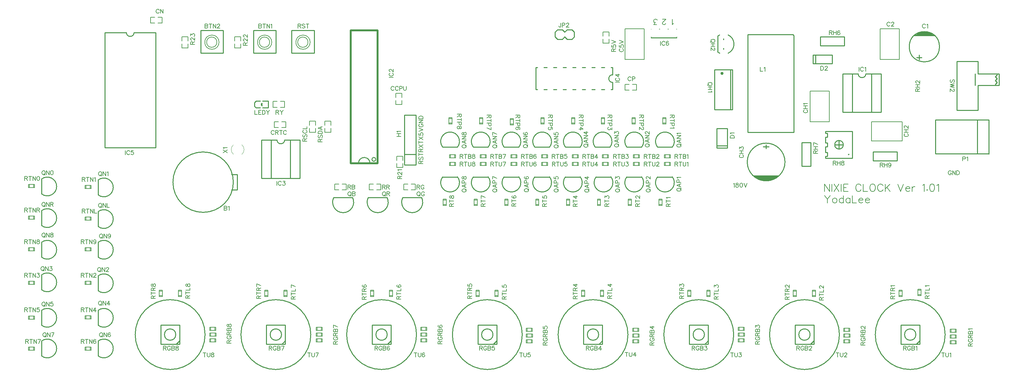
<source format=gto>
G04 ---------------------------- Layer name :TOP SILK LAYER*
G04 EasyEDA v5.7.26, Tue, 02 Oct 2018 14:10:42 GMT*
G04 d626412caae04d108c206bade24e6f6f*
G04 Gerber Generator version 0.2*
G04 Scale: 100 percent, Rotated: No, Reflected: No *
G04 Dimensions in millimeters *
G04 leading zeros omitted , absolute positions ,3 integer and 3 decimal *
%FSLAX33Y33*%
%MOMM*%
G90*
G71D02*

%ADD10C,0.254000*%
%ADD11C,0.399999*%
%ADD42C,0.200000*%
%ADD43C,0.200660*%
%ADD44C,0.228600*%
%ADD45C,0.177800*%
%ADD46C,0.249999*%
%ADD47C,0.150114*%
%ADD48C,0.508000*%
%ADD49C,0.129032*%
%ADD50C,0.127000*%
%ADD51C,0.119990*%
%ADD52C,0.149860*%
%ADD53C,0.203200*%

%LPD*%
G54D10*
G01X178739Y57503D02*
G01X182699Y57503D01*
G01X182704Y65427D02*
G01X178744Y65427D01*
G01X174574Y65430D02*
G01X170614Y65430D01*
G01X166192Y65430D02*
G01X162232Y65430D01*
G01X158318Y65430D02*
G01X154358Y65430D01*
G01X150190Y65430D02*
G01X146230Y65430D01*
G01X142062Y65430D02*
G01X138102Y65430D01*
G01X133934Y65430D02*
G01X129974Y65430D01*
G01X125806Y65430D02*
G01X121846Y65430D01*
G54D42*
G01X88176Y70426D02*
G01X88176Y69324D01*
G01X86575Y69324D01*
G01X86575Y70426D01*
G01X88176Y71224D02*
G01X88176Y72326D01*
G01X87175Y72326D01*
G01X86575Y72326D01*
G01X86575Y71224D01*
G01X92237Y70429D02*
G01X92237Y69326D01*
G01X90637Y69326D01*
G01X90637Y70429D01*
G01X92237Y71226D02*
G01X92237Y72329D01*
G01X91236Y72329D01*
G01X90637Y72329D01*
G01X90637Y71226D01*
G54D43*
G01X177071Y94625D02*
G01X177071Y94325D01*
G01X183873Y94325D01*
G01X183873Y94625D02*
G01X183873Y94325D01*
G01X183873Y96725D02*
G01X183822Y96725D01*
G01X183873Y94416D02*
G01X177071Y94416D01*
G01X181663Y96725D02*
G01X181462Y96725D01*
G01X179392Y96725D02*
G01X179191Y96725D01*
G01X177121Y96725D02*
G01X177071Y96725D01*
G54D10*
G01X156085Y93977D02*
G01X154815Y93977D01*
G01X154815Y93977D02*
G01X154180Y94612D01*
G01X154180Y95882D02*
G01X154815Y96517D01*
G01X154180Y94612D02*
G01X153545Y93977D01*
G01X153545Y93977D02*
G01X152275Y93977D01*
G01X152275Y93977D02*
G01X151640Y94612D01*
G01X151640Y95882D02*
G01X152275Y96517D01*
G01X152275Y96517D02*
G01X153545Y96517D01*
G01X153545Y96517D02*
G01X154180Y95882D01*
G01X156720Y94612D02*
G01X156720Y95882D01*
G01X156085Y93977D02*
G01X156720Y94612D01*
G01X156720Y95882D02*
G01X156085Y96517D01*
G01X154815Y96517D02*
G01X156085Y96517D01*
G01X151640Y94612D02*
G01X151640Y95882D01*
G54D42*
G01X165897Y94048D02*
G01X165897Y92946D01*
G01X164297Y92946D01*
G01X164297Y94048D01*
G01X165897Y94846D02*
G01X165897Y95948D01*
G01X164896Y95948D01*
G01X164297Y95948D01*
G01X164297Y94846D01*
G01X109689Y61902D02*
G01X109689Y63004D01*
G01X111290Y63004D01*
G01X111290Y61902D01*
G01X109689Y61104D02*
G01X109689Y60002D01*
G01X110690Y60002D01*
G01X111290Y60002D01*
G01X111290Y61104D01*
G01X68366Y92778D02*
G01X68366Y91676D01*
G01X66766Y91676D01*
G01X66766Y92778D01*
G01X68366Y93576D02*
G01X68366Y94678D01*
G01X67365Y94678D01*
G01X66766Y94678D01*
G01X66766Y93576D01*
G01X54396Y92776D02*
G01X54396Y91673D01*
G01X52796Y91673D01*
G01X52796Y92776D01*
G01X54396Y93573D02*
G01X54396Y94675D01*
G01X53395Y94675D01*
G01X52796Y94675D01*
G01X52796Y93573D01*
G54D10*
G01X170609Y57505D02*
G01X174569Y57505D01*
G01X162481Y57505D02*
G01X166441Y57505D01*
G01X154353Y57505D02*
G01X158313Y57505D01*
G01X146225Y57505D02*
G01X150185Y57505D01*
G01X138097Y57505D02*
G01X142057Y57505D01*
G01X129969Y57505D02*
G01X133929Y57505D01*
G01X121846Y57503D02*
G01X125806Y57503D01*
G01X111765Y60700D02*
G01X111765Y73908D01*
G01X114813Y73908D01*
G01X114813Y60700D01*
G01X111765Y60700D01*
G01X111765Y63494D02*
G01X114813Y63494D01*
G01X87884Y96311D02*
G01X87884Y90312D01*
G01X81884Y90312D01*
G01X81884Y96311D01*
G01X87884Y96311D01*
G01X77726Y96311D02*
G01X77726Y90309D01*
G01X71727Y90309D01*
G01X71727Y96311D01*
G01X77726Y96311D01*
G01X63756Y96311D02*
G01X63756Y90309D01*
G01X57757Y90309D01*
G01X57757Y96311D01*
G01X63756Y96311D01*
G01X242163Y64185D02*
G01X242163Y61798D01*
G01X242163Y61798D02*
G01X235864Y61798D01*
G01X235864Y61798D02*
G01X235864Y64185D01*
G01X235864Y64185D02*
G01X242163Y64185D01*
G01X216994Y66647D02*
G01X219382Y66647D01*
G01X219382Y66647D02*
G01X219382Y60347D01*
G01X219382Y60347D02*
G01X216994Y60347D01*
G01X216994Y60347D02*
G01X216994Y66647D01*
G01X221894Y92275D02*
G01X221894Y94663D01*
G01X221894Y94663D02*
G01X228193Y94663D01*
G01X228193Y94663D02*
G01X228193Y92275D01*
G01X228193Y92275D02*
G01X221894Y92275D01*
G54D44*
G01X225046Y87503D02*
G01X219966Y87503D01*
G01X219966Y89789D01*
G01X225046Y89789D01*
G01X225046Y87503D01*
G01X220601Y87503D02*
G01X220601Y89789D01*
G54D10*
G01X15651Y44622D02*
G01X15651Y48582D01*
G01X15651Y53004D02*
G01X15651Y56964D01*
G01X30634Y44368D02*
G01X30634Y48328D01*
G01X30634Y52750D02*
G01X30634Y56710D01*
G01X30634Y27353D02*
G01X30634Y31313D01*
G01X15651Y27604D02*
G01X15651Y31564D01*
G01X30634Y18209D02*
G01X30634Y22169D01*
G01X15651Y18209D02*
G01X15651Y22169D01*
G01X30634Y10083D02*
G01X30634Y14043D01*
G01X15651Y10078D02*
G01X15651Y14038D01*
G01X15651Y36240D02*
G01X15651Y40200D01*
G01X30634Y36243D02*
G01X30634Y40203D01*
G01X198633Y85943D02*
G01X198633Y75341D01*
G01X193835Y75341D01*
G01X193835Y85943D01*
G01X198633Y85943D01*
G01X198132Y75341D02*
G01X198132Y85943D01*
G54D44*
G01X197205Y70355D02*
G01X197205Y65148D01*
G01X194462Y65148D01*
G01X194462Y70355D01*
G01X197205Y70355D01*
G01X197205Y65783D02*
G01X194462Y65783D01*
G54D45*
G01X243583Y69596D02*
G01X243583Y67056D01*
G01X235455Y67056D01*
G01X235455Y72136D01*
G01X243583Y72136D01*
G01X243583Y69596D01*
G01X221744Y72136D02*
G01X219204Y72136D01*
G01X219204Y80264D01*
G01X224284Y80264D01*
G01X224284Y72136D01*
G01X221744Y72136D01*
G54D10*
G01X207515Y66042D02*
G01X207515Y65026D01*
G01X208277Y65534D02*
G01X206753Y65534D01*
G01X248693Y89156D02*
G01X247347Y89156D01*
G01X248008Y89791D02*
G01X248008Y88546D01*
G54D45*
G01X240286Y96768D02*
G01X242826Y96768D01*
G01X242826Y88640D01*
G01X237746Y88640D01*
G01X237746Y96768D01*
G01X240286Y96768D01*
G54D10*
G01X227840Y62481D02*
G01X223776Y62481D01*
G01X223268Y62481D01*
G01X223268Y62989D01*
G01X223776Y62989D01*
G01X223776Y64005D01*
G01X223268Y64005D01*
G01X223268Y65529D01*
G01X223776Y65529D01*
G01X223776Y66545D01*
G01X223268Y66545D01*
G01X223268Y68069D01*
G01X223776Y68069D01*
G01X223776Y69085D01*
G01X223268Y69085D01*
G01X223268Y69593D01*
G01X223776Y69593D01*
G01X227332Y69593D01*
G01X230380Y69593D01*
G01X230380Y62481D01*
G01X227332Y62481D01*
G01X226824Y65021D02*
G01X226824Y67053D01*
G01X225808Y66037D02*
G01X227840Y66037D01*
G01X214881Y82296D02*
G01X214881Y69342D01*
G01X202689Y69342D01*
G01X202689Y95250D01*
G01X214627Y95250D01*
G01X214881Y94996D01*
G01X214881Y81788D01*
G01X107149Y52044D02*
G01X102151Y52044D01*
G01X98005Y52044D02*
G01X93004Y52044D01*
G54D42*
G01X104325Y55661D02*
G01X105427Y55661D01*
G01X105427Y54061D01*
G01X104325Y54061D01*
G01X103527Y55661D02*
G01X102425Y55661D01*
G01X102425Y54660D01*
G01X102425Y54061D01*
G01X103527Y54061D01*
G01X113469Y55661D02*
G01X114571Y55661D01*
G01X114571Y54061D01*
G01X113469Y54061D01*
G01X112671Y55661D02*
G01X111569Y55661D01*
G01X111569Y54660D01*
G01X111569Y54061D01*
G01X112671Y54061D01*
G01X95181Y55661D02*
G01X96283Y55661D01*
G01X96283Y54061D01*
G01X95181Y54061D01*
G01X94383Y55661D02*
G01X93281Y55661D01*
G01X93281Y54660D01*
G01X93281Y54061D01*
G01X94383Y54061D01*
G54D10*
G01X194693Y94790D02*
G01X194693Y90624D01*
G01X196217Y93850D02*
G01X196217Y94104D01*
G01X196217Y91310D02*
G01X196217Y91564D01*
G01X263652Y75184D02*
G01X258064Y75184D01*
G01X258064Y88138D01*
G01X263652Y88138D01*
G01X263652Y84836D01*
G01X269240Y84836D01*
G01X269240Y81788D01*
G01X263652Y81788D01*
G01X263652Y75184D01*
G01X262890Y84836D02*
G01X262890Y81788D01*
G01X268732Y84582D02*
G01X268478Y84328D01*
G01X268224Y84074D01*
G01X268732Y83566D01*
G01X268224Y83058D01*
G01X268732Y82550D01*
G01X268224Y82042D01*
G01X266499Y63624D02*
G01X252349Y63624D01*
G01X266499Y63616D02*
G01X266499Y72616D01*
G01X266499Y72616D02*
G01X252349Y72616D01*
G01X252326Y63624D02*
G01X252326Y72623D01*
G01X263476Y63624D02*
G01X263476Y72623D01*
G01X237998Y74676D02*
G01X237998Y84836D01*
G01X227838Y84836D02*
G01X227838Y74676D01*
G01X237998Y74676D02*
G01X235458Y74676D01*
G01X237998Y84836D02*
G01X235458Y84836D01*
G01X227838Y84836D02*
G01X230378Y84836D01*
G01X235458Y84836D02*
G01X235458Y74676D01*
G01X235458Y84836D02*
G01X233934Y84836D01*
G01X235458Y74676D02*
G01X230378Y74676D01*
G01X230378Y84836D02*
G01X230378Y74676D01*
G01X230378Y84836D02*
G01X231902Y84836D01*
G01X230378Y74676D02*
G01X227838Y74676D01*
G01X45849Y95758D02*
G01X40134Y95758D01*
G01X32387Y95758D02*
G01X38102Y95758D01*
G01X32387Y95758D02*
G01X32387Y65278D01*
G01X45849Y65278D02*
G01X32387Y65278D01*
G01X45849Y65278D02*
G01X45849Y95758D01*
G01X146913Y80645D02*
G01X146558Y80645D01*
G01X146558Y86487D01*
G01X146913Y86487D01*
G01X166420Y80645D02*
G01X166878Y80645D01*
G01X166878Y82550D01*
G01X166420Y86487D02*
G01X166878Y86487D01*
G01X166878Y84582D01*
G01X164719Y80645D02*
G01X163880Y80645D01*
G01X162179Y80645D02*
G01X161340Y80645D01*
G01X159639Y80645D02*
G01X158800Y80645D01*
G01X157099Y80645D02*
G01X156260Y80645D01*
G01X154559Y80645D02*
G01X153720Y80645D01*
G01X152019Y80645D02*
G01X151180Y80645D01*
G01X149479Y80645D02*
G01X148640Y80645D01*
G01X149479Y86487D02*
G01X148640Y86487D01*
G01X152019Y86487D02*
G01X151180Y86487D01*
G01X154559Y86487D02*
G01X153720Y86487D01*
G01X157099Y86487D02*
G01X156260Y86487D01*
G01X159639Y86487D02*
G01X158800Y86487D01*
G01X162179Y86487D02*
G01X161340Y86487D01*
G01X164719Y86487D02*
G01X163880Y86487D01*
G54D46*
G01X67421Y58130D02*
G01X67421Y54132D01*
G01X65923Y58130D02*
G01X67421Y58130D01*
G01X65923Y54132D02*
G01X67421Y54132D01*
G54D45*
G01X172722Y88643D02*
G01X170182Y88643D01*
G01X170182Y96771D01*
G01X175262Y96771D01*
G01X175262Y88643D01*
G01X172722Y88643D01*
G54D42*
G01X171267Y80477D02*
G01X170167Y80477D01*
G01X170167Y82077D01*
G01X171267Y82077D01*
G01X172067Y80477D02*
G01X173167Y80477D01*
G01X173167Y81478D01*
G01X173167Y82077D01*
G01X172067Y82077D01*
G01X46413Y99857D02*
G01X47513Y99857D01*
G01X47513Y98257D01*
G01X46413Y98257D01*
G01X45613Y99857D02*
G01X44513Y99857D01*
G01X44513Y98859D01*
G01X44513Y98257D01*
G01X45613Y98257D01*
G01X111036Y77795D02*
G01X111036Y76695D01*
G01X109435Y76695D01*
G01X109435Y77795D01*
G01X111036Y78595D02*
G01X111036Y79695D01*
G01X110035Y79695D01*
G01X109435Y79695D01*
G01X109435Y78595D01*
G54D10*
G01X84076Y57147D02*
G01X84076Y67307D01*
G01X73916Y67307D02*
G01X73916Y57147D01*
G01X84076Y57147D02*
G01X81536Y57147D01*
G01X84076Y67307D02*
G01X81536Y67307D01*
G01X73916Y67307D02*
G01X76456Y67307D01*
G01X81536Y67307D02*
G01X81536Y57147D01*
G01X81536Y67307D02*
G01X80012Y67307D01*
G01X81536Y57147D02*
G01X76456Y57147D01*
G01X76456Y67307D02*
G01X76456Y57147D01*
G01X76456Y67307D02*
G01X77980Y67307D01*
G01X76456Y57147D02*
G01X73916Y57147D01*
G54D42*
G01X79179Y72171D02*
G01X80279Y72171D01*
G01X80279Y70571D01*
G01X79179Y70571D01*
G01X78379Y72171D02*
G01X77279Y72171D01*
G01X77279Y71173D01*
G01X77279Y70571D01*
G01X78379Y70571D01*
G54D10*
G01X75643Y77594D02*
G01X74170Y77594D01*
G01X75643Y75867D02*
G01X74170Y75867D01*
G01X75643Y75867D02*
G01X75643Y77594D01*
G01X73586Y77594D02*
G01X72417Y77594D01*
G01X73560Y75867D02*
G01X72417Y75867D01*
G01X72417Y75867D02*
G01X72062Y76222D01*
G01X72062Y77238D01*
G01X72417Y77594D01*
G54D47*
G01X74018Y76349D02*
G01X74018Y77137D01*
G01X73764Y76883D01*
G01X73764Y76527D01*
G01X74018Y76273D01*
G01X74018Y76502D01*
G01X73891Y76959D02*
G01X73891Y76451D01*
G54D42*
G01X78049Y75907D02*
G01X76946Y75907D01*
G01X76946Y77508D01*
G01X78049Y77508D01*
G01X78846Y75907D02*
G01X79949Y75907D01*
G01X79949Y76908D01*
G01X79949Y77508D01*
G01X78846Y77508D01*
G54D48*
G01X104648Y61150D02*
G01X104648Y96329D01*
G01X97536Y96329D02*
G01X97536Y61150D01*
G01X104648Y61150D02*
G01X97536Y61150D01*
G01X97536Y96329D02*
G01X104648Y96329D01*
G54D49*
G01X181927Y60543D02*
G01X181927Y61371D01*
G01X180789Y61343D02*
G01X180789Y60543D01*
G01X180533Y61371D02*
G01X182184Y61371D01*
G01X182184Y61371D02*
G01X182184Y60543D01*
G01X182184Y60543D02*
G01X180533Y60543D01*
G01X180533Y60543D02*
G01X180533Y61371D01*
G01X173725Y60545D02*
G01X173725Y61374D01*
G01X172587Y61346D02*
G01X172587Y60545D01*
G01X172331Y61374D02*
G01X173982Y61374D01*
G01X173982Y61374D02*
G01X173982Y60545D01*
G01X173982Y60545D02*
G01X172331Y60545D01*
G01X172331Y60545D02*
G01X172331Y61374D01*
G01X165526Y60545D02*
G01X165526Y61374D01*
G01X164388Y61346D02*
G01X164388Y60545D01*
G01X164132Y61374D02*
G01X165783Y61374D01*
G01X165783Y61374D02*
G01X165783Y60545D01*
G01X165783Y60545D02*
G01X164132Y60545D01*
G01X164132Y60545D02*
G01X164132Y61374D01*
G01X157540Y60545D02*
G01X157540Y61374D01*
G01X156403Y61346D02*
G01X156403Y60545D01*
G01X156146Y61374D02*
G01X157797Y61374D01*
G01X157797Y61374D02*
G01X157797Y60545D01*
G01X157797Y60545D02*
G01X156146Y60545D01*
G01X156146Y60545D02*
G01X156146Y61374D01*
G01X149412Y60545D02*
G01X149412Y61374D01*
G01X148275Y61346D02*
G01X148275Y60545D01*
G01X148018Y61374D02*
G01X149669Y61374D01*
G01X149669Y61374D02*
G01X149669Y60545D01*
G01X149669Y60545D02*
G01X148018Y60545D01*
G01X148018Y60545D02*
G01X148018Y61374D01*
G01X141284Y60545D02*
G01X141284Y61374D01*
G01X140147Y61346D02*
G01X140147Y60545D01*
G01X139890Y61374D02*
G01X141541Y61374D01*
G01X141541Y61374D02*
G01X141541Y60545D01*
G01X141541Y60545D02*
G01X139890Y60545D01*
G01X139890Y60545D02*
G01X139890Y61374D01*
G01X133159Y60543D02*
G01X133159Y61371D01*
G01X132021Y61343D02*
G01X132021Y60543D01*
G01X131765Y61371D02*
G01X133416Y61371D01*
G01X133416Y61371D02*
G01X133416Y60543D01*
G01X133416Y60543D02*
G01X131765Y60543D01*
G01X131765Y60543D02*
G01X131765Y61371D01*
G01X125028Y60545D02*
G01X125028Y61374D01*
G01X123891Y61346D02*
G01X123891Y60545D01*
G01X123634Y61374D02*
G01X125285Y61374D01*
G01X125285Y61374D02*
G01X125285Y60545D01*
G01X125285Y60545D02*
G01X123634Y60545D01*
G01X123634Y60545D02*
G01X123634Y61374D01*
G01X179994Y51366D02*
G01X179166Y51366D01*
G01X179194Y50228D02*
G01X179994Y50228D01*
G01X179166Y49971D02*
G01X179166Y51622D01*
G01X179166Y51622D02*
G01X179994Y51622D01*
G01X179994Y51622D02*
G01X179994Y49971D01*
G01X179994Y49971D02*
G01X179166Y49971D01*
G01X171825Y51366D02*
G01X170997Y51366D01*
G01X171025Y50228D02*
G01X171825Y50228D01*
G01X170997Y49971D02*
G01X170997Y51622D01*
G01X170997Y51622D02*
G01X171825Y51622D01*
G01X171825Y51622D02*
G01X171825Y49971D01*
G01X171825Y49971D02*
G01X170997Y49971D01*
G01X163662Y51366D02*
G01X162834Y51366D01*
G01X162862Y50228D02*
G01X163662Y50228D01*
G01X162834Y49971D02*
G01X162834Y51622D01*
G01X162834Y51622D02*
G01X163662Y51622D01*
G01X163662Y51622D02*
G01X163662Y49971D01*
G01X163662Y49971D02*
G01X162834Y49971D01*
G01X155496Y51366D02*
G01X154668Y51366D01*
G01X154696Y50228D02*
G01X155496Y50228D01*
G01X154668Y49971D02*
G01X154668Y51622D01*
G01X154668Y51622D02*
G01X155496Y51622D01*
G01X155496Y51622D02*
G01X155496Y49971D01*
G01X155496Y49971D02*
G01X154668Y49971D01*
G01X147332Y51366D02*
G01X146504Y51366D01*
G01X146532Y50228D02*
G01X147332Y50228D01*
G01X146504Y49971D02*
G01X146504Y51622D01*
G01X146504Y51622D02*
G01X147332Y51622D01*
G01X147332Y51622D02*
G01X147332Y49971D01*
G01X147332Y49971D02*
G01X146504Y49971D01*
G01X139169Y51366D02*
G01X138341Y51366D01*
G01X138369Y50228D02*
G01X139169Y50228D01*
G01X138341Y49971D02*
G01X138341Y51622D01*
G01X138341Y51622D02*
G01X139169Y51622D01*
G01X139169Y51622D02*
G01X139169Y49971D01*
G01X139169Y49971D02*
G01X138341Y49971D01*
G01X131005Y51366D02*
G01X130177Y51366D01*
G01X130205Y50228D02*
G01X131005Y50228D01*
G01X130177Y49971D02*
G01X130177Y51622D01*
G01X130177Y51622D02*
G01X131005Y51622D01*
G01X131005Y51622D02*
G01X131005Y49971D01*
G01X131005Y49971D02*
G01X130177Y49971D01*
G01X122842Y51366D02*
G01X122013Y51366D01*
G01X122041Y50228D02*
G01X122842Y50228D01*
G01X122013Y49971D02*
G01X122013Y51622D01*
G01X122013Y51622D02*
G01X122842Y51622D01*
G01X122842Y51622D02*
G01X122842Y49971D01*
G01X122842Y49971D02*
G01X122013Y49971D01*
G01X181010Y72956D02*
G01X180182Y72956D01*
G01X180210Y71818D02*
G01X181010Y71818D01*
G01X180182Y71561D02*
G01X180182Y73212D01*
G01X180182Y73212D02*
G01X181010Y73212D01*
G01X181010Y73212D02*
G01X181010Y71561D01*
G01X181010Y71561D02*
G01X180182Y71561D01*
G01X172880Y72958D02*
G01X172051Y72958D01*
G01X172079Y71821D02*
G01X172880Y71821D01*
G01X172051Y71564D02*
G01X172051Y73215D01*
G01X172051Y73215D02*
G01X172880Y73215D01*
G01X172880Y73215D02*
G01X172880Y71564D01*
G01X172880Y71564D02*
G01X172051Y71564D01*
G01X164752Y72958D02*
G01X163923Y72958D01*
G01X163951Y71821D02*
G01X164752Y71821D01*
G01X163923Y71564D02*
G01X163923Y73215D01*
G01X163923Y73215D02*
G01X164752Y73215D01*
G01X164752Y73215D02*
G01X164752Y71564D01*
G01X164752Y71564D02*
G01X163923Y71564D01*
G01X156878Y72958D02*
G01X156049Y72958D01*
G01X156077Y71821D02*
G01X156878Y71821D01*
G01X156049Y71564D02*
G01X156049Y73215D01*
G01X156049Y73215D02*
G01X156878Y73215D01*
G01X156878Y73215D02*
G01X156878Y71564D01*
G01X156878Y71564D02*
G01X156049Y71564D01*
G01X148750Y72958D02*
G01X147921Y72958D01*
G01X147949Y71821D02*
G01X148750Y71821D01*
G01X147921Y71564D02*
G01X147921Y73215D01*
G01X147921Y73215D02*
G01X148750Y73215D01*
G01X148750Y73215D02*
G01X148750Y71564D01*
G01X148750Y71564D02*
G01X147921Y71564D01*
G01X140622Y72704D02*
G01X139793Y72704D01*
G01X139821Y71567D02*
G01X140622Y71567D01*
G01X139793Y71310D02*
G01X139793Y72961D01*
G01X139793Y72961D02*
G01X140622Y72961D01*
G01X140622Y72961D02*
G01X140622Y71310D01*
G01X140622Y71310D02*
G01X139793Y71310D01*
G01X132494Y72958D02*
G01X131665Y72958D01*
G01X131693Y71821D02*
G01X132494Y71821D01*
G01X131665Y71564D02*
G01X131665Y73215D01*
G01X131665Y73215D02*
G01X132494Y73215D01*
G01X132494Y73215D02*
G01X132494Y71564D01*
G01X132494Y71564D02*
G01X131665Y71564D01*
G01X124368Y72956D02*
G01X123540Y72956D01*
G01X123568Y71818D02*
G01X124368Y71818D01*
G01X123540Y71561D02*
G01X123540Y73212D01*
G01X123540Y73212D02*
G01X124368Y73212D01*
G01X124368Y73212D02*
G01X124368Y71561D01*
G01X124368Y71561D02*
G01X123540Y71561D01*
G01X247746Y26349D02*
G01X248574Y26349D01*
G01X248546Y27487D02*
G01X247746Y27487D01*
G01X248574Y27744D02*
G01X248574Y26093D01*
G01X248574Y26093D02*
G01X247746Y26093D01*
G01X247746Y26093D02*
G01X247746Y27744D01*
G01X247746Y27744D02*
G01X248574Y27744D01*
G01X242727Y26095D02*
G01X243555Y26095D01*
G01X243527Y27233D02*
G01X242727Y27233D01*
G01X243555Y27490D02*
G01X243555Y25839D01*
G01X243555Y25839D02*
G01X242727Y25839D01*
G01X242727Y25839D02*
G01X242727Y27490D01*
G01X242727Y27490D02*
G01X243555Y27490D01*
G01X219806Y26098D02*
G01X220634Y26098D01*
G01X220606Y27236D02*
G01X219806Y27236D01*
G01X220634Y27492D02*
G01X220634Y25841D01*
G01X220634Y25841D02*
G01X219806Y25841D01*
G01X219806Y25841D02*
G01X219806Y27492D01*
G01X219806Y27492D02*
G01X220634Y27492D01*
G01X214726Y26101D02*
G01X215554Y26101D01*
G01X215526Y27238D02*
G01X214726Y27238D01*
G01X215554Y27495D02*
G01X215554Y25844D01*
G01X215554Y25844D02*
G01X214726Y25844D01*
G01X214726Y25844D02*
G01X214726Y27495D01*
G01X214726Y27495D02*
G01X215554Y27495D01*
G01X191866Y26098D02*
G01X192694Y26098D01*
G01X192666Y27236D02*
G01X191866Y27236D01*
G01X192694Y27492D02*
G01X192694Y25841D01*
G01X192694Y25841D02*
G01X191866Y25841D01*
G01X191866Y25841D02*
G01X191866Y27492D01*
G01X191866Y27492D02*
G01X192694Y27492D01*
G01X186786Y26095D02*
G01X187614Y26095D01*
G01X187586Y27233D02*
G01X186786Y27233D01*
G01X187614Y27490D02*
G01X187614Y25839D01*
G01X187614Y25839D02*
G01X186786Y25839D01*
G01X186786Y25839D02*
G01X186786Y27490D01*
G01X186786Y27490D02*
G01X187614Y27490D01*
G01X163669Y26098D02*
G01X164498Y26098D01*
G01X164470Y27236D02*
G01X163669Y27236D01*
G01X164498Y27492D02*
G01X164498Y25841D01*
G01X164498Y25841D02*
G01X163669Y25841D01*
G01X163669Y25841D02*
G01X163669Y27492D01*
G01X163669Y27492D02*
G01X164498Y27492D01*
G01X158653Y26095D02*
G01X159481Y26095D01*
G01X159453Y27233D02*
G01X158653Y27233D01*
G01X159481Y27490D02*
G01X159481Y25839D01*
G01X159481Y25839D02*
G01X158653Y25839D01*
G01X158653Y25839D02*
G01X158653Y27490D01*
G01X158653Y27490D02*
G01X159481Y27490D01*
G01X135732Y26098D02*
G01X136560Y26098D01*
G01X136532Y27236D02*
G01X135732Y27236D01*
G01X136560Y27492D02*
G01X136560Y25841D01*
G01X136560Y25841D02*
G01X135732Y25841D01*
G01X135732Y25841D02*
G01X135732Y27492D01*
G01X135732Y27492D02*
G01X136560Y27492D01*
G01X130713Y26095D02*
G01X131541Y26095D01*
G01X131513Y27233D02*
G01X130713Y27233D01*
G01X131541Y27490D02*
G01X131541Y25839D01*
G01X131541Y25839D02*
G01X130713Y25839D01*
G01X130713Y25839D02*
G01X130713Y27490D01*
G01X130713Y27490D02*
G01X131541Y27490D01*
G01X107789Y26098D02*
G01X108618Y26098D01*
G01X108590Y27236D02*
G01X107789Y27236D01*
G01X108618Y27492D02*
G01X108618Y25841D01*
G01X108618Y25841D02*
G01X107789Y25841D01*
G01X107789Y25841D02*
G01X107789Y27492D01*
G01X107789Y27492D02*
G01X108618Y27492D01*
G01X102773Y26095D02*
G01X103601Y26095D01*
G01X103573Y27233D02*
G01X102773Y27233D01*
G01X103601Y27490D02*
G01X103601Y25839D01*
G01X103601Y25839D02*
G01X102773Y25839D01*
G01X102773Y25839D02*
G01X102773Y27490D01*
G01X102773Y27490D02*
G01X103601Y27490D01*
G01X74772Y26101D02*
G01X75600Y26101D01*
G01X75572Y27238D02*
G01X74772Y27238D01*
G01X75600Y27495D02*
G01X75600Y25844D01*
G01X75600Y25844D02*
G01X74772Y25844D01*
G01X74772Y25844D02*
G01X74772Y27495D01*
G01X74772Y27495D02*
G01X75600Y27495D01*
G01X51912Y26098D02*
G01X52740Y26098D01*
G01X52712Y27236D02*
G01X51912Y27236D01*
G01X52740Y27492D02*
G01X52740Y25841D01*
G01X52740Y25841D02*
G01X51912Y25841D01*
G01X51912Y25841D02*
G01X51912Y27492D01*
G01X51912Y27492D02*
G01X52740Y27492D01*
G01X46832Y26098D02*
G01X47660Y26098D01*
G01X47632Y27236D02*
G01X46832Y27236D01*
G01X47660Y27492D02*
G01X47660Y25841D01*
G01X47660Y25841D02*
G01X46832Y25841D01*
G01X46832Y25841D02*
G01X46832Y27492D01*
G01X46832Y27492D02*
G01X47660Y27492D01*
G01X12387Y47144D02*
G01X12387Y46316D01*
G01X13525Y46344D02*
G01X13525Y47144D01*
G01X13782Y46316D02*
G01X12131Y46316D01*
G01X12131Y46316D02*
G01X12131Y47144D01*
G01X12131Y47144D02*
G01X13782Y47144D01*
G01X13782Y47144D02*
G01X13782Y46316D01*
G01X27373Y46890D02*
G01X27373Y46062D01*
G01X28511Y46090D02*
G01X28511Y46890D01*
G01X28768Y46062D02*
G01X27117Y46062D01*
G01X27117Y46062D02*
G01X27117Y46890D01*
G01X27117Y46890D02*
G01X28768Y46890D01*
G01X28768Y46890D02*
G01X28768Y46062D01*
G01X12387Y55529D02*
G01X12387Y54701D01*
G01X13525Y54729D02*
G01X13525Y55529D01*
G01X13782Y54701D02*
G01X12131Y54701D01*
G01X12131Y54701D02*
G01X12131Y55529D01*
G01X12131Y55529D02*
G01X13782Y55529D01*
G01X13782Y55529D02*
G01X13782Y54701D01*
G01X27373Y55275D02*
G01X27373Y54447D01*
G01X28511Y54475D02*
G01X28511Y55275D01*
G01X28768Y54447D02*
G01X27117Y54447D01*
G01X27117Y54447D02*
G01X27117Y55275D01*
G01X27117Y55275D02*
G01X28768Y55275D01*
G01X28768Y55275D02*
G01X28768Y54447D01*
G01X27373Y29875D02*
G01X27373Y29047D01*
G01X28511Y29075D02*
G01X28511Y29875D01*
G01X28768Y29047D02*
G01X27117Y29047D01*
G01X27117Y29047D02*
G01X27117Y29875D01*
G01X27117Y29875D02*
G01X28768Y29875D01*
G01X28768Y29875D02*
G01X28768Y29047D01*
G01X12385Y29878D02*
G01X12385Y29049D01*
G01X13522Y29077D02*
G01X13522Y29878D01*
G01X13779Y29049D02*
G01X12128Y29049D01*
G01X12128Y29049D02*
G01X12128Y29878D01*
G01X12128Y29878D02*
G01X13779Y29878D01*
G01X13779Y29878D02*
G01X13779Y29049D01*
G01X27373Y20734D02*
G01X27373Y19905D01*
G01X28511Y19933D02*
G01X28511Y20734D01*
G01X28768Y19905D02*
G01X27117Y19905D01*
G01X27117Y19905D02*
G01X27117Y20734D01*
G01X27117Y20734D02*
G01X28768Y20734D01*
G01X28768Y20734D02*
G01X28768Y19905D01*
G01X12387Y20629D02*
G01X12387Y19801D01*
G01X13525Y19829D02*
G01X13525Y20629D01*
G01X13782Y19801D02*
G01X12131Y19801D01*
G01X12131Y19801D02*
G01X12131Y20629D01*
G01X12131Y20629D02*
G01X13782Y20629D01*
G01X13782Y20629D02*
G01X13782Y19801D01*
G01X27373Y12400D02*
G01X27373Y11572D01*
G01X28511Y11600D02*
G01X28511Y12400D01*
G01X28768Y11572D02*
G01X27117Y11572D01*
G01X27117Y11572D02*
G01X27117Y12400D01*
G01X27117Y12400D02*
G01X28768Y12400D01*
G01X28768Y12400D02*
G01X28768Y11572D01*
G01X12387Y12448D02*
G01X12387Y11620D01*
G01X13525Y11648D02*
G01X13525Y12448D01*
G01X13782Y11620D02*
G01X12131Y11620D01*
G01X12131Y11620D02*
G01X12131Y12448D01*
G01X12131Y12448D02*
G01X13782Y12448D01*
G01X13782Y12448D02*
G01X13782Y11620D01*
G01X12385Y38768D02*
G01X12385Y37939D01*
G01X13522Y37967D02*
G01X13522Y38768D01*
G01X13779Y37939D02*
G01X12128Y37939D01*
G01X12128Y37939D02*
G01X12128Y38768D01*
G01X12128Y38768D02*
G01X13779Y38768D01*
G01X13779Y38768D02*
G01X13779Y37939D01*
G01X27373Y38765D02*
G01X27373Y37937D01*
G01X28511Y37965D02*
G01X28511Y38765D01*
G01X28768Y37937D02*
G01X27117Y37937D01*
G01X27117Y37937D02*
G01X27117Y38765D01*
G01X27117Y38765D02*
G01X28768Y38765D01*
G01X28768Y38765D02*
G01X28768Y37937D01*
G01X79852Y26098D02*
G01X80680Y26098D01*
G01X80652Y27236D02*
G01X79852Y27236D01*
G01X80680Y27492D02*
G01X80680Y25841D01*
G01X80680Y25841D02*
G01X79852Y25841D01*
G01X79852Y25841D02*
G01X79852Y27492D01*
G01X79852Y27492D02*
G01X80680Y27492D01*
G01X181924Y62577D02*
G01X181924Y63406D01*
G01X180787Y63378D02*
G01X180787Y62577D01*
G01X180530Y63406D02*
G01X182181Y63406D01*
G01X182181Y63406D02*
G01X182181Y62577D01*
G01X182181Y62577D02*
G01X180530Y62577D01*
G01X180530Y62577D02*
G01X180530Y63406D01*
G01X173723Y62577D02*
G01X173723Y63406D01*
G01X172585Y63378D02*
G01X172585Y62577D01*
G01X172328Y63406D02*
G01X173979Y63406D01*
G01X173979Y63406D02*
G01X173979Y62577D01*
G01X173979Y62577D02*
G01X172328Y62577D01*
G01X172328Y62577D02*
G01X172328Y63406D01*
G01X165524Y62577D02*
G01X165524Y63406D01*
G01X164386Y63378D02*
G01X164386Y62577D01*
G01X164129Y63406D02*
G01X165780Y63406D01*
G01X165780Y63406D02*
G01X165780Y62577D01*
G01X165780Y62577D02*
G01X164129Y62577D01*
G01X164129Y62577D02*
G01X164129Y63406D01*
G01X157540Y62577D02*
G01X157540Y63406D01*
G01X156403Y63378D02*
G01X156403Y62577D01*
G01X156146Y63406D02*
G01X157797Y63406D01*
G01X157797Y63406D02*
G01X157797Y62577D01*
G01X157797Y62577D02*
G01X156146Y62577D01*
G01X156146Y62577D02*
G01X156146Y63406D01*
G01X149415Y62575D02*
G01X149415Y63403D01*
G01X148277Y63375D02*
G01X148277Y62575D01*
G01X148021Y63403D02*
G01X149672Y63403D01*
G01X149672Y63403D02*
G01X149672Y62575D01*
G01X149672Y62575D02*
G01X148021Y62575D01*
G01X148021Y62575D02*
G01X148021Y63403D01*
G01X141284Y62577D02*
G01X141284Y63406D01*
G01X140147Y63378D02*
G01X140147Y62577D01*
G01X139890Y63406D02*
G01X141541Y63406D01*
G01X141541Y63406D02*
G01X141541Y62577D01*
G01X141541Y62577D02*
G01X139890Y62577D01*
G01X139890Y62577D02*
G01X139890Y63406D01*
G01X133156Y62577D02*
G01X133156Y63406D01*
G01X132019Y63378D02*
G01X132019Y62577D01*
G01X131762Y63406D02*
G01X133413Y63406D01*
G01X133413Y63406D02*
G01X133413Y62577D01*
G01X133413Y62577D02*
G01X131762Y62577D01*
G01X131762Y62577D02*
G01X131762Y63406D01*
G01X125031Y62575D02*
G01X125031Y63403D01*
G01X123893Y63375D02*
G01X123893Y62575D01*
G01X123637Y63403D02*
G01X125288Y63403D01*
G01X125288Y63403D02*
G01X125288Y62575D01*
G01X125288Y62575D02*
G01X123637Y62575D01*
G01X123637Y62575D02*
G01X123637Y63403D01*
G01X201549Y15326D02*
G01X201549Y16154D01*
G01X200411Y16126D02*
G01X200411Y15326D01*
G01X200154Y16154D02*
G01X201805Y16154D01*
G01X201805Y16154D02*
G01X201805Y15326D01*
G01X201805Y15326D02*
G01X200154Y15326D01*
G01X200154Y15326D02*
G01X200154Y16154D01*
G01X173609Y15074D02*
G01X173609Y15902D01*
G01X172471Y15875D02*
G01X172471Y15074D01*
G01X172214Y15902D02*
G01X173865Y15902D01*
G01X173865Y15902D02*
G01X173865Y15074D01*
G01X173865Y15074D02*
G01X172214Y15074D01*
G01X172214Y15074D02*
G01X172214Y15902D01*
G01X61595Y15328D02*
G01X61595Y16156D01*
G01X60457Y16129D02*
G01X60457Y15328D01*
G01X60200Y16156D02*
G01X61851Y16156D01*
G01X61851Y16156D02*
G01X61851Y15328D01*
G01X61851Y15328D02*
G01X60200Y15328D01*
G01X60200Y15328D02*
G01X60200Y16156D01*
G01X145417Y15069D02*
G01X145417Y15897D01*
G01X144279Y15869D02*
G01X144279Y15069D01*
G01X144023Y15897D02*
G01X145674Y15897D01*
G01X145674Y15897D02*
G01X145674Y15069D01*
G01X145674Y15069D02*
G01X144023Y15069D01*
G01X144023Y15069D02*
G01X144023Y15897D01*
G01X117408Y15334D02*
G01X117408Y16162D01*
G01X116270Y16134D02*
G01X116270Y15334D01*
G01X116014Y16162D02*
G01X117665Y16162D01*
G01X117665Y16162D02*
G01X117665Y15334D01*
G01X117665Y15334D02*
G01X116014Y15334D01*
G01X116014Y15334D02*
G01X116014Y16162D01*
G01X89722Y15334D02*
G01X89722Y16162D01*
G01X88584Y16134D02*
G01X88584Y15334D01*
G01X88328Y16162D02*
G01X89979Y16162D01*
G01X89979Y16162D02*
G01X89979Y15334D01*
G01X89979Y15334D02*
G01X88328Y15334D01*
G01X88328Y15334D02*
G01X88328Y16162D01*
G01X257616Y14826D02*
G01X257616Y15654D01*
G01X256478Y15626D02*
G01X256478Y14826D01*
G01X256221Y15654D02*
G01X257872Y15654D01*
G01X257872Y15654D02*
G01X257872Y14826D01*
G01X257872Y14826D02*
G01X256221Y14826D01*
G01X256221Y14826D02*
G01X256221Y15654D01*
G01X229483Y15074D02*
G01X229483Y15902D01*
G01X228346Y15875D02*
G01X228346Y15074D01*
G01X228089Y15902D02*
G01X229740Y15902D01*
G01X229740Y15902D02*
G01X229740Y15074D01*
G01X229740Y15074D02*
G01X228089Y15074D01*
G01X228089Y15074D02*
G01X228089Y15902D01*
G54D10*
G01X220179Y13243D02*
G01X215181Y13243D01*
G01X215181Y18242D01*
G01X220179Y18242D01*
G01X220179Y17419D01*
G01X220179Y13243D01*
G01X220180Y14142D02*
G01X219280Y13242D01*
G01X248180Y13243D02*
G01X243182Y13243D01*
G01X243182Y18242D01*
G01X248180Y18242D01*
G01X248180Y17419D01*
G01X248180Y13243D01*
G01X248181Y14142D02*
G01X247281Y13242D01*
G01X192181Y13243D02*
G01X187182Y13243D01*
G01X187182Y18242D01*
G01X192181Y18242D01*
G01X192181Y17419D01*
G01X192181Y13243D01*
G01X192182Y14142D02*
G01X191282Y13242D01*
G01X108181Y13243D02*
G01X103182Y13243D01*
G01X103182Y18242D01*
G01X108181Y18242D01*
G01X108181Y17419D01*
G01X108181Y13243D01*
G01X108181Y14142D02*
G01X107281Y13242D01*
G01X164180Y13243D02*
G01X159181Y13243D01*
G01X159181Y18242D01*
G01X164180Y18242D01*
G01X164180Y17419D01*
G01X164180Y13243D01*
G01X164181Y14142D02*
G01X163281Y13242D01*
G01X136179Y13243D02*
G01X131180Y13243D01*
G01X131180Y18242D01*
G01X136179Y18242D01*
G01X136179Y17419D01*
G01X136179Y13243D01*
G01X136180Y14142D02*
G01X135280Y13242D01*
G01X80180Y13243D02*
G01X75181Y13243D01*
G01X75181Y18242D01*
G01X80180Y18242D01*
G01X80180Y17419D01*
G01X80180Y13243D01*
G01X80180Y14142D02*
G01X79280Y13242D01*
G01X52181Y13243D02*
G01X47183Y13243D01*
G01X47183Y18242D01*
G01X52181Y18242D01*
G01X52181Y17419D01*
G01X52181Y13243D01*
G01X52182Y14142D02*
G01X51282Y13242D01*
G54D49*
G01X257616Y13302D02*
G01X257616Y14130D01*
G01X256478Y14102D02*
G01X256478Y13302D01*
G01X256221Y14130D02*
G01X257872Y14130D01*
G01X257872Y14130D02*
G01X257872Y13302D01*
G01X257872Y13302D02*
G01X256221Y13302D01*
G01X256221Y13302D02*
G01X256221Y14130D01*
G01X257616Y16350D02*
G01X257616Y17178D01*
G01X256478Y17150D02*
G01X256478Y16350D01*
G01X256221Y17178D02*
G01X257872Y17178D01*
G01X257872Y17178D02*
G01X257872Y16350D01*
G01X257872Y16350D02*
G01X256221Y16350D01*
G01X256221Y16350D02*
G01X256221Y17178D01*
G01X229424Y16602D02*
G01X229424Y17430D01*
G01X228286Y17402D02*
G01X228286Y16602D01*
G01X228030Y17430D02*
G01X229681Y17430D01*
G01X229681Y17430D02*
G01X229681Y16602D01*
G01X229681Y16602D02*
G01X228030Y16602D01*
G01X228030Y16602D02*
G01X228030Y17430D01*
G01X229419Y13556D02*
G01X229419Y14384D01*
G01X228282Y14356D02*
G01X228282Y13556D01*
G01X228025Y14384D02*
G01X229676Y14384D01*
G01X229676Y14384D02*
G01X229676Y13556D01*
G01X229676Y13556D02*
G01X228025Y13556D01*
G01X228025Y13556D02*
G01X228025Y14384D01*
G01X201484Y13808D02*
G01X201484Y14636D01*
G01X200346Y14608D02*
G01X200346Y13808D01*
G01X200090Y14636D02*
G01X201741Y14636D01*
G01X201741Y14636D02*
G01X201741Y13808D01*
G01X201741Y13808D02*
G01X200090Y13808D01*
G01X200090Y13808D02*
G01X200090Y14636D01*
G01X201482Y16858D02*
G01X201482Y17686D01*
G01X200344Y17658D02*
G01X200344Y16858D01*
G01X200088Y17686D02*
G01X201739Y17686D01*
G01X201739Y17686D02*
G01X201739Y16858D01*
G01X201739Y16858D02*
G01X200088Y16858D01*
G01X200088Y16858D02*
G01X200088Y17686D01*
G01X173542Y16604D02*
G01X173542Y17432D01*
G01X172404Y17404D02*
G01X172404Y16604D01*
G01X172148Y17432D02*
G01X173799Y17432D01*
G01X173799Y17432D02*
G01X173799Y16604D01*
G01X173799Y16604D02*
G01X172148Y16604D01*
G01X172148Y16604D02*
G01X172148Y17432D01*
G01X173542Y13556D02*
G01X173542Y14384D01*
G01X172404Y14356D02*
G01X172404Y13556D01*
G01X172148Y14384D02*
G01X173799Y14384D01*
G01X173799Y14384D02*
G01X173799Y13556D01*
G01X173799Y13556D02*
G01X172148Y13556D01*
G01X172148Y13556D02*
G01X172148Y14384D01*
G01X145350Y13554D02*
G01X145350Y14382D01*
G01X144212Y14354D02*
G01X144212Y13554D01*
G01X143956Y14382D02*
G01X145607Y14382D01*
G01X145607Y14382D02*
G01X145607Y13554D01*
G01X145607Y13554D02*
G01X143956Y13554D01*
G01X143956Y13554D02*
G01X143956Y14382D01*
G01X145348Y16604D02*
G01X145348Y17432D01*
G01X144210Y17404D02*
G01X144210Y16604D01*
G01X143954Y17432D02*
G01X145605Y17432D01*
G01X145605Y17432D02*
G01X145605Y16604D01*
G01X145605Y16604D02*
G01X143954Y16604D01*
G01X143954Y16604D02*
G01X143954Y17432D01*
G01X117408Y16865D02*
G01X117408Y17693D01*
G01X116270Y17665D02*
G01X116270Y16865D01*
G01X116014Y17693D02*
G01X117665Y17693D01*
G01X117665Y17693D02*
G01X117665Y16865D01*
G01X117665Y16865D02*
G01X116014Y16865D01*
G01X116014Y16865D02*
G01X116014Y17693D01*
G01X117408Y13817D02*
G01X117408Y14645D01*
G01X116270Y14618D02*
G01X116270Y13817D01*
G01X116014Y14645D02*
G01X117665Y14645D01*
G01X117665Y14645D02*
G01X117665Y13817D01*
G01X117665Y13817D02*
G01X116014Y13817D01*
G01X116014Y13817D02*
G01X116014Y14645D01*
G01X89722Y13810D02*
G01X89722Y14638D01*
G01X88584Y14610D02*
G01X88584Y13810D01*
G01X88328Y14638D02*
G01X89979Y14638D01*
G01X89979Y14638D02*
G01X89979Y13810D01*
G01X89979Y13810D02*
G01X88328Y13810D01*
G01X88328Y13810D02*
G01X88328Y14638D01*
G01X89722Y16858D02*
G01X89722Y17686D01*
G01X88584Y17658D02*
G01X88584Y16858D01*
G01X88328Y17686D02*
G01X89979Y17686D01*
G01X89979Y17686D02*
G01X89979Y16858D01*
G01X89979Y16858D02*
G01X88328Y16858D01*
G01X88328Y16858D02*
G01X88328Y17686D01*
G01X61530Y13808D02*
G01X61530Y14636D01*
G01X60392Y14608D02*
G01X60392Y13808D01*
G01X60136Y14636D02*
G01X61787Y14636D01*
G01X61787Y14636D02*
G01X61787Y13808D01*
G01X61787Y13808D02*
G01X60136Y13808D01*
G01X60136Y13808D02*
G01X60136Y14636D01*
G01X61528Y16858D02*
G01X61528Y17686D01*
G01X60390Y17658D02*
G01X60390Y16858D01*
G01X60134Y17686D02*
G01X61785Y17686D01*
G01X61785Y17686D02*
G01X61785Y16858D01*
G01X61785Y16858D02*
G01X60134Y16858D01*
G01X60134Y16858D02*
G01X60134Y17686D01*
G54D10*
G01X116291Y52047D02*
G01X111293Y52047D01*
G54D45*
G01X183893Y54040D02*
G01X183944Y53936D01*
G01X184048Y53831D01*
G01X184152Y53778D01*
G01X184307Y53727D01*
G01X184566Y53727D01*
G01X184724Y53778D01*
G01X184828Y53831D01*
G01X184932Y53936D01*
G01X184983Y54040D01*
G01X184983Y54248D01*
G01X184932Y54350D01*
G01X184828Y54454D01*
G01X184724Y54507D01*
G01X184566Y54558D01*
G01X184307Y54558D01*
G01X184152Y54507D01*
G01X184048Y54454D01*
G01X183944Y54350D01*
G01X183893Y54248D01*
G01X183893Y54040D01*
G01X184774Y54195D02*
G01X185087Y54507D01*
G01X183893Y55317D02*
G01X184983Y54901D01*
G01X183893Y55317D02*
G01X184983Y55734D01*
G01X184620Y55058D02*
G01X184620Y55576D01*
G01X183893Y56077D02*
G01X184983Y56077D01*
G01X183893Y56077D02*
G01X183893Y56544D01*
G01X183944Y56699D01*
G01X183995Y56750D01*
G01X184099Y56803D01*
G01X184256Y56803D01*
G01X184360Y56750D01*
G01X184411Y56699D01*
G01X184465Y56544D01*
G01X184465Y56077D01*
G01X184099Y57146D02*
G01X184048Y57250D01*
G01X183893Y57405D01*
G01X184983Y57405D01*
G01X183895Y65722D02*
G01X183946Y65618D01*
G01X184050Y65514D01*
G01X184154Y65460D01*
G01X184309Y65410D01*
G01X184568Y65410D01*
G01X184726Y65460D01*
G01X184830Y65514D01*
G01X184934Y65618D01*
G01X184985Y65722D01*
G01X184985Y65930D01*
G01X184934Y66032D01*
G01X184830Y66136D01*
G01X184726Y66189D01*
G01X184568Y66240D01*
G01X184309Y66240D01*
G01X184154Y66189D01*
G01X184050Y66136D01*
G01X183946Y66032D01*
G01X183895Y65930D01*
G01X183895Y65722D01*
G01X184776Y65877D02*
G01X185089Y66189D01*
G01X183895Y67000D02*
G01X184985Y66583D01*
G01X183895Y67000D02*
G01X184985Y67416D01*
G01X184622Y66741D02*
G01X184622Y67259D01*
G01X183895Y67759D02*
G01X184985Y67759D01*
G01X183895Y67759D02*
G01X184985Y68486D01*
G01X183895Y68486D02*
G01X184985Y68486D01*
G01X184101Y68828D02*
G01X184050Y68933D01*
G01X183895Y69088D01*
G01X184985Y69088D01*
G01X175513Y65763D02*
G01X175564Y65659D01*
G01X175668Y65554D01*
G01X175772Y65501D01*
G01X175927Y65450D01*
G01X176186Y65450D01*
G01X176344Y65501D01*
G01X176448Y65554D01*
G01X176552Y65659D01*
G01X176603Y65763D01*
G01X176603Y65971D01*
G01X176552Y66073D01*
G01X176448Y66177D01*
G01X176344Y66230D01*
G01X176186Y66281D01*
G01X175927Y66281D01*
G01X175772Y66230D01*
G01X175668Y66177D01*
G01X175564Y66073D01*
G01X175513Y65971D01*
G01X175513Y65763D01*
G01X176394Y65918D02*
G01X176707Y66230D01*
G01X175513Y67040D02*
G01X176603Y66624D01*
G01X175513Y67040D02*
G01X176603Y67457D01*
G01X176240Y66781D02*
G01X176240Y67299D01*
G01X175513Y67800D02*
G01X176603Y67800D01*
G01X175513Y67800D02*
G01X176603Y68526D01*
G01X175513Y68526D02*
G01X176603Y68526D01*
G01X175772Y68920D02*
G01X175719Y68920D01*
G01X175615Y68973D01*
G01X175564Y69024D01*
G01X175513Y69128D01*
G01X175513Y69336D01*
G01X175564Y69441D01*
G01X175615Y69491D01*
G01X175719Y69545D01*
G01X175823Y69545D01*
G01X175927Y69491D01*
G01X176085Y69387D01*
G01X176603Y68869D01*
G01X176603Y69596D01*
G01X167385Y65763D02*
G01X167436Y65659D01*
G01X167540Y65554D01*
G01X167644Y65501D01*
G01X167799Y65450D01*
G01X168058Y65450D01*
G01X168216Y65501D01*
G01X168320Y65554D01*
G01X168424Y65659D01*
G01X168475Y65763D01*
G01X168475Y65971D01*
G01X168424Y66073D01*
G01X168320Y66177D01*
G01X168216Y66230D01*
G01X168058Y66281D01*
G01X167799Y66281D01*
G01X167644Y66230D01*
G01X167540Y66177D01*
G01X167436Y66073D01*
G01X167385Y65971D01*
G01X167385Y65763D01*
G01X168267Y65918D02*
G01X168579Y66230D01*
G01X167385Y67040D02*
G01X168475Y66624D01*
G01X167385Y67040D02*
G01X168475Y67457D01*
G01X168112Y66781D02*
G01X168112Y67299D01*
G01X167385Y67800D02*
G01X168475Y67800D01*
G01X167385Y67800D02*
G01X168475Y68526D01*
G01X167385Y68526D02*
G01X168475Y68526D01*
G01X167385Y68973D02*
G01X167385Y69545D01*
G01X167799Y69232D01*
G01X167799Y69387D01*
G01X167853Y69491D01*
G01X167903Y69545D01*
G01X168058Y69596D01*
G01X168162Y69596D01*
G01X168320Y69545D01*
G01X168424Y69441D01*
G01X168475Y69286D01*
G01X168475Y69128D01*
G01X168424Y68973D01*
G01X168371Y68920D01*
G01X168267Y68869D01*
G01X159257Y65709D02*
G01X159308Y65605D01*
G01X159412Y65501D01*
G01X159516Y65448D01*
G01X159671Y65397D01*
G01X159930Y65397D01*
G01X160088Y65448D01*
G01X160192Y65501D01*
G01X160296Y65605D01*
G01X160347Y65709D01*
G01X160347Y65918D01*
G01X160296Y66019D01*
G01X160192Y66123D01*
G01X160088Y66177D01*
G01X159930Y66228D01*
G01X159671Y66228D01*
G01X159516Y66177D01*
G01X159412Y66123D01*
G01X159308Y66019D01*
G01X159257Y65918D01*
G01X159257Y65709D01*
G01X160139Y65864D02*
G01X160451Y66177D01*
G01X159257Y66987D02*
G01X160347Y66570D01*
G01X159257Y66987D02*
G01X160347Y67404D01*
G01X159984Y66728D02*
G01X159984Y67246D01*
G01X159257Y67746D02*
G01X160347Y67746D01*
G01X159257Y67746D02*
G01X160347Y68473D01*
G01X159257Y68473D02*
G01X160347Y68473D01*
G01X159257Y69334D02*
G01X159984Y68816D01*
G01X159984Y69596D01*
G01X159257Y69334D02*
G01X160347Y69334D01*
G01X151383Y65509D02*
G01X151434Y65405D01*
G01X151538Y65300D01*
G01X151642Y65247D01*
G01X151797Y65196D01*
G01X152056Y65196D01*
G01X152214Y65247D01*
G01X152318Y65300D01*
G01X152422Y65405D01*
G01X152473Y65509D01*
G01X152473Y65717D01*
G01X152422Y65819D01*
G01X152318Y65923D01*
G01X152214Y65976D01*
G01X152056Y66027D01*
G01X151797Y66027D01*
G01X151642Y65976D01*
G01X151538Y65923D01*
G01X151434Y65819D01*
G01X151383Y65717D01*
G01X151383Y65509D01*
G01X152265Y65664D02*
G01X152577Y65976D01*
G01X151383Y66786D02*
G01X152473Y66370D01*
G01X151383Y66786D02*
G01X152473Y67203D01*
G01X152110Y66527D02*
G01X152110Y67045D01*
G01X151383Y67546D02*
G01X152473Y67546D01*
G01X151383Y67546D02*
G01X152473Y68272D01*
G01X151383Y68272D02*
G01X152473Y68272D01*
G01X151383Y69237D02*
G01X151383Y68719D01*
G01X151851Y68666D01*
G01X151797Y68719D01*
G01X151746Y68874D01*
G01X151746Y69032D01*
G01X151797Y69187D01*
G01X151901Y69291D01*
G01X152056Y69342D01*
G01X152160Y69342D01*
G01X152318Y69291D01*
G01X152422Y69187D01*
G01X152473Y69032D01*
G01X152473Y68874D01*
G01X152422Y68719D01*
G01X152369Y68666D01*
G01X152265Y68615D01*
G01X143255Y65560D02*
G01X143306Y65455D01*
G01X143410Y65351D01*
G01X143514Y65298D01*
G01X143669Y65247D01*
G01X143928Y65247D01*
G01X144086Y65298D01*
G01X144190Y65351D01*
G01X144294Y65455D01*
G01X144345Y65560D01*
G01X144345Y65768D01*
G01X144294Y65869D01*
G01X144190Y65974D01*
G01X144086Y66027D01*
G01X143928Y66078D01*
G01X143669Y66078D01*
G01X143514Y66027D01*
G01X143410Y65974D01*
G01X143306Y65869D01*
G01X143255Y65768D01*
G01X143255Y65560D01*
G01X144137Y65714D02*
G01X144449Y66027D01*
G01X143255Y66837D02*
G01X144345Y66421D01*
G01X143255Y66837D02*
G01X144345Y67254D01*
G01X143982Y66578D02*
G01X143982Y67096D01*
G01X143255Y67597D02*
G01X144345Y67597D01*
G01X143255Y67597D02*
G01X144345Y68323D01*
G01X143255Y68323D02*
G01X144345Y68323D01*
G01X143410Y69288D02*
G01X143306Y69237D01*
G01X143255Y69083D01*
G01X143255Y68978D01*
G01X143306Y68821D01*
G01X143461Y68717D01*
G01X143723Y68666D01*
G01X143982Y68666D01*
G01X144190Y68717D01*
G01X144294Y68821D01*
G01X144345Y68978D01*
G01X144345Y69029D01*
G01X144294Y69184D01*
G01X144190Y69288D01*
G01X144033Y69342D01*
G01X143982Y69342D01*
G01X143827Y69288D01*
G01X143723Y69184D01*
G01X143669Y69029D01*
G01X143669Y68978D01*
G01X143723Y68821D01*
G01X143827Y68717D01*
G01X143982Y68666D01*
G01X135127Y65509D02*
G01X135178Y65405D01*
G01X135282Y65300D01*
G01X135386Y65247D01*
G01X135541Y65196D01*
G01X135800Y65196D01*
G01X135958Y65247D01*
G01X136062Y65300D01*
G01X136166Y65405D01*
G01X136217Y65509D01*
G01X136217Y65717D01*
G01X136166Y65819D01*
G01X136062Y65923D01*
G01X135958Y65976D01*
G01X135800Y66027D01*
G01X135541Y66027D01*
G01X135386Y65976D01*
G01X135282Y65923D01*
G01X135178Y65819D01*
G01X135127Y65717D01*
G01X135127Y65509D01*
G01X136009Y65664D02*
G01X136321Y65976D01*
G01X135127Y66786D02*
G01X136217Y66370D01*
G01X135127Y66786D02*
G01X136217Y67203D01*
G01X135854Y66527D02*
G01X135854Y67045D01*
G01X135127Y67546D02*
G01X136217Y67546D01*
G01X135127Y67546D02*
G01X136217Y68272D01*
G01X135127Y68272D02*
G01X136217Y68272D01*
G01X135127Y69342D02*
G01X136217Y68823D01*
G01X135127Y68615D02*
G01X135127Y69342D01*
G01X126999Y65509D02*
G01X127050Y65405D01*
G01X127154Y65300D01*
G01X127258Y65247D01*
G01X127413Y65196D01*
G01X127672Y65196D01*
G01X127830Y65247D01*
G01X127934Y65300D01*
G01X128038Y65405D01*
G01X128089Y65509D01*
G01X128089Y65717D01*
G01X128038Y65819D01*
G01X127934Y65923D01*
G01X127830Y65976D01*
G01X127672Y66027D01*
G01X127413Y66027D01*
G01X127258Y65976D01*
G01X127154Y65923D01*
G01X127050Y65819D01*
G01X126999Y65717D01*
G01X126999Y65509D01*
G01X127881Y65664D02*
G01X128193Y65976D01*
G01X126999Y66786D02*
G01X128089Y66370D01*
G01X126999Y66786D02*
G01X128089Y67203D01*
G01X127726Y66527D02*
G01X127726Y67045D01*
G01X126999Y67546D02*
G01X128089Y67546D01*
G01X126999Y67546D02*
G01X128089Y68272D01*
G01X126999Y68272D02*
G01X128089Y68272D01*
G01X126999Y68874D02*
G01X127050Y68719D01*
G01X127154Y68666D01*
G01X127258Y68666D01*
G01X127362Y68719D01*
G01X127413Y68823D01*
G01X127467Y69032D01*
G01X127517Y69187D01*
G01X127622Y69291D01*
G01X127726Y69342D01*
G01X127881Y69342D01*
G01X127985Y69291D01*
G01X128038Y69237D01*
G01X128089Y69082D01*
G01X128089Y68874D01*
G01X128038Y68719D01*
G01X127985Y68666D01*
G01X127881Y68615D01*
G01X127726Y68615D01*
G01X127622Y68666D01*
G01X127517Y68770D01*
G01X127467Y68928D01*
G01X127413Y69133D01*
G01X127362Y69237D01*
G01X127258Y69291D01*
G01X127154Y69291D01*
G01X127050Y69237D01*
G01X126999Y69082D01*
G01X126999Y68874D01*
G01X84835Y66979D02*
G01X85925Y66979D01*
G01X84835Y66979D02*
G01X84835Y67447D01*
G01X84886Y67602D01*
G01X84937Y67655D01*
G01X85041Y67706D01*
G01X85145Y67706D01*
G01X85249Y67655D01*
G01X85303Y67602D01*
G01X85353Y67447D01*
G01X85353Y66979D01*
G01X85353Y67343D02*
G01X85925Y67706D01*
G01X84990Y68778D02*
G01X84886Y68674D01*
G01X84835Y68516D01*
G01X84835Y68310D01*
G01X84886Y68153D01*
G01X84990Y68049D01*
G01X85094Y68049D01*
G01X85198Y68102D01*
G01X85249Y68153D01*
G01X85303Y68257D01*
G01X85407Y68569D01*
G01X85458Y68674D01*
G01X85508Y68724D01*
G01X85613Y68778D01*
G01X85770Y68778D01*
G01X85874Y68674D01*
G01X85925Y68516D01*
G01X85925Y68310D01*
G01X85874Y68153D01*
G01X85770Y68049D01*
G01X85094Y69900D02*
G01X84990Y69847D01*
G01X84886Y69743D01*
G01X84835Y69639D01*
G01X84835Y69431D01*
G01X84886Y69329D01*
G01X84990Y69225D01*
G01X85094Y69171D01*
G01X85249Y69121D01*
G01X85508Y69121D01*
G01X85666Y69171D01*
G01X85770Y69225D01*
G01X85874Y69329D01*
G01X85925Y69431D01*
G01X85925Y69639D01*
G01X85874Y69743D01*
G01X85770Y69847D01*
G01X85666Y69900D01*
G01X84835Y70243D02*
G01X85925Y70243D01*
G01X85925Y70243D02*
G01X85925Y70866D01*
G01X88899Y66824D02*
G01X89989Y66824D01*
G01X88899Y66824D02*
G01X88899Y67292D01*
G01X88950Y67447D01*
G01X89001Y67500D01*
G01X89105Y67551D01*
G01X89209Y67551D01*
G01X89313Y67500D01*
G01X89367Y67447D01*
G01X89417Y67292D01*
G01X89417Y66824D01*
G01X89417Y67188D02*
G01X89989Y67551D01*
G01X89054Y68623D02*
G01X88950Y68519D01*
G01X88899Y68361D01*
G01X88899Y68155D01*
G01X88950Y67998D01*
G01X89054Y67894D01*
G01X89158Y67894D01*
G01X89263Y67947D01*
G01X89313Y67998D01*
G01X89367Y68102D01*
G01X89471Y68414D01*
G01X89522Y68519D01*
G01X89572Y68569D01*
G01X89677Y68623D01*
G01X89834Y68623D01*
G01X89938Y68519D01*
G01X89989Y68361D01*
G01X89989Y68155D01*
G01X89938Y67998D01*
G01X89834Y67894D01*
G01X88899Y68966D02*
G01X89989Y68966D01*
G01X88899Y68966D02*
G01X88899Y69329D01*
G01X88950Y69484D01*
G01X89054Y69588D01*
G01X89158Y69641D01*
G01X89313Y69692D01*
G01X89572Y69692D01*
G01X89730Y69641D01*
G01X89834Y69588D01*
G01X89938Y69484D01*
G01X89989Y69329D01*
G01X89989Y68966D01*
G01X88899Y70452D02*
G01X89989Y70035D01*
G01X88899Y70452D02*
G01X89989Y70866D01*
G01X89626Y70190D02*
G01X89626Y70711D01*
G01X179577Y93472D02*
G01X179577Y92382D01*
G01X180700Y93212D02*
G01X180647Y93317D01*
G01X180542Y93421D01*
G01X180441Y93472D01*
G01X180232Y93472D01*
G01X180128Y93421D01*
G01X180024Y93317D01*
G01X179971Y93212D01*
G01X179920Y93058D01*
G01X179920Y92798D01*
G01X179971Y92641D01*
G01X180024Y92537D01*
G01X180128Y92433D01*
G01X180232Y92382D01*
G01X180441Y92382D01*
G01X180542Y92433D01*
G01X180647Y92537D01*
G01X180700Y92641D01*
G01X181665Y93317D02*
G01X181614Y93421D01*
G01X181457Y93472D01*
G01X181355Y93472D01*
G01X181198Y93421D01*
G01X181094Y93266D01*
G01X181043Y93004D01*
G01X181043Y92745D01*
G01X181094Y92537D01*
G01X181198Y92433D01*
G01X181355Y92382D01*
G01X181406Y92382D01*
G01X181561Y92433D01*
G01X181665Y92537D01*
G01X181718Y92694D01*
G01X181718Y92745D01*
G01X181665Y92900D01*
G01X181561Y93004D01*
G01X181406Y93058D01*
G01X181355Y93058D01*
G01X181198Y93004D01*
G01X181094Y92900D01*
G01X181043Y92745D01*
G54D52*
G01X178555Y97883D02*
G01X177806Y97883D01*
G01X178215Y98429D01*
G01X178009Y98429D01*
G01X177874Y98495D01*
G01X177806Y98564D01*
G01X177737Y98769D01*
G01X177737Y98906D01*
G01X177806Y99110D01*
G01X177940Y99247D01*
G01X178146Y99315D01*
G01X178352Y99315D01*
G01X178555Y99247D01*
G01X178624Y99178D01*
G01X178692Y99041D01*
G01X180910Y98223D02*
G01X180910Y98155D01*
G01X180841Y98017D01*
G01X180772Y97951D01*
G01X180638Y97883D01*
G01X180364Y97883D01*
G01X180226Y97951D01*
G01X180160Y98017D01*
G01X180092Y98155D01*
G01X180092Y98292D01*
G01X180160Y98429D01*
G01X180295Y98632D01*
G01X180978Y99315D01*
G01X180023Y99315D01*
G01X183010Y98155D02*
G01X182873Y98086D01*
G01X182670Y97883D01*
G01X182670Y99315D01*
G54D45*
G01X153174Y98298D02*
G01X153174Y97467D01*
G01X153121Y97312D01*
G01X153070Y97259D01*
G01X152966Y97208D01*
G01X152862Y97208D01*
G01X152757Y97259D01*
G01X152704Y97312D01*
G01X152653Y97467D01*
G01X152653Y97571D01*
G01X153517Y98298D02*
G01X153517Y97208D01*
G01X153517Y98298D02*
G01X153984Y98298D01*
G01X154139Y98247D01*
G01X154190Y98196D01*
G01X154243Y98092D01*
G01X154243Y97934D01*
G01X154190Y97830D01*
G01X154139Y97779D01*
G01X153984Y97726D01*
G01X153517Y97726D01*
G01X154637Y98038D02*
G01X154637Y98092D01*
G01X154690Y98196D01*
G01X154741Y98247D01*
G01X154845Y98298D01*
G01X155054Y98298D01*
G01X155158Y98247D01*
G01X155208Y98196D01*
G01X155262Y98092D01*
G01X155262Y97988D01*
G01X155208Y97884D01*
G01X155104Y97726D01*
G01X154586Y97208D01*
G01X155313Y97208D01*
G01X166623Y90754D02*
G01X167713Y90754D01*
G01X166623Y90754D02*
G01X166623Y91221D01*
G01X166674Y91376D01*
G01X166725Y91429D01*
G01X166829Y91480D01*
G01X166933Y91480D01*
G01X167037Y91429D01*
G01X167091Y91376D01*
G01X167141Y91221D01*
G01X167141Y90754D01*
G01X167141Y91117D02*
G01X167713Y91480D01*
G01X166623Y92448D02*
G01X166623Y91927D01*
G01X167091Y91876D01*
G01X167037Y91927D01*
G01X166986Y92085D01*
G01X166986Y92240D01*
G01X167037Y92395D01*
G01X167141Y92499D01*
G01X167296Y92552D01*
G01X167400Y92552D01*
G01X167558Y92499D01*
G01X167662Y92395D01*
G01X167713Y92240D01*
G01X167713Y92085D01*
G01X167662Y91927D01*
G01X167609Y91876D01*
G01X167505Y91823D01*
G01X166623Y92895D02*
G01X167713Y93309D01*
G01X166623Y93726D02*
G01X167713Y93309D01*
G01X109981Y57035D02*
G01X111071Y57035D01*
G01X109981Y57035D02*
G01X109981Y57503D01*
G01X110032Y57658D01*
G01X110083Y57711D01*
G01X110187Y57762D01*
G01X110291Y57762D01*
G01X110395Y57711D01*
G01X110449Y57658D01*
G01X110499Y57503D01*
G01X110499Y57035D01*
G01X110499Y57398D02*
G01X111071Y57762D01*
G01X110240Y58158D02*
G01X110187Y58158D01*
G01X110083Y58209D01*
G01X110032Y58262D01*
G01X109981Y58366D01*
G01X109981Y58572D01*
G01X110032Y58676D01*
G01X110083Y58729D01*
G01X110187Y58780D01*
G01X110291Y58780D01*
G01X110395Y58729D01*
G01X110553Y58625D01*
G01X111071Y58105D01*
G01X111071Y58834D01*
G01X110187Y59176D02*
G01X110136Y59281D01*
G01X109981Y59436D01*
G01X111071Y59436D01*
G01X69087Y92382D02*
G01X70177Y92382D01*
G01X69087Y92382D02*
G01X69087Y92849D01*
G01X69138Y93004D01*
G01X69189Y93058D01*
G01X69293Y93108D01*
G01X69397Y93108D01*
G01X69501Y93058D01*
G01X69555Y93004D01*
G01X69606Y92849D01*
G01X69606Y92382D01*
G01X69606Y92745D02*
G01X70177Y93108D01*
G01X69346Y93505D02*
G01X69293Y93505D01*
G01X69189Y93555D01*
G01X69138Y93609D01*
G01X69087Y93713D01*
G01X69087Y93919D01*
G01X69138Y94023D01*
G01X69189Y94076D01*
G01X69293Y94127D01*
G01X69397Y94127D01*
G01X69501Y94076D01*
G01X69659Y93972D01*
G01X70177Y93451D01*
G01X70177Y94180D01*
G01X69346Y94574D02*
G01X69293Y94574D01*
G01X69189Y94627D01*
G01X69138Y94678D01*
G01X69087Y94782D01*
G01X69087Y94990D01*
G01X69138Y95095D01*
G01X69189Y95145D01*
G01X69293Y95199D01*
G01X69397Y95199D01*
G01X69501Y95145D01*
G01X69659Y95041D01*
G01X70177Y94523D01*
G01X70177Y95250D01*
G01X55117Y92636D02*
G01X56207Y92636D01*
G01X55117Y92636D02*
G01X55117Y93103D01*
G01X55168Y93258D01*
G01X55219Y93312D01*
G01X55323Y93362D01*
G01X55427Y93362D01*
G01X55531Y93312D01*
G01X55585Y93258D01*
G01X55636Y93103D01*
G01X55636Y92636D01*
G01X55636Y92999D02*
G01X56207Y93362D01*
G01X55376Y93759D02*
G01X55323Y93759D01*
G01X55219Y93809D01*
G01X55168Y93863D01*
G01X55117Y93967D01*
G01X55117Y94173D01*
G01X55168Y94277D01*
G01X55219Y94330D01*
G01X55323Y94381D01*
G01X55427Y94381D01*
G01X55531Y94330D01*
G01X55689Y94226D01*
G01X56207Y93705D01*
G01X56207Y94434D01*
G01X55117Y94881D02*
G01X55117Y95453D01*
G01X55531Y95140D01*
G01X55531Y95295D01*
G01X55585Y95399D01*
G01X55636Y95453D01*
G01X55790Y95504D01*
G01X55895Y95504D01*
G01X56052Y95453D01*
G01X56156Y95349D01*
G01X56207Y95191D01*
G01X56207Y95036D01*
G01X56156Y94881D01*
G01X56103Y94828D01*
G01X55999Y94777D01*
G01X175763Y53828D02*
G01X175814Y53724D01*
G01X175918Y53620D01*
G01X176022Y53566D01*
G01X176177Y53515D01*
G01X176436Y53515D01*
G01X176594Y53566D01*
G01X176698Y53620D01*
G01X176802Y53724D01*
G01X176853Y53828D01*
G01X176853Y54036D01*
G01X176802Y54138D01*
G01X176698Y54242D01*
G01X176594Y54295D01*
G01X176436Y54346D01*
G01X176177Y54346D01*
G01X176022Y54295D01*
G01X175918Y54242D01*
G01X175814Y54138D01*
G01X175763Y54036D01*
G01X175763Y53828D01*
G01X176644Y53983D02*
G01X176957Y54295D01*
G01X175763Y55105D02*
G01X176853Y54689D01*
G01X175763Y55105D02*
G01X176853Y55522D01*
G01X176489Y54846D02*
G01X176489Y55365D01*
G01X175763Y55865D02*
G01X176853Y55865D01*
G01X175763Y55865D02*
G01X175763Y56332D01*
G01X175814Y56487D01*
G01X175865Y56538D01*
G01X175969Y56591D01*
G01X176126Y56591D01*
G01X176230Y56538D01*
G01X176281Y56487D01*
G01X176335Y56332D01*
G01X176335Y55865D01*
G01X176022Y56985D02*
G01X175969Y56985D01*
G01X175865Y57038D01*
G01X175814Y57089D01*
G01X175763Y57193D01*
G01X175763Y57402D01*
G01X175814Y57506D01*
G01X175865Y57557D01*
G01X175969Y57610D01*
G01X176073Y57610D01*
G01X176177Y57557D01*
G01X176335Y57452D01*
G01X176853Y56934D01*
G01X176853Y57661D01*
G01X167635Y53828D02*
G01X167686Y53724D01*
G01X167790Y53620D01*
G01X167894Y53566D01*
G01X168049Y53515D01*
G01X168308Y53515D01*
G01X168466Y53566D01*
G01X168570Y53620D01*
G01X168674Y53724D01*
G01X168725Y53828D01*
G01X168725Y54036D01*
G01X168674Y54138D01*
G01X168570Y54242D01*
G01X168466Y54295D01*
G01X168308Y54346D01*
G01X168049Y54346D01*
G01X167894Y54295D01*
G01X167790Y54242D01*
G01X167686Y54138D01*
G01X167635Y54036D01*
G01X167635Y53828D01*
G01X168516Y53983D02*
G01X168829Y54295D01*
G01X167635Y55106D02*
G01X168725Y54689D01*
G01X167635Y55106D02*
G01X168725Y55522D01*
G01X168361Y54846D02*
G01X168361Y55365D01*
G01X167635Y55865D02*
G01X168725Y55865D01*
G01X167635Y55865D02*
G01X167635Y56332D01*
G01X167686Y56487D01*
G01X167737Y56538D01*
G01X167841Y56591D01*
G01X167998Y56591D01*
G01X168102Y56538D01*
G01X168153Y56487D01*
G01X168207Y56332D01*
G01X168207Y55865D01*
G01X167635Y57038D02*
G01X167635Y57610D01*
G01X168049Y57298D01*
G01X168049Y57452D01*
G01X168102Y57557D01*
G01X168153Y57610D01*
G01X168308Y57661D01*
G01X168412Y57661D01*
G01X168570Y57610D01*
G01X168674Y57506D01*
G01X168725Y57351D01*
G01X168725Y57193D01*
G01X168674Y57038D01*
G01X168621Y56985D01*
G01X168516Y56934D01*
G01X159507Y53775D02*
G01X159558Y53670D01*
G01X159662Y53566D01*
G01X159766Y53513D01*
G01X159921Y53462D01*
G01X160180Y53462D01*
G01X160338Y53513D01*
G01X160442Y53566D01*
G01X160546Y53670D01*
G01X160597Y53775D01*
G01X160597Y53983D01*
G01X160546Y54084D01*
G01X160442Y54189D01*
G01X160338Y54242D01*
G01X160180Y54293D01*
G01X159921Y54293D01*
G01X159766Y54242D01*
G01X159662Y54189D01*
G01X159558Y54084D01*
G01X159507Y53983D01*
G01X159507Y53775D01*
G01X160388Y53929D02*
G01X160701Y54242D01*
G01X159507Y55052D02*
G01X160597Y54636D01*
G01X159507Y55052D02*
G01X160597Y55469D01*
G01X160234Y54793D02*
G01X160234Y55311D01*
G01X159507Y55812D02*
G01X160597Y55812D01*
G01X159507Y55812D02*
G01X159507Y56279D01*
G01X159558Y56434D01*
G01X159609Y56485D01*
G01X159713Y56538D01*
G01X159870Y56538D01*
G01X159974Y56485D01*
G01X160025Y56434D01*
G01X160079Y56279D01*
G01X160079Y55812D01*
G01X159507Y57399D02*
G01X160234Y56881D01*
G01X160234Y57661D01*
G01X159507Y57399D02*
G01X160597Y57399D01*
G01X151379Y53828D02*
G01X151430Y53724D01*
G01X151534Y53620D01*
G01X151638Y53566D01*
G01X151793Y53515D01*
G01X152052Y53515D01*
G01X152210Y53566D01*
G01X152314Y53620D01*
G01X152418Y53724D01*
G01X152469Y53828D01*
G01X152469Y54036D01*
G01X152418Y54138D01*
G01X152314Y54242D01*
G01X152210Y54295D01*
G01X152052Y54346D01*
G01X151793Y54346D01*
G01X151638Y54295D01*
G01X151534Y54242D01*
G01X151430Y54138D01*
G01X151379Y54036D01*
G01X151379Y53828D01*
G01X152261Y53983D02*
G01X152573Y54295D01*
G01X151379Y55106D02*
G01X152469Y54689D01*
G01X151379Y55106D02*
G01X152469Y55522D01*
G01X152106Y54846D02*
G01X152106Y55365D01*
G01X151379Y55865D02*
G01X152469Y55865D01*
G01X151379Y55865D02*
G01X151379Y56332D01*
G01X151430Y56487D01*
G01X151481Y56538D01*
G01X151585Y56591D01*
G01X151742Y56591D01*
G01X151846Y56538D01*
G01X151897Y56487D01*
G01X151951Y56332D01*
G01X151951Y55865D01*
G01X151379Y57557D02*
G01X151379Y57038D01*
G01X151846Y56985D01*
G01X151793Y57038D01*
G01X151742Y57193D01*
G01X151742Y57351D01*
G01X151793Y57506D01*
G01X151897Y57610D01*
G01X152052Y57661D01*
G01X152156Y57661D01*
G01X152314Y57610D01*
G01X152418Y57506D01*
G01X152469Y57351D01*
G01X152469Y57193D01*
G01X152418Y57038D01*
G01X152365Y56985D01*
G01X152261Y56934D01*
G01X143505Y53879D02*
G01X143556Y53775D01*
G01X143660Y53670D01*
G01X143764Y53617D01*
G01X143919Y53566D01*
G01X144178Y53566D01*
G01X144336Y53617D01*
G01X144440Y53670D01*
G01X144544Y53775D01*
G01X144595Y53879D01*
G01X144595Y54087D01*
G01X144544Y54189D01*
G01X144440Y54293D01*
G01X144336Y54346D01*
G01X144178Y54397D01*
G01X143919Y54397D01*
G01X143764Y54346D01*
G01X143660Y54293D01*
G01X143556Y54189D01*
G01X143505Y54087D01*
G01X143505Y53879D01*
G01X144386Y54034D02*
G01X144699Y54346D01*
G01X143505Y55156D02*
G01X144595Y54740D01*
G01X143505Y55156D02*
G01X144595Y55573D01*
G01X144232Y54897D02*
G01X144232Y55415D01*
G01X143505Y55916D02*
G01X144595Y55916D01*
G01X143505Y55916D02*
G01X143505Y56383D01*
G01X143556Y56538D01*
G01X143607Y56589D01*
G01X143711Y56642D01*
G01X143868Y56642D01*
G01X143972Y56589D01*
G01X144023Y56538D01*
G01X144077Y56383D01*
G01X144077Y55916D01*
G01X143660Y57607D02*
G01X143556Y57557D01*
G01X143505Y57402D01*
G01X143505Y57298D01*
G01X143556Y57140D01*
G01X143711Y57036D01*
G01X143972Y56985D01*
G01X144232Y56985D01*
G01X144440Y57036D01*
G01X144544Y57140D01*
G01X144595Y57298D01*
G01X144595Y57348D01*
G01X144544Y57503D01*
G01X144440Y57607D01*
G01X144282Y57661D01*
G01X144232Y57661D01*
G01X144077Y57607D01*
G01X143972Y57503D01*
G01X143919Y57348D01*
G01X143919Y57298D01*
G01X143972Y57140D01*
G01X144077Y57036D01*
G01X144232Y56985D01*
G01X135123Y53828D02*
G01X135174Y53724D01*
G01X135278Y53620D01*
G01X135382Y53566D01*
G01X135537Y53515D01*
G01X135796Y53515D01*
G01X135954Y53566D01*
G01X136058Y53620D01*
G01X136162Y53724D01*
G01X136213Y53828D01*
G01X136213Y54036D01*
G01X136162Y54138D01*
G01X136058Y54242D01*
G01X135954Y54295D01*
G01X135796Y54346D01*
G01X135537Y54346D01*
G01X135382Y54295D01*
G01X135278Y54242D01*
G01X135174Y54138D01*
G01X135123Y54036D01*
G01X135123Y53828D01*
G01X136004Y53983D02*
G01X136317Y54295D01*
G01X135123Y55106D02*
G01X136213Y54689D01*
G01X135123Y55106D02*
G01X136213Y55522D01*
G01X135850Y54846D02*
G01X135850Y55365D01*
G01X135123Y55865D02*
G01X136213Y55865D01*
G01X135123Y55865D02*
G01X135123Y56332D01*
G01X135174Y56487D01*
G01X135225Y56538D01*
G01X135329Y56591D01*
G01X135486Y56591D01*
G01X135590Y56538D01*
G01X135641Y56487D01*
G01X135695Y56332D01*
G01X135695Y55865D01*
G01X135123Y57661D02*
G01X136213Y57143D01*
G01X135123Y56934D02*
G01X135123Y57661D01*
G01X127001Y53823D02*
G01X127052Y53719D01*
G01X127156Y53615D01*
G01X127260Y53562D01*
G01X127415Y53511D01*
G01X127674Y53511D01*
G01X127832Y53562D01*
G01X127936Y53615D01*
G01X128040Y53719D01*
G01X128091Y53823D01*
G01X128091Y54031D01*
G01X128040Y54133D01*
G01X127936Y54237D01*
G01X127832Y54291D01*
G01X127674Y54341D01*
G01X127415Y54341D01*
G01X127260Y54291D01*
G01X127156Y54237D01*
G01X127052Y54133D01*
G01X127001Y54031D01*
G01X127001Y53823D01*
G01X127883Y53978D02*
G01X128195Y54291D01*
G01X127001Y55101D02*
G01X128091Y54684D01*
G01X127001Y55101D02*
G01X128091Y55517D01*
G01X127728Y54842D02*
G01X127728Y55360D01*
G01X127001Y55860D02*
G01X128091Y55860D01*
G01X127001Y55860D02*
G01X127001Y56328D01*
G01X127052Y56483D01*
G01X127103Y56533D01*
G01X127207Y56587D01*
G01X127365Y56587D01*
G01X127469Y56533D01*
G01X127519Y56483D01*
G01X127573Y56328D01*
G01X127573Y55860D01*
G01X127001Y57189D02*
G01X127052Y57034D01*
G01X127156Y56980D01*
G01X127260Y56980D01*
G01X127365Y57034D01*
G01X127415Y57138D01*
G01X127469Y57346D01*
G01X127519Y57501D01*
G01X127624Y57605D01*
G01X127728Y57656D01*
G01X127883Y57656D01*
G01X127987Y57605D01*
G01X128040Y57552D01*
G01X128091Y57397D01*
G01X128091Y57189D01*
G01X128040Y57034D01*
G01X127987Y56980D01*
G01X127883Y56930D01*
G01X127728Y56930D01*
G01X127624Y56980D01*
G01X127519Y57085D01*
G01X127469Y57242D01*
G01X127415Y57448D01*
G01X127365Y57552D01*
G01X127260Y57605D01*
G01X127156Y57605D01*
G01X127052Y57552D01*
G01X127001Y57397D01*
G01X127001Y57189D01*
G01X109727Y68265D02*
G01X110817Y68265D01*
G01X109727Y68991D02*
G01X110817Y68991D01*
G01X110245Y68265D02*
G01X110245Y68991D01*
G01X109933Y69334D02*
G01X109882Y69438D01*
G01X109727Y69596D01*
G01X110817Y69596D01*
G01X83565Y98043D02*
G01X83565Y96954D01*
G01X83565Y98043D02*
G01X84033Y98043D01*
G01X84188Y97993D01*
G01X84241Y97942D01*
G01X84292Y97838D01*
G01X84292Y97734D01*
G01X84241Y97629D01*
G01X84188Y97576D01*
G01X84033Y97525D01*
G01X83565Y97525D01*
G01X83928Y97525D02*
G01X84292Y96954D01*
G01X85364Y97889D02*
G01X85259Y97993D01*
G01X85102Y98043D01*
G01X84896Y98043D01*
G01X84739Y97993D01*
G01X84635Y97889D01*
G01X84635Y97784D01*
G01X84688Y97680D01*
G01X84739Y97629D01*
G01X84843Y97576D01*
G01X85155Y97472D01*
G01X85259Y97421D01*
G01X85310Y97370D01*
G01X85364Y97266D01*
G01X85364Y97109D01*
G01X85259Y97005D01*
G01X85102Y96954D01*
G01X84896Y96954D01*
G01X84739Y97005D01*
G01X84635Y97109D01*
G01X86070Y98043D02*
G01X86070Y96954D01*
G01X85706Y98043D02*
G01X86433Y98043D01*
G01X73151Y98043D02*
G01X73151Y96954D01*
G01X73151Y98043D02*
G01X73619Y98043D01*
G01X73774Y97993D01*
G01X73827Y97942D01*
G01X73878Y97838D01*
G01X73878Y97734D01*
G01X73827Y97629D01*
G01X73774Y97576D01*
G01X73619Y97525D01*
G01X73151Y97525D02*
G01X73619Y97525D01*
G01X73774Y97472D01*
G01X73827Y97421D01*
G01X73878Y97317D01*
G01X73878Y97162D01*
G01X73827Y97058D01*
G01X73774Y97005D01*
G01X73619Y96954D01*
G01X73151Y96954D01*
G01X74586Y98043D02*
G01X74586Y96954D01*
G01X74221Y98043D02*
G01X74950Y98043D01*
G01X75293Y98043D02*
G01X75293Y96954D01*
G01X75293Y98043D02*
G01X76019Y96954D01*
G01X76019Y98043D02*
G01X76019Y96954D01*
G01X76362Y97838D02*
G01X76466Y97889D01*
G01X76621Y98043D01*
G01X76621Y96954D01*
G01X58927Y98044D02*
G01X58927Y96954D01*
G01X58927Y98044D02*
G01X59395Y98044D01*
G01X59550Y97993D01*
G01X59603Y97942D01*
G01X59654Y97838D01*
G01X59654Y97734D01*
G01X59603Y97629D01*
G01X59550Y97576D01*
G01X59395Y97525D01*
G01X58927Y97525D02*
G01X59395Y97525D01*
G01X59550Y97472D01*
G01X59603Y97421D01*
G01X59654Y97317D01*
G01X59654Y97162D01*
G01X59603Y97058D01*
G01X59550Y97005D01*
G01X59395Y96954D01*
G01X58927Y96954D01*
G01X60362Y98044D02*
G01X60362Y96954D01*
G01X59997Y98044D02*
G01X60726Y98044D01*
G01X61069Y98044D02*
G01X61069Y96954D01*
G01X61069Y98044D02*
G01X61795Y96954D01*
G01X61795Y98044D02*
G01X61795Y96954D01*
G01X62191Y97784D02*
G01X62191Y97838D01*
G01X62242Y97942D01*
G01X62293Y97993D01*
G01X62397Y98044D01*
G01X62605Y98044D01*
G01X62709Y97993D01*
G01X62763Y97942D01*
G01X62814Y97838D01*
G01X62814Y97734D01*
G01X62763Y97629D01*
G01X62659Y97472D01*
G01X62138Y96954D01*
G01X62864Y96954D01*
G01X237743Y61214D02*
G01X237743Y60124D01*
G01X237743Y61214D02*
G01X238210Y61214D01*
G01X238365Y61163D01*
G01X238419Y61112D01*
G01X238469Y61008D01*
G01X238469Y60904D01*
G01X238419Y60800D01*
G01X238365Y60746D01*
G01X238210Y60695D01*
G01X237743Y60695D01*
G01X238106Y60695D02*
G01X238469Y60124D01*
G01X238812Y61214D02*
G01X238812Y60124D01*
G01X239541Y61214D02*
G01X239541Y60124D01*
G01X238812Y60695D02*
G01X239541Y60695D01*
G01X240560Y60850D02*
G01X240507Y60695D01*
G01X240402Y60591D01*
G01X240247Y60541D01*
G01X240194Y60541D01*
G01X240039Y60591D01*
G01X239935Y60695D01*
G01X239884Y60850D01*
G01X239884Y60904D01*
G01X239935Y61059D01*
G01X240039Y61163D01*
G01X240194Y61214D01*
G01X240247Y61214D01*
G01X240402Y61163D01*
G01X240507Y61059D01*
G01X240560Y60850D01*
G01X240560Y60591D01*
G01X240507Y60332D01*
G01X240402Y60175D01*
G01X240247Y60124D01*
G01X240143Y60124D01*
G01X239988Y60175D01*
G01X239935Y60279D01*
G01X220105Y63752D02*
G01X221194Y63752D01*
G01X220105Y63752D02*
G01X220105Y64219D01*
G01X220156Y64374D01*
G01X220206Y64428D01*
G01X220311Y64478D01*
G01X220415Y64478D01*
G01X220519Y64428D01*
G01X220572Y64374D01*
G01X220623Y64219D01*
G01X220623Y63752D01*
G01X220623Y64115D02*
G01X221194Y64478D01*
G01X220105Y64821D02*
G01X221194Y64821D01*
G01X220105Y65550D02*
G01X221194Y65550D01*
G01X220623Y64821D02*
G01X220623Y65550D01*
G01X220105Y66620D02*
G01X221194Y66102D01*
G01X220105Y65893D02*
G01X220105Y66620D01*
G01X224281Y96266D02*
G01X224281Y95176D01*
G01X224281Y96266D02*
G01X224748Y96266D01*
G01X224903Y96215D01*
G01X224957Y96164D01*
G01X225008Y96060D01*
G01X225008Y95956D01*
G01X224957Y95852D01*
G01X224903Y95798D01*
G01X224748Y95747D01*
G01X224281Y95747D01*
G01X224644Y95747D02*
G01X225008Y95176D01*
G01X225350Y96266D02*
G01X225350Y95176D01*
G01X226079Y96266D02*
G01X226079Y95176D01*
G01X225350Y95747D02*
G01X226079Y95747D01*
G01X227045Y96111D02*
G01X226994Y96215D01*
G01X226836Y96266D01*
G01X226732Y96266D01*
G01X226577Y96215D01*
G01X226473Y96060D01*
G01X226422Y95798D01*
G01X226422Y95539D01*
G01X226473Y95331D01*
G01X226577Y95227D01*
G01X226732Y95176D01*
G01X226786Y95176D01*
G01X226940Y95227D01*
G01X227045Y95331D01*
G01X227098Y95488D01*
G01X227098Y95539D01*
G01X227045Y95694D01*
G01X226940Y95798D01*
G01X226786Y95852D01*
G01X226732Y95852D01*
G01X226577Y95798D01*
G01X226473Y95694D01*
G01X226422Y95539D01*
G01X221995Y86868D02*
G01X221995Y85778D01*
G01X221995Y86868D02*
G01X222358Y86868D01*
G01X222516Y86817D01*
G01X222617Y86713D01*
G01X222671Y86608D01*
G01X222721Y86453D01*
G01X222721Y86194D01*
G01X222671Y86037D01*
G01X222617Y85933D01*
G01X222516Y85829D01*
G01X222358Y85778D01*
G01X221995Y85778D01*
G01X223118Y86608D02*
G01X223118Y86662D01*
G01X223168Y86766D01*
G01X223222Y86817D01*
G01X223326Y86868D01*
G01X223532Y86868D01*
G01X223636Y86817D01*
G01X223689Y86766D01*
G01X223740Y86662D01*
G01X223740Y86558D01*
G01X223689Y86453D01*
G01X223585Y86296D01*
G01X223064Y85778D01*
G01X223793Y85778D01*
G01X16064Y50796D02*
G01X15960Y50746D01*
G01X15856Y50642D01*
G01X15802Y50537D01*
G01X15752Y50382D01*
G01X15752Y50123D01*
G01X15802Y49966D01*
G01X15856Y49862D01*
G01X15960Y49758D01*
G01X16064Y49707D01*
G01X16272Y49707D01*
G01X16374Y49758D01*
G01X16478Y49862D01*
G01X16531Y49966D01*
G01X16582Y50123D01*
G01X16582Y50382D01*
G01X16531Y50537D01*
G01X16478Y50642D01*
G01X16374Y50746D01*
G01X16272Y50796D01*
G01X16064Y50796D01*
G01X16219Y49915D02*
G01X16531Y49603D01*
G01X16925Y50796D02*
G01X16925Y49707D01*
G01X16925Y50796D02*
G01X17654Y49707D01*
G01X17654Y50796D02*
G01X17654Y49707D01*
G01X17997Y50796D02*
G01X17997Y49707D01*
G01X17997Y50796D02*
G01X18464Y50796D01*
G01X18619Y50746D01*
G01X18673Y50695D01*
G01X18723Y50591D01*
G01X18723Y50487D01*
G01X18673Y50382D01*
G01X18619Y50329D01*
G01X18464Y50278D01*
G01X17997Y50278D01*
G01X18360Y50278D02*
G01X18723Y49707D01*
G01X16064Y59178D02*
G01X15960Y59128D01*
G01X15856Y59024D01*
G01X15802Y58919D01*
G01X15752Y58764D01*
G01X15752Y58505D01*
G01X15802Y58348D01*
G01X15856Y58244D01*
G01X15960Y58140D01*
G01X16064Y58089D01*
G01X16272Y58089D01*
G01X16374Y58140D01*
G01X16478Y58244D01*
G01X16531Y58348D01*
G01X16582Y58505D01*
G01X16582Y58764D01*
G01X16531Y58919D01*
G01X16478Y59024D01*
G01X16374Y59128D01*
G01X16272Y59178D01*
G01X16064Y59178D01*
G01X16219Y58297D02*
G01X16531Y57985D01*
G01X16925Y59178D02*
G01X16925Y58089D01*
G01X16925Y59178D02*
G01X17654Y58089D01*
G01X17654Y59178D02*
G01X17654Y58089D01*
G01X18307Y59178D02*
G01X18152Y59128D01*
G01X18048Y58973D01*
G01X17997Y58711D01*
G01X17997Y58556D01*
G01X18048Y58297D01*
G01X18152Y58140D01*
G01X18307Y58089D01*
G01X18411Y58089D01*
G01X18568Y58140D01*
G01X18673Y58297D01*
G01X18723Y58556D01*
G01X18723Y58711D01*
G01X18673Y58973D01*
G01X18568Y59128D01*
G01X18411Y59178D01*
G01X18307Y59178D01*
G01X31048Y50542D02*
G01X30944Y50492D01*
G01X30840Y50388D01*
G01X30786Y50283D01*
G01X30736Y50128D01*
G01X30736Y49869D01*
G01X30786Y49712D01*
G01X30840Y49608D01*
G01X30944Y49504D01*
G01X31048Y49453D01*
G01X31256Y49453D01*
G01X31358Y49504D01*
G01X31462Y49608D01*
G01X31515Y49712D01*
G01X31566Y49869D01*
G01X31566Y50128D01*
G01X31515Y50283D01*
G01X31462Y50388D01*
G01X31358Y50492D01*
G01X31256Y50542D01*
G01X31048Y50542D01*
G01X31203Y49661D02*
G01X31515Y49349D01*
G01X31909Y50542D02*
G01X31909Y49453D01*
G01X31909Y50542D02*
G01X32638Y49453D01*
G01X32638Y50542D02*
G01X32638Y49453D01*
G01X32981Y50542D02*
G01X32981Y49453D01*
G01X32981Y49453D02*
G01X33603Y49453D01*
G01X31048Y58924D02*
G01X30944Y58874D01*
G01X30840Y58769D01*
G01X30786Y58665D01*
G01X30736Y58510D01*
G01X30736Y58251D01*
G01X30786Y58094D01*
G01X30840Y57990D01*
G01X30944Y57886D01*
G01X31048Y57835D01*
G01X31256Y57835D01*
G01X31358Y57886D01*
G01X31462Y57990D01*
G01X31515Y58094D01*
G01X31566Y58251D01*
G01X31566Y58510D01*
G01X31515Y58665D01*
G01X31462Y58769D01*
G01X31358Y58874D01*
G01X31256Y58924D01*
G01X31048Y58924D01*
G01X31203Y58043D02*
G01X31515Y57731D01*
G01X31909Y58924D02*
G01X31909Y57835D01*
G01X31909Y58924D02*
G01X32638Y57835D01*
G01X32638Y58924D02*
G01X32638Y57835D01*
G01X32981Y58719D02*
G01X33085Y58769D01*
G01X33240Y58924D01*
G01X33240Y57835D01*
G01X30794Y33526D02*
G01X30690Y33475D01*
G01X30586Y33371D01*
G01X30532Y33267D01*
G01X30482Y33112D01*
G01X30482Y32853D01*
G01X30532Y32695D01*
G01X30586Y32591D01*
G01X30690Y32487D01*
G01X30794Y32436D01*
G01X31002Y32436D01*
G01X31104Y32487D01*
G01X31208Y32591D01*
G01X31261Y32695D01*
G01X31312Y32853D01*
G01X31312Y33112D01*
G01X31261Y33267D01*
G01X31208Y33371D01*
G01X31104Y33475D01*
G01X31002Y33526D01*
G01X30794Y33526D01*
G01X30949Y32645D02*
G01X31261Y32332D01*
G01X31655Y33526D02*
G01X31655Y32436D01*
G01X31655Y33526D02*
G01X32384Y32436D01*
G01X32384Y33526D02*
G01X32384Y32436D01*
G01X32778Y33267D02*
G01X32778Y33320D01*
G01X32831Y33424D01*
G01X32882Y33475D01*
G01X32986Y33526D01*
G01X33194Y33526D01*
G01X33298Y33475D01*
G01X33349Y33424D01*
G01X33403Y33320D01*
G01X33403Y33216D01*
G01X33349Y33112D01*
G01X33245Y32955D01*
G01X32727Y32436D01*
G01X33453Y32436D01*
G01X15810Y33778D02*
G01X15706Y33728D01*
G01X15602Y33624D01*
G01X15548Y33519D01*
G01X15498Y33364D01*
G01X15498Y33105D01*
G01X15548Y32948D01*
G01X15602Y32844D01*
G01X15706Y32740D01*
G01X15810Y32689D01*
G01X16018Y32689D01*
G01X16120Y32740D01*
G01X16224Y32844D01*
G01X16277Y32948D01*
G01X16328Y33105D01*
G01X16328Y33364D01*
G01X16277Y33519D01*
G01X16224Y33624D01*
G01X16120Y33728D01*
G01X16018Y33778D01*
G01X15810Y33778D01*
G01X15965Y32897D02*
G01X16277Y32585D01*
G01X16671Y33778D02*
G01X16671Y32689D01*
G01X16671Y33778D02*
G01X17400Y32689D01*
G01X17400Y33778D02*
G01X17400Y32689D01*
G01X17847Y33778D02*
G01X18419Y33778D01*
G01X18106Y33364D01*
G01X18261Y33364D01*
G01X18365Y33311D01*
G01X18419Y33260D01*
G01X18469Y33105D01*
G01X18469Y33001D01*
G01X18419Y32844D01*
G01X18314Y32740D01*
G01X18157Y32689D01*
G01X18002Y32689D01*
G01X17847Y32740D01*
G01X17794Y32793D01*
G01X17743Y32897D01*
G01X31048Y24636D02*
G01X30944Y24585D01*
G01X30840Y24481D01*
G01X30787Y24377D01*
G01X30736Y24222D01*
G01X30736Y23963D01*
G01X30787Y23805D01*
G01X30840Y23701D01*
G01X30944Y23597D01*
G01X31048Y23546D01*
G01X31256Y23546D01*
G01X31358Y23597D01*
G01X31462Y23701D01*
G01X31516Y23805D01*
G01X31566Y23963D01*
G01X31566Y24222D01*
G01X31516Y24377D01*
G01X31462Y24481D01*
G01X31358Y24585D01*
G01X31256Y24636D01*
G01X31048Y24636D01*
G01X31203Y23755D02*
G01X31516Y23442D01*
G01X31909Y24636D02*
G01X31909Y23546D01*
G01X31909Y24636D02*
G01X32638Y23546D01*
G01X32638Y24636D02*
G01X32638Y23546D01*
G01X33499Y24636D02*
G01X32981Y23910D01*
G01X33758Y23910D01*
G01X33499Y24636D02*
G01X33499Y23546D01*
G01X16064Y24382D02*
G01X15960Y24331D01*
G01X15856Y24227D01*
G01X15802Y24123D01*
G01X15752Y23968D01*
G01X15752Y23709D01*
G01X15802Y23551D01*
G01X15856Y23447D01*
G01X15960Y23343D01*
G01X16064Y23292D01*
G01X16272Y23292D01*
G01X16374Y23343D01*
G01X16478Y23447D01*
G01X16531Y23551D01*
G01X16582Y23709D01*
G01X16582Y23968D01*
G01X16531Y24123D01*
G01X16478Y24227D01*
G01X16374Y24331D01*
G01X16272Y24382D01*
G01X16064Y24382D01*
G01X16219Y23501D02*
G01X16531Y23188D01*
G01X16925Y24382D02*
G01X16925Y23292D01*
G01X16925Y24382D02*
G01X17654Y23292D01*
G01X17654Y24382D02*
G01X17654Y23292D01*
G01X18619Y24382D02*
G01X18101Y24382D01*
G01X18048Y23915D01*
G01X18101Y23968D01*
G01X18256Y24019D01*
G01X18411Y24019D01*
G01X18568Y23968D01*
G01X18673Y23864D01*
G01X18723Y23709D01*
G01X18723Y23605D01*
G01X18673Y23447D01*
G01X18568Y23343D01*
G01X18411Y23292D01*
G01X18256Y23292D01*
G01X18101Y23343D01*
G01X18048Y23397D01*
G01X17997Y23501D01*
G01X31302Y16256D02*
G01X31198Y16205D01*
G01X31094Y16101D01*
G01X31040Y15997D01*
G01X30990Y15842D01*
G01X30990Y15583D01*
G01X31040Y15425D01*
G01X31094Y15321D01*
G01X31198Y15217D01*
G01X31302Y15166D01*
G01X31510Y15166D01*
G01X31612Y15217D01*
G01X31716Y15321D01*
G01X31769Y15425D01*
G01X31820Y15583D01*
G01X31820Y15842D01*
G01X31769Y15997D01*
G01X31716Y16101D01*
G01X31612Y16205D01*
G01X31510Y16256D01*
G01X31302Y16256D01*
G01X31457Y15374D02*
G01X31769Y15062D01*
G01X32163Y16256D02*
G01X32163Y15166D01*
G01X32163Y16256D02*
G01X32892Y15166D01*
G01X32892Y16256D02*
G01X32892Y15166D01*
G01X33857Y16101D02*
G01X33807Y16205D01*
G01X33649Y16256D01*
G01X33545Y16256D01*
G01X33390Y16205D01*
G01X33286Y16050D01*
G01X33235Y15788D01*
G01X33235Y15529D01*
G01X33286Y15321D01*
G01X33390Y15217D01*
G01X33545Y15166D01*
G01X33598Y15166D01*
G01X33753Y15217D01*
G01X33857Y15321D01*
G01X33911Y15478D01*
G01X33911Y15529D01*
G01X33857Y15684D01*
G01X33753Y15788D01*
G01X33598Y15842D01*
G01X33545Y15842D01*
G01X33390Y15788D01*
G01X33286Y15684D01*
G01X33235Y15529D01*
G01X16318Y16253D02*
G01X16214Y16202D01*
G01X16110Y16098D01*
G01X16056Y15993D01*
G01X16006Y15839D01*
G01X16006Y15579D01*
G01X16056Y15422D01*
G01X16110Y15318D01*
G01X16214Y15214D01*
G01X16318Y15163D01*
G01X16526Y15163D01*
G01X16628Y15214D01*
G01X16732Y15318D01*
G01X16785Y15422D01*
G01X16836Y15579D01*
G01X16836Y15839D01*
G01X16785Y15993D01*
G01X16732Y16098D01*
G01X16628Y16202D01*
G01X16526Y16253D01*
G01X16318Y16253D01*
G01X16473Y15371D02*
G01X16785Y15059D01*
G01X17179Y16253D02*
G01X17179Y15163D01*
G01X17179Y16253D02*
G01X17908Y15163D01*
G01X17908Y16253D02*
G01X17908Y15163D01*
G01X18977Y16253D02*
G01X18457Y15163D01*
G01X18251Y16253D02*
G01X18977Y16253D01*
G01X16064Y42668D02*
G01X15960Y42618D01*
G01X15856Y42514D01*
G01X15802Y42409D01*
G01X15752Y42254D01*
G01X15752Y41995D01*
G01X15802Y41838D01*
G01X15856Y41734D01*
G01X15960Y41630D01*
G01X16064Y41579D01*
G01X16272Y41579D01*
G01X16374Y41630D01*
G01X16478Y41734D01*
G01X16531Y41838D01*
G01X16582Y41995D01*
G01X16582Y42254D01*
G01X16531Y42409D01*
G01X16478Y42514D01*
G01X16374Y42618D01*
G01X16272Y42668D01*
G01X16064Y42668D01*
G01X16219Y41787D02*
G01X16531Y41475D01*
G01X16925Y42668D02*
G01X16925Y41579D01*
G01X16925Y42668D02*
G01X17654Y41579D01*
G01X17654Y42668D02*
G01X17654Y41579D01*
G01X18256Y42668D02*
G01X18101Y42618D01*
G01X18048Y42514D01*
G01X18048Y42409D01*
G01X18101Y42305D01*
G01X18203Y42254D01*
G01X18411Y42201D01*
G01X18568Y42150D01*
G01X18673Y42046D01*
G01X18723Y41942D01*
G01X18723Y41787D01*
G01X18673Y41683D01*
G01X18619Y41630D01*
G01X18464Y41579D01*
G01X18256Y41579D01*
G01X18101Y41630D01*
G01X18048Y41683D01*
G01X17997Y41787D01*
G01X17997Y41942D01*
G01X18048Y42046D01*
G01X18152Y42150D01*
G01X18307Y42201D01*
G01X18515Y42254D01*
G01X18619Y42305D01*
G01X18673Y42409D01*
G01X18673Y42514D01*
G01X18619Y42618D01*
G01X18464Y42668D01*
G01X18256Y42668D01*
G01X31302Y42416D02*
G01X31198Y42365D01*
G01X31094Y42261D01*
G01X31041Y42157D01*
G01X30990Y42002D01*
G01X30990Y41743D01*
G01X31041Y41585D01*
G01X31094Y41481D01*
G01X31198Y41377D01*
G01X31302Y41326D01*
G01X31510Y41326D01*
G01X31612Y41377D01*
G01X31716Y41481D01*
G01X31770Y41585D01*
G01X31820Y41743D01*
G01X31820Y42002D01*
G01X31770Y42157D01*
G01X31716Y42261D01*
G01X31612Y42365D01*
G01X31510Y42416D01*
G01X31302Y42416D01*
G01X31457Y41535D02*
G01X31770Y41222D01*
G01X32163Y42416D02*
G01X32163Y41326D01*
G01X32163Y42416D02*
G01X32892Y41326D01*
G01X32892Y42416D02*
G01X32892Y41326D01*
G01X33911Y42053D02*
G01X33857Y41898D01*
G01X33753Y41794D01*
G01X33598Y41743D01*
G01X33545Y41743D01*
G01X33390Y41794D01*
G01X33286Y41898D01*
G01X33235Y42053D01*
G01X33235Y42106D01*
G01X33286Y42261D01*
G01X33390Y42365D01*
G01X33545Y42416D01*
G01X33598Y42416D01*
G01X33753Y42365D01*
G01X33857Y42261D01*
G01X33911Y42053D01*
G01X33911Y41794D01*
G01X33857Y41535D01*
G01X33753Y41377D01*
G01X33598Y41326D01*
G01X33494Y41326D01*
G01X33339Y41377D01*
G01X33286Y41481D01*
G01X193217Y82237D02*
G01X193166Y82341D01*
G01X193062Y82445D01*
G01X192958Y82499D01*
G01X192803Y82550D01*
G01X192544Y82550D01*
G01X192386Y82499D01*
G01X192282Y82445D01*
G01X192178Y82341D01*
G01X192127Y82237D01*
G01X192127Y82029D01*
G01X192178Y81927D01*
G01X192282Y81823D01*
G01X192386Y81770D01*
G01X192544Y81719D01*
G01X192803Y81719D01*
G01X192958Y81770D01*
G01X193062Y81823D01*
G01X193166Y81927D01*
G01X193217Y82029D01*
G01X193217Y82237D01*
G01X192336Y82082D02*
G01X192023Y81770D01*
G01X193217Y81376D02*
G01X192127Y81376D01*
G01X193217Y80647D02*
G01X192127Y80647D01*
G01X192699Y81376D02*
G01X192699Y80647D01*
G01X193011Y80304D02*
G01X193062Y80200D01*
G01X193217Y80045D01*
G01X192127Y80045D01*
G01X198005Y67818D02*
G01X199094Y67818D01*
G01X198005Y67818D02*
G01X198005Y68181D01*
G01X198056Y68338D01*
G01X198160Y68440D01*
G01X198264Y68493D01*
G01X198419Y68544D01*
G01X198678Y68544D01*
G01X198835Y68493D01*
G01X198940Y68440D01*
G01X199044Y68338D01*
G01X199094Y68181D01*
G01X199094Y67818D01*
G01X198211Y68887D02*
G01X198160Y68991D01*
G01X198005Y69149D01*
G01X199094Y69149D01*
G01X226422Y10922D02*
G01X226422Y9832D01*
G01X226059Y10922D02*
G01X226786Y10922D01*
G01X227128Y10922D02*
G01X227128Y10144D01*
G01X227182Y9987D01*
G01X227286Y9883D01*
G01X227441Y9832D01*
G01X227545Y9832D01*
G01X227700Y9883D01*
G01X227804Y9987D01*
G01X227857Y10144D01*
G01X227857Y10922D01*
G01X228251Y10663D02*
G01X228251Y10716D01*
G01X228304Y10820D01*
G01X228355Y10871D01*
G01X228459Y10922D01*
G01X228668Y10922D01*
G01X228772Y10871D01*
G01X228823Y10820D01*
G01X228876Y10716D01*
G01X228876Y10612D01*
G01X228823Y10508D01*
G01X228718Y10350D01*
G01X228200Y9832D01*
G01X228927Y9832D01*
G01X198482Y10922D02*
G01X198482Y9832D01*
G01X198119Y10922D02*
G01X198846Y10922D01*
G01X199188Y10922D02*
G01X199188Y10144D01*
G01X199242Y9987D01*
G01X199346Y9883D01*
G01X199501Y9832D01*
G01X199605Y9832D01*
G01X199760Y9883D01*
G01X199864Y9987D01*
G01X199917Y10144D01*
G01X199917Y10922D01*
G01X200364Y10922D02*
G01X200936Y10922D01*
G01X200624Y10508D01*
G01X200778Y10508D01*
G01X200883Y10454D01*
G01X200936Y10404D01*
G01X200987Y10249D01*
G01X200987Y10144D01*
G01X200936Y9987D01*
G01X200832Y9883D01*
G01X200674Y9832D01*
G01X200519Y9832D01*
G01X200364Y9883D01*
G01X200311Y9936D01*
G01X200260Y10040D01*
G01X170542Y11036D02*
G01X170542Y9946D01*
G01X170179Y11036D02*
G01X170905Y11036D01*
G01X171248Y11036D02*
G01X171248Y10259D01*
G01X171302Y10101D01*
G01X171406Y9997D01*
G01X171561Y9946D01*
G01X171665Y9946D01*
G01X171820Y9997D01*
G01X171924Y10101D01*
G01X171977Y10259D01*
G01X171977Y11036D01*
G01X172838Y11036D02*
G01X172320Y10309D01*
G01X173100Y10309D01*
G01X172838Y11036D02*
G01X172838Y9946D01*
G01X142602Y10922D02*
G01X142602Y9832D01*
G01X142239Y10922D02*
G01X142966Y10922D01*
G01X143309Y10922D02*
G01X143309Y10144D01*
G01X143362Y9987D01*
G01X143466Y9883D01*
G01X143621Y9832D01*
G01X143725Y9832D01*
G01X143880Y9883D01*
G01X143984Y9987D01*
G01X144037Y10144D01*
G01X144037Y10922D01*
G01X145003Y10922D02*
G01X144485Y10922D01*
G01X144431Y10454D01*
G01X144485Y10508D01*
G01X144639Y10558D01*
G01X144794Y10558D01*
G01X144952Y10508D01*
G01X145056Y10404D01*
G01X145107Y10249D01*
G01X145107Y10144D01*
G01X145056Y9987D01*
G01X144952Y9883D01*
G01X144794Y9832D01*
G01X144639Y9832D01*
G01X144485Y9883D01*
G01X144431Y9936D01*
G01X144380Y10040D01*
G01X86468Y10922D02*
G01X86468Y9832D01*
G01X86105Y10922D02*
G01X86832Y10922D01*
G01X87175Y10922D02*
G01X87175Y10144D01*
G01X87228Y9987D01*
G01X87332Y9883D01*
G01X87487Y9832D01*
G01X87591Y9832D01*
G01X87746Y9883D01*
G01X87850Y9987D01*
G01X87904Y10144D01*
G01X87904Y10922D01*
G01X88973Y10922D02*
G01X88455Y9832D01*
G01X88246Y10922D02*
G01X88973Y10922D01*
G01X58783Y10922D02*
G01X58783Y9832D01*
G01X58419Y10922D02*
G01X59146Y10922D01*
G01X59489Y10922D02*
G01X59489Y10144D01*
G01X59542Y9987D01*
G01X59646Y9883D01*
G01X59801Y9832D01*
G01X59905Y9832D01*
G01X60060Y9883D01*
G01X60164Y9987D01*
G01X60218Y10144D01*
G01X60218Y10922D01*
G01X60820Y10922D02*
G01X60665Y10871D01*
G01X60611Y10767D01*
G01X60611Y10663D01*
G01X60665Y10558D01*
G01X60769Y10508D01*
G01X60975Y10454D01*
G01X61132Y10404D01*
G01X61236Y10299D01*
G01X61287Y10195D01*
G01X61287Y10040D01*
G01X61236Y9936D01*
G01X61183Y9883D01*
G01X61028Y9832D01*
G01X60820Y9832D01*
G01X60665Y9883D01*
G01X60611Y9936D01*
G01X60561Y10040D01*
G01X60561Y10195D01*
G01X60611Y10299D01*
G01X60716Y10404D01*
G01X60871Y10454D01*
G01X61079Y10508D01*
G01X61183Y10558D01*
G01X61236Y10663D01*
G01X61236Y10767D01*
G01X61183Y10871D01*
G01X61028Y10922D01*
G01X60820Y10922D01*
G01X114662Y10922D02*
G01X114662Y9832D01*
G01X114299Y10922D02*
G01X115026Y10922D01*
G01X115369Y10922D02*
G01X115369Y10144D01*
G01X115422Y9987D01*
G01X115526Y9883D01*
G01X115681Y9832D01*
G01X115785Y9832D01*
G01X115940Y9883D01*
G01X116044Y9987D01*
G01X116098Y10144D01*
G01X116098Y10922D01*
G01X117063Y10767D02*
G01X117012Y10871D01*
G01X116855Y10922D01*
G01X116750Y10922D01*
G01X116595Y10871D01*
G01X116491Y10716D01*
G01X116440Y10454D01*
G01X116440Y10195D01*
G01X116491Y9987D01*
G01X116595Y9883D01*
G01X116750Y9832D01*
G01X116804Y9832D01*
G01X116959Y9883D01*
G01X117063Y9987D01*
G01X117116Y10144D01*
G01X117116Y10195D01*
G01X117063Y10350D01*
G01X116959Y10454D01*
G01X116804Y10508D01*
G01X116750Y10508D01*
G01X116595Y10454D01*
G01X116491Y10350D01*
G01X116440Y10195D01*
G01X254362Y10922D02*
G01X254362Y9832D01*
G01X253999Y10922D02*
G01X254725Y10922D01*
G01X255068Y10922D02*
G01X255068Y10144D01*
G01X255122Y9987D01*
G01X255226Y9883D01*
G01X255381Y9832D01*
G01X255485Y9832D01*
G01X255640Y9883D01*
G01X255744Y9987D01*
G01X255797Y10144D01*
G01X255797Y10922D01*
G01X256140Y10716D02*
G01X256244Y10767D01*
G01X256399Y10922D01*
G01X256399Y9832D01*
G01X244348Y68982D02*
G01X244244Y68928D01*
G01X244140Y68824D01*
G01X244089Y68722D01*
G01X244089Y68514D01*
G01X244140Y68410D01*
G01X244244Y68306D01*
G01X244348Y68253D01*
G01X244503Y68202D01*
G01X244762Y68202D01*
G01X244919Y68253D01*
G01X245024Y68306D01*
G01X245128Y68410D01*
G01X245179Y68514D01*
G01X245179Y68722D01*
G01X245128Y68824D01*
G01X245024Y68928D01*
G01X244919Y68982D01*
G01X244089Y69324D02*
G01X245179Y69324D01*
G01X244089Y70051D02*
G01X245179Y70051D01*
G01X244607Y69324D02*
G01X244607Y70051D01*
G01X244348Y70447D02*
G01X244295Y70447D01*
G01X244191Y70498D01*
G01X244140Y70551D01*
G01X244089Y70653D01*
G01X244089Y70861D01*
G01X244140Y70965D01*
G01X244191Y71019D01*
G01X244295Y71069D01*
G01X244399Y71069D01*
G01X244503Y71019D01*
G01X244660Y70914D01*
G01X245179Y70394D01*
G01X245179Y71123D01*
G01X217684Y75289D02*
G01X217580Y75235D01*
G01X217476Y75131D01*
G01X217425Y75030D01*
G01X217425Y74821D01*
G01X217476Y74717D01*
G01X217580Y74613D01*
G01X217684Y74560D01*
G01X217839Y74509D01*
G01X218098Y74509D01*
G01X218256Y74560D01*
G01X218360Y74613D01*
G01X218464Y74717D01*
G01X218515Y74821D01*
G01X218515Y75030D01*
G01X218464Y75131D01*
G01X218360Y75235D01*
G01X218256Y75289D01*
G01X217425Y75632D02*
G01X218515Y75632D01*
G01X217425Y76358D02*
G01X218515Y76358D01*
G01X217943Y75632D02*
G01X217943Y76358D01*
G01X217631Y76701D02*
G01X217580Y76805D01*
G01X217425Y76960D01*
G01X218515Y76960D01*
G01X200690Y63390D02*
G01X200586Y63337D01*
G01X200482Y63233D01*
G01X200431Y63131D01*
G01X200431Y62923D01*
G01X200482Y62819D01*
G01X200586Y62715D01*
G01X200690Y62661D01*
G01X200845Y62611D01*
G01X201104Y62611D01*
G01X201261Y62661D01*
G01X201366Y62715D01*
G01X201470Y62819D01*
G01X201520Y62923D01*
G01X201520Y63131D01*
G01X201470Y63233D01*
G01X201366Y63337D01*
G01X201261Y63390D01*
G01X200431Y63733D02*
G01X201520Y63733D01*
G01X200431Y64460D02*
G01X201520Y64460D01*
G01X200949Y63733D02*
G01X200949Y64460D01*
G01X200431Y64907D02*
G01X200431Y65478D01*
G01X200845Y65166D01*
G01X200845Y65323D01*
G01X200898Y65427D01*
G01X200949Y65478D01*
G01X201104Y65532D01*
G01X201208Y65532D01*
G01X201366Y65478D01*
G01X201470Y65374D01*
G01X201520Y65219D01*
G01X201520Y65062D01*
G01X201470Y64907D01*
G01X201416Y64856D01*
G01X201312Y64803D01*
G01X249699Y97784D02*
G01X249645Y97889D01*
G01X249541Y97993D01*
G01X249440Y98044D01*
G01X249231Y98044D01*
G01X249127Y97993D01*
G01X249023Y97889D01*
G01X248970Y97784D01*
G01X248919Y97630D01*
G01X248919Y97370D01*
G01X248970Y97213D01*
G01X249023Y97109D01*
G01X249127Y97005D01*
G01X249231Y96954D01*
G01X249440Y96954D01*
G01X249541Y97005D01*
G01X249645Y97109D01*
G01X249699Y97213D01*
G01X250042Y97838D02*
G01X250146Y97889D01*
G01X250301Y98044D01*
G01X250301Y96954D01*
G01X240301Y98292D02*
G01X240247Y98397D01*
G01X240143Y98501D01*
G01X240042Y98552D01*
G01X239833Y98552D01*
G01X239729Y98501D01*
G01X239625Y98397D01*
G01X239572Y98292D01*
G01X239521Y98137D01*
G01X239521Y97878D01*
G01X239572Y97721D01*
G01X239625Y97617D01*
G01X239729Y97513D01*
G01X239833Y97462D01*
G01X240042Y97462D01*
G01X240143Y97513D01*
G01X240247Y97617D01*
G01X240301Y97721D01*
G01X240695Y98292D02*
G01X240695Y98346D01*
G01X240748Y98450D01*
G01X240799Y98501D01*
G01X240903Y98552D01*
G01X241111Y98552D01*
G01X241215Y98501D01*
G01X241266Y98450D01*
G01X241319Y98346D01*
G01X241319Y98242D01*
G01X241266Y98137D01*
G01X241162Y97980D01*
G01X240644Y97462D01*
G01X241370Y97462D01*
G01X225297Y61722D02*
G01X225297Y60632D01*
G01X225297Y61722D02*
G01X225764Y61722D01*
G01X225919Y61671D01*
G01X225973Y61620D01*
G01X226023Y61516D01*
G01X226023Y61412D01*
G01X225973Y61308D01*
G01X225919Y61254D01*
G01X225764Y61203D01*
G01X225297Y61203D01*
G01X225660Y61203D02*
G01X226023Y60632D01*
G01X226366Y61722D02*
G01X226366Y60632D01*
G01X227095Y61722D02*
G01X227095Y60632D01*
G01X226366Y61203D02*
G01X227095Y61203D01*
G01X227697Y61722D02*
G01X227542Y61671D01*
G01X227489Y61567D01*
G01X227489Y61462D01*
G01X227542Y61358D01*
G01X227647Y61308D01*
G01X227852Y61254D01*
G01X228010Y61203D01*
G01X228114Y61099D01*
G01X228165Y60995D01*
G01X228165Y60840D01*
G01X228114Y60736D01*
G01X228061Y60683D01*
G01X227906Y60632D01*
G01X227697Y60632D01*
G01X227542Y60683D01*
G01X227489Y60736D01*
G01X227438Y60840D01*
G01X227438Y60995D01*
G01X227489Y61099D01*
G01X227593Y61203D01*
G01X227748Y61254D01*
G01X227956Y61308D01*
G01X228061Y61358D01*
G01X228114Y61462D01*
G01X228114Y61567D01*
G01X228061Y61671D01*
G01X227906Y61722D01*
G01X227697Y61722D01*
G01X205995Y86586D02*
G01X205995Y85496D01*
G01X205995Y85496D02*
G01X206617Y85496D01*
G01X206960Y86380D02*
G01X207064Y86431D01*
G01X207222Y86586D01*
G01X207222Y85496D01*
G01X106232Y53592D02*
G01X106128Y53541D01*
G01X106024Y53437D01*
G01X105970Y53333D01*
G01X105919Y53178D01*
G01X105919Y52919D01*
G01X105970Y52761D01*
G01X106024Y52657D01*
G01X106128Y52553D01*
G01X106232Y52502D01*
G01X106440Y52502D01*
G01X106542Y52553D01*
G01X106646Y52657D01*
G01X106699Y52761D01*
G01X106750Y52919D01*
G01X106750Y53178D01*
G01X106699Y53333D01*
G01X106646Y53437D01*
G01X106542Y53541D01*
G01X106440Y53592D01*
G01X106232Y53592D01*
G01X106387Y52711D02*
G01X106699Y52398D01*
G01X107093Y53592D02*
G01X107093Y52502D01*
G01X107093Y53592D02*
G01X107560Y53592D01*
G01X107718Y53541D01*
G01X107768Y53490D01*
G01X107822Y53386D01*
G01X107822Y53282D01*
G01X107768Y53178D01*
G01X107718Y53125D01*
G01X107560Y53074D01*
G01X107093Y53074D01*
G01X107456Y53074D02*
G01X107822Y52502D01*
G01X97086Y53594D02*
G01X96984Y53540D01*
G01X96880Y53436D01*
G01X96827Y53334D01*
G01X96776Y53177D01*
G01X96776Y52918D01*
G01X96827Y52763D01*
G01X96880Y52659D01*
G01X96984Y52555D01*
G01X97086Y52501D01*
G01X97294Y52501D01*
G01X97398Y52555D01*
G01X97502Y52659D01*
G01X97556Y52763D01*
G01X97607Y52918D01*
G01X97607Y53177D01*
G01X97556Y53334D01*
G01X97502Y53436D01*
G01X97398Y53540D01*
G01X97294Y53594D01*
G01X97086Y53594D01*
G01X97243Y52710D02*
G01X97556Y52397D01*
G01X97950Y53594D02*
G01X97950Y52501D01*
G01X97950Y53594D02*
G01X98417Y53594D01*
G01X98572Y53540D01*
G01X98625Y53489D01*
G01X98676Y53385D01*
G01X98676Y53281D01*
G01X98625Y53177D01*
G01X98572Y53126D01*
G01X98417Y53073D01*
G01X97950Y53073D02*
G01X98417Y53073D01*
G01X98572Y53022D01*
G01X98625Y52969D01*
G01X98676Y52865D01*
G01X98676Y52710D01*
G01X98625Y52605D01*
G01X98572Y52555D01*
G01X98417Y52501D01*
G01X97950Y52501D01*
G01X105919Y55371D02*
G01X105919Y54282D01*
G01X105919Y55371D02*
G01X106386Y55371D01*
G01X106541Y55320D01*
G01X106594Y55270D01*
G01X106645Y55165D01*
G01X106645Y55061D01*
G01X106594Y54957D01*
G01X106541Y54904D01*
G01X106386Y54853D01*
G01X105919Y54853D01*
G01X106282Y54853D02*
G01X106645Y54282D01*
G01X106988Y55371D02*
G01X106988Y54282D01*
G01X106988Y55371D02*
G01X107455Y55371D01*
G01X107613Y55320D01*
G01X107664Y55270D01*
G01X107717Y55165D01*
G01X107717Y55061D01*
G01X107664Y54957D01*
G01X107613Y54904D01*
G01X107455Y54853D01*
G01X106988Y54853D01*
G01X107354Y54853D02*
G01X107717Y54282D01*
G01X115061Y55372D02*
G01X115061Y54282D01*
G01X115061Y55372D02*
G01X115529Y55372D01*
G01X115684Y55321D01*
G01X115737Y55270D01*
G01X115788Y55166D01*
G01X115788Y55062D01*
G01X115737Y54958D01*
G01X115684Y54904D01*
G01X115529Y54853D01*
G01X115061Y54853D01*
G01X115425Y54853D02*
G01X115788Y54282D01*
G01X116910Y55113D02*
G01X116860Y55217D01*
G01X116756Y55321D01*
G01X116651Y55372D01*
G01X116443Y55372D01*
G01X116339Y55321D01*
G01X116235Y55217D01*
G01X116184Y55113D01*
G01X116131Y54958D01*
G01X116131Y54699D01*
G01X116184Y54541D01*
G01X116235Y54437D01*
G01X116339Y54333D01*
G01X116443Y54282D01*
G01X116651Y54282D01*
G01X116756Y54333D01*
G01X116860Y54437D01*
G01X116910Y54541D01*
G01X116910Y54699D01*
G01X116651Y54699D02*
G01X116910Y54699D01*
G01X96775Y55371D02*
G01X96775Y54282D01*
G01X96775Y55371D02*
G01X97242Y55371D01*
G01X97397Y55320D01*
G01X97450Y55270D01*
G01X97501Y55165D01*
G01X97501Y55061D01*
G01X97450Y54957D01*
G01X97397Y54904D01*
G01X97242Y54853D01*
G01X96775Y54853D01*
G01X97138Y54853D02*
G01X97501Y54282D01*
G01X97844Y55371D02*
G01X97844Y54282D01*
G01X97844Y55371D02*
G01X98311Y55371D01*
G01X98469Y55320D01*
G01X98520Y55270D01*
G01X98573Y55165D01*
G01X98573Y55061D01*
G01X98520Y54957D01*
G01X98469Y54904D01*
G01X98311Y54853D01*
G01X97844Y54853D02*
G01X98311Y54853D01*
G01X98469Y54800D01*
G01X98520Y54749D01*
G01X98573Y54645D01*
G01X98573Y54490D01*
G01X98520Y54386D01*
G01X98469Y54332D01*
G01X98311Y54282D01*
G01X97844Y54282D01*
G01X193981Y93668D02*
G01X193930Y93772D01*
G01X193826Y93876D01*
G01X193721Y93930D01*
G01X193567Y93980D01*
G01X193307Y93980D01*
G01X193150Y93930D01*
G01X193046Y93876D01*
G01X192942Y93772D01*
G01X192891Y93668D01*
G01X192891Y93460D01*
G01X192942Y93358D01*
G01X193046Y93254D01*
G01X193150Y93201D01*
G01X193307Y93150D01*
G01X193567Y93150D01*
G01X193721Y93201D01*
G01X193826Y93254D01*
G01X193930Y93358D01*
G01X193981Y93460D01*
G01X193981Y93668D01*
G01X193099Y93513D02*
G01X192787Y93201D01*
G01X193981Y92807D02*
G01X192891Y92807D01*
G01X193981Y92078D02*
G01X192891Y92078D01*
G01X193462Y92807D02*
G01X193462Y92078D01*
G01X193721Y91684D02*
G01X193775Y91684D01*
G01X193879Y91631D01*
G01X193930Y91580D01*
G01X193981Y91476D01*
G01X193981Y91268D01*
G01X193930Y91164D01*
G01X193879Y91113D01*
G01X193775Y91059D01*
G01X193671Y91059D01*
G01X193567Y91113D01*
G01X193409Y91217D01*
G01X192891Y91735D01*
G01X192891Y91009D01*
G01X257220Y82585D02*
G01X257324Y82689D01*
G01X257375Y82844D01*
G01X257375Y83052D01*
G01X257324Y83207D01*
G01X257220Y83312D01*
G01X257116Y83312D01*
G01X257011Y83261D01*
G01X256961Y83207D01*
G01X256907Y83103D01*
G01X256803Y82791D01*
G01X256752Y82689D01*
G01X256702Y82636D01*
G01X256597Y82585D01*
G01X256440Y82585D01*
G01X256336Y82689D01*
G01X256285Y82844D01*
G01X256285Y83052D01*
G01X256336Y83207D01*
G01X256440Y83312D01*
G01X257375Y82242D02*
G01X256285Y81981D01*
G01X257375Y81722D02*
G01X256285Y81981D01*
G01X257375Y81722D02*
G01X256285Y81462D01*
G01X257375Y81203D02*
G01X256285Y81462D01*
G01X257116Y80807D02*
G01X257169Y80807D01*
G01X257273Y80756D01*
G01X257324Y80703D01*
G01X257375Y80599D01*
G01X257375Y80391D01*
G01X257324Y80289D01*
G01X257273Y80236D01*
G01X257169Y80185D01*
G01X257065Y80185D01*
G01X256961Y80236D01*
G01X256803Y80340D01*
G01X256285Y80860D01*
G01X256285Y80131D01*
G01X259586Y62852D02*
G01X259586Y61763D01*
G01X259586Y62852D02*
G01X260054Y62852D01*
G01X260209Y62802D01*
G01X260262Y62751D01*
G01X260313Y62647D01*
G01X260313Y62489D01*
G01X260262Y62385D01*
G01X260209Y62334D01*
G01X260054Y62281D01*
G01X259586Y62281D01*
G01X260656Y62647D02*
G01X260760Y62697D01*
G01X260917Y62852D01*
G01X260917Y61763D01*
G01X63753Y63947D02*
G01X64843Y64673D01*
G01X63753Y64673D02*
G01X64843Y63947D01*
G01X63959Y65016D02*
G01X63908Y65120D01*
G01X63753Y65278D01*
G01X64843Y65278D01*
G01X232155Y86614D02*
G01X232155Y85524D01*
G01X233278Y86354D02*
G01X233224Y86459D01*
G01X233120Y86563D01*
G01X233019Y86614D01*
G01X232810Y86614D01*
G01X232706Y86563D01*
G01X232602Y86459D01*
G01X232549Y86354D01*
G01X232498Y86200D01*
G01X232498Y85940D01*
G01X232549Y85783D01*
G01X232602Y85679D01*
G01X232706Y85575D01*
G01X232810Y85524D01*
G01X233019Y85524D01*
G01X233120Y85575D01*
G01X233224Y85679D01*
G01X233278Y85783D01*
G01X233621Y86408D02*
G01X233725Y86459D01*
G01X233880Y86614D01*
G01X233880Y85524D01*
G01X37845Y64516D02*
G01X37845Y63426D01*
G01X38968Y64256D02*
G01X38915Y64361D01*
G01X38811Y64465D01*
G01X38709Y64516D01*
G01X38501Y64516D01*
G01X38397Y64465D01*
G01X38292Y64361D01*
G01X38239Y64256D01*
G01X38188Y64102D01*
G01X38188Y63842D01*
G01X38239Y63685D01*
G01X38292Y63581D01*
G01X38397Y63477D01*
G01X38501Y63426D01*
G01X38709Y63426D01*
G01X38811Y63477D01*
G01X38915Y63581D01*
G01X38968Y63685D01*
G01X39933Y64516D02*
G01X39415Y64516D01*
G01X39362Y64048D01*
G01X39415Y64102D01*
G01X39570Y64152D01*
G01X39725Y64152D01*
G01X39882Y64102D01*
G01X39987Y63997D01*
G01X40037Y63842D01*
G01X40037Y63738D01*
G01X39987Y63581D01*
G01X39882Y63477D01*
G01X39725Y63426D01*
G01X39570Y63426D01*
G01X39415Y63477D01*
G01X39362Y63530D01*
G01X39311Y63634D01*
G01X167639Y82590D02*
G01X168729Y82590D01*
G01X167898Y83713D02*
G01X167794Y83660D01*
G01X167690Y83555D01*
G01X167639Y83454D01*
G01X167639Y83245D01*
G01X167690Y83141D01*
G01X167794Y83037D01*
G01X167898Y82984D01*
G01X168053Y82933D01*
G01X168312Y82933D01*
G01X168470Y82984D01*
G01X168574Y83037D01*
G01X168678Y83141D01*
G01X168729Y83245D01*
G01X168729Y83454D01*
G01X168678Y83555D01*
G01X168574Y83660D01*
G01X168470Y83713D01*
G01X167639Y84574D02*
G01X168366Y84056D01*
G01X168366Y84836D01*
G01X167639Y84574D02*
G01X168729Y84574D01*
G01X64009Y49782D02*
G01X64009Y48692D01*
G01X64009Y49782D02*
G01X64477Y49782D01*
G01X64632Y49731D01*
G01X64685Y49681D01*
G01X64736Y49576D01*
G01X64736Y49472D01*
G01X64685Y49368D01*
G01X64632Y49315D01*
G01X64477Y49264D01*
G01X64009Y49264D02*
G01X64477Y49264D01*
G01X64632Y49211D01*
G01X64685Y49160D01*
G01X64736Y49056D01*
G01X64736Y48901D01*
G01X64685Y48797D01*
G01X64632Y48743D01*
G01X64477Y48692D01*
G01X64009Y48692D01*
G01X65079Y49576D02*
G01X65183Y49627D01*
G01X65340Y49782D01*
G01X65340Y48692D01*
G01X247141Y80190D02*
G01X248231Y80190D01*
G01X247141Y80190D02*
G01X247141Y80657D01*
G01X247192Y80812D01*
G01X247243Y80866D01*
G01X247347Y80916D01*
G01X247451Y80916D01*
G01X247555Y80866D01*
G01X247608Y80812D01*
G01X247659Y80657D01*
G01X247659Y80190D01*
G01X247659Y80553D02*
G01X248231Y80916D01*
G01X247141Y81259D02*
G01X248231Y81259D01*
G01X247141Y81988D02*
G01X248231Y81988D01*
G01X247659Y81259D02*
G01X247659Y81988D01*
G01X247400Y82382D02*
G01X247347Y82382D01*
G01X247243Y82435D01*
G01X247192Y82486D01*
G01X247141Y82590D01*
G01X247141Y82798D01*
G01X247192Y82903D01*
G01X247243Y82953D01*
G01X247347Y83007D01*
G01X247451Y83007D01*
G01X247555Y82953D01*
G01X247712Y82849D01*
G01X248231Y82331D01*
G01X248231Y83058D01*
G01X168914Y91483D02*
G01X168810Y91429D01*
G01X168706Y91325D01*
G01X168655Y91224D01*
G01X168655Y91015D01*
G01X168706Y90911D01*
G01X168810Y90807D01*
G01X168914Y90754D01*
G01X169069Y90703D01*
G01X169328Y90703D01*
G01X169486Y90754D01*
G01X169590Y90807D01*
G01X169694Y90911D01*
G01X169745Y91015D01*
G01X169745Y91224D01*
G01X169694Y91325D01*
G01X169590Y91429D01*
G01X169486Y91483D01*
G01X168655Y92448D02*
G01X168655Y91930D01*
G01X169122Y91876D01*
G01X169069Y91930D01*
G01X169018Y92085D01*
G01X169018Y92240D01*
G01X169069Y92397D01*
G01X169173Y92501D01*
G01X169328Y92552D01*
G01X169432Y92552D01*
G01X169590Y92501D01*
G01X169694Y92397D01*
G01X169745Y92240D01*
G01X169745Y92085D01*
G01X169694Y91930D01*
G01X169641Y91876D01*
G01X169536Y91826D01*
G01X168655Y92895D02*
G01X169745Y93312D01*
G01X168655Y93726D02*
G01X169745Y93312D01*
G01X171721Y83814D02*
G01X171668Y83919D01*
G01X171563Y84023D01*
G01X171462Y84074D01*
G01X171254Y84074D01*
G01X171149Y84023D01*
G01X171045Y83919D01*
G01X170992Y83814D01*
G01X170941Y83660D01*
G01X170941Y83400D01*
G01X170992Y83243D01*
G01X171045Y83139D01*
G01X171149Y83035D01*
G01X171254Y82984D01*
G01X171462Y82984D01*
G01X171563Y83035D01*
G01X171668Y83139D01*
G01X171721Y83243D01*
G01X172064Y84074D02*
G01X172064Y82984D01*
G01X172064Y84074D02*
G01X172531Y84074D01*
G01X172686Y84023D01*
G01X172740Y83972D01*
G01X172790Y83868D01*
G01X172790Y83710D01*
G01X172740Y83606D01*
G01X172686Y83555D01*
G01X172531Y83502D01*
G01X172064Y83502D01*
G01X46755Y101707D02*
G01X46702Y101811D01*
G01X46598Y101915D01*
G01X46496Y101966D01*
G01X46288Y101966D01*
G01X46184Y101915D01*
G01X46080Y101811D01*
G01X46026Y101707D01*
G01X45975Y101552D01*
G01X45975Y101293D01*
G01X46026Y101136D01*
G01X46080Y101032D01*
G01X46184Y100927D01*
G01X46288Y100877D01*
G01X46496Y100877D01*
G01X46598Y100927D01*
G01X46702Y101032D01*
G01X46755Y101136D01*
G01X47098Y101966D02*
G01X47098Y100877D01*
G01X47098Y101966D02*
G01X47825Y100877D01*
G01X47825Y101966D02*
G01X47825Y100877D01*
G01X108983Y81274D02*
G01X108930Y81379D01*
G01X108826Y81483D01*
G01X108724Y81534D01*
G01X108516Y81534D01*
G01X108412Y81483D01*
G01X108307Y81379D01*
G01X108254Y81274D01*
G01X108203Y81120D01*
G01X108203Y80860D01*
G01X108254Y80703D01*
G01X108307Y80599D01*
G01X108412Y80495D01*
G01X108516Y80444D01*
G01X108724Y80444D01*
G01X108826Y80495D01*
G01X108930Y80599D01*
G01X108983Y80703D01*
G01X110106Y81274D02*
G01X110052Y81379D01*
G01X109948Y81483D01*
G01X109844Y81534D01*
G01X109638Y81534D01*
G01X109534Y81483D01*
G01X109430Y81379D01*
G01X109377Y81274D01*
G01X109326Y81120D01*
G01X109326Y80860D01*
G01X109377Y80703D01*
G01X109430Y80599D01*
G01X109534Y80495D01*
G01X109638Y80444D01*
G01X109844Y80444D01*
G01X109948Y80495D01*
G01X110052Y80599D01*
G01X110106Y80703D01*
G01X110449Y81534D02*
G01X110449Y80444D01*
G01X110449Y81534D02*
G01X110916Y81534D01*
G01X111071Y81483D01*
G01X111124Y81432D01*
G01X111175Y81328D01*
G01X111175Y81170D01*
G01X111124Y81066D01*
G01X111071Y81015D01*
G01X110916Y80962D01*
G01X110449Y80962D01*
G01X111518Y81534D02*
G01X111518Y80756D01*
G01X111569Y80599D01*
G01X111673Y80495D01*
G01X111830Y80444D01*
G01X111935Y80444D01*
G01X112089Y80495D01*
G01X112194Y80599D01*
G01X112244Y80756D01*
G01X112244Y81534D01*
G01X77977Y56389D02*
G01X77977Y55299D01*
G01X79099Y56130D02*
G01X79046Y56234D01*
G01X78942Y56338D01*
G01X78840Y56389D01*
G01X78632Y56389D01*
G01X78528Y56338D01*
G01X78424Y56234D01*
G01X78370Y56130D01*
G01X78320Y55975D01*
G01X78320Y55716D01*
G01X78370Y55558D01*
G01X78424Y55454D01*
G01X78528Y55350D01*
G01X78632Y55299D01*
G01X78840Y55299D01*
G01X78942Y55350D01*
G01X79046Y55454D01*
G01X79099Y55558D01*
G01X79546Y56389D02*
G01X80118Y56389D01*
G01X79806Y55975D01*
G01X79960Y55975D01*
G01X80065Y55921D01*
G01X80118Y55871D01*
G01X80169Y55716D01*
G01X80169Y55611D01*
G01X80118Y55454D01*
G01X80014Y55350D01*
G01X79856Y55299D01*
G01X79701Y55299D01*
G01X79546Y55350D01*
G01X79493Y55403D01*
G01X79442Y55507D01*
G01X77235Y69589D02*
G01X77182Y69693D01*
G01X77078Y69797D01*
G01X76976Y69848D01*
G01X76768Y69848D01*
G01X76664Y69797D01*
G01X76559Y69693D01*
G01X76506Y69589D01*
G01X76455Y69434D01*
G01X76455Y69175D01*
G01X76506Y69017D01*
G01X76559Y68913D01*
G01X76664Y68809D01*
G01X76768Y68758D01*
G01X76976Y68758D01*
G01X77078Y68809D01*
G01X77182Y68913D01*
G01X77235Y69017D01*
G01X77578Y69848D02*
G01X77578Y68758D01*
G01X77578Y69848D02*
G01X78045Y69848D01*
G01X78200Y69797D01*
G01X78254Y69746D01*
G01X78304Y69642D01*
G01X78304Y69538D01*
G01X78254Y69434D01*
G01X78200Y69381D01*
G01X78045Y69330D01*
G01X77578Y69330D01*
G01X77941Y69330D02*
G01X78304Y68758D01*
G01X79011Y69848D02*
G01X79011Y68758D01*
G01X78647Y69848D02*
G01X79376Y69848D01*
G01X80496Y69589D02*
G01X80446Y69693D01*
G01X80342Y69797D01*
G01X80237Y69848D01*
G01X80029Y69848D01*
G01X79925Y69797D01*
G01X79821Y69693D01*
G01X79770Y69589D01*
G01X79719Y69434D01*
G01X79719Y69175D01*
G01X79770Y69017D01*
G01X79821Y68913D01*
G01X79925Y68809D01*
G01X80029Y68758D01*
G01X80237Y68758D01*
G01X80342Y68809D01*
G01X80446Y68913D01*
G01X80496Y69017D01*
G01X72135Y75184D02*
G01X72135Y74094D01*
G01X72135Y74094D02*
G01X72758Y74094D01*
G01X73100Y75184D02*
G01X73100Y74094D01*
G01X73100Y75184D02*
G01X73776Y75184D01*
G01X73100Y74665D02*
G01X73517Y74665D01*
G01X73100Y74094D02*
G01X73776Y74094D01*
G01X74119Y75184D02*
G01X74119Y74094D01*
G01X74119Y75184D02*
G01X74485Y75184D01*
G01X74640Y75133D01*
G01X74744Y75029D01*
G01X74795Y74924D01*
G01X74848Y74770D01*
G01X74848Y74510D01*
G01X74795Y74353D01*
G01X74744Y74249D01*
G01X74640Y74145D01*
G01X74485Y74094D01*
G01X74119Y74094D01*
G01X75191Y75184D02*
G01X75605Y74665D01*
G01X75605Y74094D01*
G01X76021Y75184D02*
G01X75605Y74665D01*
G01X77723Y75184D02*
G01X77723Y74094D01*
G01X77723Y75184D02*
G01X78191Y75184D01*
G01X78346Y75133D01*
G01X78399Y75082D01*
G01X78450Y74978D01*
G01X78450Y74874D01*
G01X78399Y74770D01*
G01X78346Y74716D01*
G01X78191Y74665D01*
G01X77723Y74665D01*
G01X78087Y74665D02*
G01X78450Y74094D01*
G01X78793Y75184D02*
G01X79209Y74665D01*
G01X79209Y74094D01*
G01X79626Y75184D02*
G01X79209Y74665D01*
G01X107695Y83914D02*
G01X108785Y83914D01*
G01X107954Y85036D02*
G01X107850Y84983D01*
G01X107746Y84879D01*
G01X107695Y84777D01*
G01X107695Y84569D01*
G01X107746Y84465D01*
G01X107850Y84361D01*
G01X107954Y84307D01*
G01X108109Y84256D01*
G01X108368Y84256D01*
G01X108526Y84307D01*
G01X108630Y84361D01*
G01X108734Y84465D01*
G01X108785Y84569D01*
G01X108785Y84777D01*
G01X108734Y84879D01*
G01X108630Y84983D01*
G01X108526Y85036D01*
G01X107954Y85430D02*
G01X107901Y85430D01*
G01X107797Y85483D01*
G01X107746Y85534D01*
G01X107695Y85638D01*
G01X107695Y85846D01*
G01X107746Y85951D01*
G01X107797Y86001D01*
G01X107901Y86055D01*
G01X108005Y86055D01*
G01X108109Y86001D01*
G01X108267Y85897D01*
G01X108785Y85379D01*
G01X108785Y86106D01*
G01X183387Y61468D02*
G01X183387Y60378D01*
G01X183387Y61468D02*
G01X183855Y61468D01*
G01X184009Y61417D01*
G01X184063Y61366D01*
G01X184114Y61262D01*
G01X184114Y61158D01*
G01X184063Y61054D01*
G01X184009Y61000D01*
G01X183855Y60949D01*
G01X183387Y60949D01*
G01X183750Y60949D02*
G01X184114Y60378D01*
G01X184822Y61468D02*
G01X184822Y60378D01*
G01X184457Y61468D02*
G01X185185Y61468D01*
G01X185528Y61468D02*
G01X185528Y60690D01*
G01X185579Y60533D01*
G01X185683Y60429D01*
G01X185838Y60378D01*
G01X185942Y60378D01*
G01X186100Y60429D01*
G01X186204Y60533D01*
G01X186255Y60690D01*
G01X186255Y61468D01*
G01X186598Y61262D02*
G01X186702Y61313D01*
G01X186857Y61468D01*
G01X186857Y60378D01*
G01X175259Y61468D02*
G01X175259Y60378D01*
G01X175259Y61468D02*
G01X175727Y61468D01*
G01X175881Y61417D01*
G01X175935Y61366D01*
G01X175986Y61262D01*
G01X175986Y61158D01*
G01X175935Y61054D01*
G01X175881Y61000D01*
G01X175727Y60949D01*
G01X175259Y60949D01*
G01X175622Y60949D02*
G01X175986Y60378D01*
G01X176694Y61468D02*
G01X176694Y60378D01*
G01X176328Y61468D02*
G01X177057Y61468D01*
G01X177400Y61468D02*
G01X177400Y60690D01*
G01X177451Y60533D01*
G01X177555Y60429D01*
G01X177710Y60378D01*
G01X177814Y60378D01*
G01X177972Y60429D01*
G01X178076Y60533D01*
G01X178127Y60690D01*
G01X178127Y61468D01*
G01X178523Y61208D02*
G01X178523Y61262D01*
G01X178574Y61366D01*
G01X178625Y61417D01*
G01X178729Y61468D01*
G01X178937Y61468D01*
G01X179041Y61417D01*
G01X179095Y61366D01*
G01X179145Y61262D01*
G01X179145Y61158D01*
G01X179095Y61054D01*
G01X178990Y60896D01*
G01X178470Y60378D01*
G01X179196Y60378D01*
G01X167131Y61468D02*
G01X167131Y60378D01*
G01X167131Y61468D02*
G01X167599Y61468D01*
G01X167753Y61417D01*
G01X167807Y61366D01*
G01X167858Y61262D01*
G01X167858Y61158D01*
G01X167807Y61054D01*
G01X167753Y61000D01*
G01X167599Y60949D01*
G01X167131Y60949D01*
G01X167494Y60949D02*
G01X167858Y60378D01*
G01X168566Y61468D02*
G01X168566Y60378D01*
G01X168201Y61468D02*
G01X168929Y61468D01*
G01X169272Y61468D02*
G01X169272Y60690D01*
G01X169323Y60533D01*
G01X169427Y60429D01*
G01X169582Y60378D01*
G01X169686Y60378D01*
G01X169844Y60429D01*
G01X169948Y60533D01*
G01X169999Y60690D01*
G01X169999Y61468D01*
G01X170446Y61468D02*
G01X171017Y61468D01*
G01X170705Y61054D01*
G01X170862Y61054D01*
G01X170967Y61000D01*
G01X171017Y60949D01*
G01X171068Y60794D01*
G01X171068Y60690D01*
G01X171017Y60533D01*
G01X170913Y60429D01*
G01X170758Y60378D01*
G01X170601Y60378D01*
G01X170446Y60429D01*
G01X170395Y60482D01*
G01X170342Y60586D01*
G01X159003Y61468D02*
G01X159003Y60378D01*
G01X159003Y61468D02*
G01X159470Y61468D01*
G01X159625Y61417D01*
G01X159679Y61366D01*
G01X159730Y61262D01*
G01X159730Y61158D01*
G01X159679Y61054D01*
G01X159625Y61000D01*
G01X159470Y60949D01*
G01X159003Y60949D01*
G01X159366Y60949D02*
G01X159730Y60378D01*
G01X160438Y61468D02*
G01X160438Y60378D01*
G01X160072Y61468D02*
G01X160801Y61468D01*
G01X161144Y61468D02*
G01X161144Y60690D01*
G01X161195Y60533D01*
G01X161299Y60429D01*
G01X161454Y60378D01*
G01X161558Y60378D01*
G01X161716Y60429D01*
G01X161820Y60533D01*
G01X161871Y60690D01*
G01X161871Y61468D01*
G01X162734Y61468D02*
G01X162214Y60741D01*
G01X162993Y60741D01*
G01X162734Y61468D02*
G01X162734Y60378D01*
G01X150912Y61466D02*
G01X150912Y60376D01*
G01X150912Y61466D02*
G01X151380Y61466D01*
G01X151535Y61415D01*
G01X151588Y61364D01*
G01X151639Y61260D01*
G01X151639Y61156D01*
G01X151588Y61052D01*
G01X151535Y60999D01*
G01X151380Y60948D01*
G01X150912Y60948D01*
G01X151276Y60948D02*
G01X151639Y60376D01*
G01X152348Y61466D02*
G01X152348Y60376D01*
G01X151982Y61466D02*
G01X152711Y61466D01*
G01X153054Y61466D02*
G01X153054Y60689D01*
G01X153104Y60531D01*
G01X153209Y60427D01*
G01X153364Y60376D01*
G01X153468Y60376D01*
G01X153625Y60427D01*
G01X153729Y60531D01*
G01X153780Y60689D01*
G01X153780Y61466D01*
G01X154748Y61466D02*
G01X154227Y61466D01*
G01X154176Y60999D01*
G01X154227Y61052D01*
G01X154382Y61103D01*
G01X154540Y61103D01*
G01X154695Y61052D01*
G01X154799Y60948D01*
G01X154849Y60793D01*
G01X154849Y60689D01*
G01X154799Y60531D01*
G01X154695Y60427D01*
G01X154540Y60376D01*
G01X154382Y60376D01*
G01X154227Y60427D01*
G01X154176Y60481D01*
G01X154123Y60585D01*
G01X142747Y61468D02*
G01X142747Y60378D01*
G01X142747Y61468D02*
G01X143215Y61468D01*
G01X143370Y61417D01*
G01X143423Y61366D01*
G01X143474Y61262D01*
G01X143474Y61158D01*
G01X143423Y61054D01*
G01X143370Y61000D01*
G01X143215Y60949D01*
G01X142747Y60949D01*
G01X143110Y60949D02*
G01X143474Y60378D01*
G01X144182Y61468D02*
G01X144182Y60378D01*
G01X143817Y61468D02*
G01X144546Y61468D01*
G01X144888Y61468D02*
G01X144888Y60690D01*
G01X144939Y60533D01*
G01X145043Y60429D01*
G01X145198Y60378D01*
G01X145303Y60378D01*
G01X145460Y60429D01*
G01X145564Y60533D01*
G01X145615Y60690D01*
G01X145615Y61468D01*
G01X146583Y61313D02*
G01X146529Y61417D01*
G01X146374Y61468D01*
G01X146270Y61468D01*
G01X146113Y61417D01*
G01X146011Y61262D01*
G01X145958Y61000D01*
G01X145958Y60741D01*
G01X146011Y60533D01*
G01X146113Y60429D01*
G01X146270Y60378D01*
G01X146321Y60378D01*
G01X146479Y60429D01*
G01X146583Y60533D01*
G01X146633Y60690D01*
G01X146633Y60741D01*
G01X146583Y60896D01*
G01X146479Y61000D01*
G01X146321Y61054D01*
G01X146270Y61054D01*
G01X146113Y61000D01*
G01X146011Y60896D01*
G01X145958Y60741D01*
G01X134619Y61468D02*
G01X134619Y60378D01*
G01X134619Y61468D02*
G01X135087Y61468D01*
G01X135242Y61417D01*
G01X135295Y61366D01*
G01X135346Y61262D01*
G01X135346Y61158D01*
G01X135295Y61054D01*
G01X135242Y61000D01*
G01X135087Y60949D01*
G01X134619Y60949D01*
G01X134982Y60949D02*
G01X135346Y60378D01*
G01X136054Y61468D02*
G01X136054Y60378D01*
G01X135689Y61468D02*
G01X136418Y61468D01*
G01X136760Y61468D02*
G01X136760Y60690D01*
G01X136811Y60533D01*
G01X136915Y60429D01*
G01X137070Y60378D01*
G01X137174Y60378D01*
G01X137332Y60429D01*
G01X137436Y60533D01*
G01X137487Y60690D01*
G01X137487Y61468D01*
G01X138556Y61468D02*
G01X138038Y60378D01*
G01X137830Y61468D02*
G01X138556Y61468D01*
G01X126491Y61468D02*
G01X126491Y60378D01*
G01X126491Y61468D02*
G01X126959Y61468D01*
G01X127114Y61417D01*
G01X127167Y61366D01*
G01X127218Y61262D01*
G01X127218Y61158D01*
G01X127167Y61054D01*
G01X127114Y61000D01*
G01X126959Y60949D01*
G01X126491Y60949D01*
G01X126854Y60949D02*
G01X127218Y60378D01*
G01X127926Y61468D02*
G01X127926Y60378D01*
G01X127561Y61468D02*
G01X128290Y61468D01*
G01X128632Y61468D02*
G01X128632Y60690D01*
G01X128683Y60533D01*
G01X128787Y60429D01*
G01X128942Y60378D01*
G01X129046Y60378D01*
G01X129204Y60429D01*
G01X129308Y60533D01*
G01X129359Y60690D01*
G01X129359Y61468D01*
G01X129961Y61468D02*
G01X129806Y61417D01*
G01X129755Y61313D01*
G01X129755Y61208D01*
G01X129806Y61104D01*
G01X129910Y61054D01*
G01X130118Y61000D01*
G01X130273Y60949D01*
G01X130377Y60845D01*
G01X130428Y60741D01*
G01X130428Y60586D01*
G01X130377Y60482D01*
G01X130327Y60429D01*
G01X130169Y60378D01*
G01X129961Y60378D01*
G01X129806Y60429D01*
G01X129755Y60482D01*
G01X129702Y60586D01*
G01X129702Y60741D01*
G01X129755Y60845D01*
G01X129857Y60949D01*
G01X130014Y61000D01*
G01X130223Y61054D01*
G01X130327Y61104D01*
G01X130377Y61208D01*
G01X130377Y61313D01*
G01X130327Y61417D01*
G01X130169Y61468D01*
G01X129961Y61468D01*
G01X181101Y49669D02*
G01X182191Y49669D01*
G01X181101Y49669D02*
G01X181101Y50137D01*
G01X181152Y50292D01*
G01X181203Y50345D01*
G01X181307Y50396D01*
G01X181411Y50396D01*
G01X181515Y50345D01*
G01X181569Y50292D01*
G01X181619Y50137D01*
G01X181619Y49669D01*
G01X181619Y50033D02*
G01X182191Y50396D01*
G01X181101Y51104D02*
G01X182191Y51104D01*
G01X181101Y50739D02*
G01X181101Y51468D01*
G01X181307Y51811D02*
G01X181256Y51915D01*
G01X181101Y52070D01*
G01X182191Y52070D01*
G01X172973Y49710D02*
G01X174063Y49710D01*
G01X172973Y49710D02*
G01X172973Y50177D01*
G01X173024Y50332D01*
G01X173075Y50386D01*
G01X173179Y50436D01*
G01X173283Y50436D01*
G01X173387Y50386D01*
G01X173440Y50332D01*
G01X173491Y50177D01*
G01X173491Y49710D01*
G01X173491Y50073D02*
G01X174063Y50436D01*
G01X172973Y51145D02*
G01X174063Y51145D01*
G01X172973Y50779D02*
G01X172973Y51508D01*
G01X173232Y51902D02*
G01X173179Y51902D01*
G01X173075Y51955D01*
G01X173024Y52006D01*
G01X172973Y52110D01*
G01X172973Y52319D01*
G01X173024Y52423D01*
G01X173075Y52473D01*
G01X173179Y52527D01*
G01X173283Y52527D01*
G01X173387Y52473D01*
G01X173545Y52369D01*
G01X174063Y51851D01*
G01X174063Y52578D01*
G01X164845Y49710D02*
G01X165935Y49710D01*
G01X164845Y49710D02*
G01X164845Y50177D01*
G01X164896Y50332D01*
G01X164947Y50386D01*
G01X165051Y50436D01*
G01X165155Y50436D01*
G01X165259Y50386D01*
G01X165313Y50332D01*
G01X165363Y50177D01*
G01X165363Y49710D01*
G01X165363Y50073D02*
G01X165935Y50436D01*
G01X164845Y51145D02*
G01X165935Y51145D01*
G01X164845Y50779D02*
G01X164845Y51508D01*
G01X164845Y51955D02*
G01X164845Y52527D01*
G01X165259Y52214D01*
G01X165259Y52369D01*
G01X165313Y52473D01*
G01X165363Y52527D01*
G01X165518Y52578D01*
G01X165622Y52578D01*
G01X165780Y52527D01*
G01X165884Y52423D01*
G01X165935Y52265D01*
G01X165935Y52110D01*
G01X165884Y51955D01*
G01X165831Y51902D01*
G01X165727Y51851D01*
G01X156463Y49657D02*
G01X157553Y49657D01*
G01X156463Y49657D02*
G01X156463Y50124D01*
G01X156514Y50279D01*
G01X156565Y50332D01*
G01X156669Y50383D01*
G01X156773Y50383D01*
G01X156877Y50332D01*
G01X156931Y50279D01*
G01X156981Y50124D01*
G01X156981Y49657D01*
G01X156981Y50020D02*
G01X157553Y50383D01*
G01X156463Y51092D02*
G01X157553Y51092D01*
G01X156463Y50726D02*
G01X156463Y51455D01*
G01X156463Y52316D02*
G01X157190Y51798D01*
G01X157190Y52578D01*
G01X156463Y52316D02*
G01X157553Y52316D01*
G01X148335Y49710D02*
G01X149425Y49710D01*
G01X148335Y49710D02*
G01X148335Y50177D01*
G01X148386Y50332D01*
G01X148437Y50386D01*
G01X148541Y50436D01*
G01X148645Y50436D01*
G01X148749Y50386D01*
G01X148803Y50332D01*
G01X148853Y50177D01*
G01X148853Y49710D01*
G01X148853Y50073D02*
G01X149425Y50436D01*
G01X148335Y51145D02*
G01X149425Y51145D01*
G01X148335Y50779D02*
G01X148335Y51508D01*
G01X148335Y52473D02*
G01X148335Y51955D01*
G01X148803Y51902D01*
G01X148749Y51955D01*
G01X148698Y52110D01*
G01X148698Y52265D01*
G01X148749Y52423D01*
G01X148853Y52527D01*
G01X149008Y52578D01*
G01X149112Y52578D01*
G01X149270Y52527D01*
G01X149374Y52423D01*
G01X149425Y52265D01*
G01X149425Y52110D01*
G01X149374Y51955D01*
G01X149321Y51902D01*
G01X149217Y51851D01*
G01X140207Y49761D02*
G01X141297Y49761D01*
G01X140207Y49761D02*
G01X140207Y50228D01*
G01X140258Y50383D01*
G01X140309Y50436D01*
G01X140413Y50487D01*
G01X140517Y50487D01*
G01X140621Y50436D01*
G01X140675Y50383D01*
G01X140725Y50228D01*
G01X140725Y49761D01*
G01X140725Y50124D02*
G01X141297Y50487D01*
G01X140207Y51196D02*
G01X141297Y51196D01*
G01X140207Y50830D02*
G01X140207Y51559D01*
G01X140362Y52524D02*
G01X140258Y52473D01*
G01X140207Y52316D01*
G01X140207Y52212D01*
G01X140258Y52057D01*
G01X140413Y51953D01*
G01X140675Y51902D01*
G01X140934Y51902D01*
G01X141142Y51953D01*
G01X141246Y52057D01*
G01X141297Y52212D01*
G01X141297Y52265D01*
G01X141246Y52420D01*
G01X141142Y52524D01*
G01X140985Y52578D01*
G01X140934Y52578D01*
G01X140779Y52524D01*
G01X140675Y52420D01*
G01X140621Y52265D01*
G01X140621Y52212D01*
G01X140675Y52057D01*
G01X140779Y51953D01*
G01X140934Y51902D01*
G01X132079Y49710D02*
G01X133169Y49710D01*
G01X132079Y49710D02*
G01X132079Y50177D01*
G01X132130Y50332D01*
G01X132181Y50386D01*
G01X132285Y50436D01*
G01X132389Y50436D01*
G01X132493Y50386D01*
G01X132547Y50332D01*
G01X132597Y50177D01*
G01X132597Y49710D01*
G01X132597Y50073D02*
G01X133169Y50436D01*
G01X132079Y51145D02*
G01X133169Y51145D01*
G01X132079Y50779D02*
G01X132079Y51508D01*
G01X132079Y52578D02*
G01X133169Y52059D01*
G01X132079Y51851D02*
G01X132079Y52578D01*
G01X123697Y49710D02*
G01X124787Y49710D01*
G01X123697Y49710D02*
G01X123697Y50177D01*
G01X123748Y50332D01*
G01X123799Y50386D01*
G01X123903Y50436D01*
G01X124007Y50436D01*
G01X124111Y50386D01*
G01X124165Y50332D01*
G01X124215Y50177D01*
G01X124215Y49710D01*
G01X124215Y50073D02*
G01X124787Y50436D01*
G01X123697Y51145D02*
G01X124787Y51145D01*
G01X123697Y50779D02*
G01X123697Y51508D01*
G01X123697Y52110D02*
G01X123748Y51955D01*
G01X123852Y51902D01*
G01X123956Y51902D01*
G01X124060Y51955D01*
G01X124111Y52059D01*
G01X124165Y52265D01*
G01X124215Y52423D01*
G01X124319Y52527D01*
G01X124424Y52578D01*
G01X124579Y52578D01*
G01X124683Y52527D01*
G01X124736Y52473D01*
G01X124787Y52319D01*
G01X124787Y52110D01*
G01X124736Y51955D01*
G01X124683Y51902D01*
G01X124579Y51851D01*
G01X124424Y51851D01*
G01X124319Y51902D01*
G01X124215Y52006D01*
G01X124165Y52161D01*
G01X124111Y52369D01*
G01X124060Y52473D01*
G01X123956Y52527D01*
G01X123852Y52527D01*
G01X123748Y52473D01*
G01X123697Y52319D01*
G01X123697Y52110D01*
G01X183207Y73914D02*
G01X182117Y73914D01*
G01X183207Y73914D02*
G01X183207Y73446D01*
G01X183156Y73291D01*
G01X183105Y73238D01*
G01X183001Y73187D01*
G01X182897Y73187D01*
G01X182793Y73238D01*
G01X182739Y73291D01*
G01X182689Y73446D01*
G01X182689Y73914D01*
G01X182689Y73550D02*
G01X182117Y73187D01*
G01X183207Y72478D02*
G01X182117Y72478D01*
G01X183207Y72844D02*
G01X183207Y72115D01*
G01X183207Y71772D02*
G01X182117Y71772D01*
G01X183207Y71772D02*
G01X183207Y71305D01*
G01X183156Y71150D01*
G01X183105Y71097D01*
G01X183001Y71046D01*
G01X182844Y71046D01*
G01X182739Y71097D01*
G01X182689Y71150D01*
G01X182635Y71305D01*
G01X182635Y71772D01*
G01X183001Y70703D02*
G01X183052Y70599D01*
G01X183207Y70444D01*
G01X182117Y70444D01*
G01X175079Y73914D02*
G01X173989Y73914D01*
G01X175079Y73914D02*
G01X175079Y73446D01*
G01X175028Y73291D01*
G01X174977Y73238D01*
G01X174873Y73187D01*
G01X174769Y73187D01*
G01X174665Y73238D01*
G01X174611Y73291D01*
G01X174561Y73446D01*
G01X174561Y73914D01*
G01X174561Y73550D02*
G01X173989Y73187D01*
G01X175079Y72478D02*
G01X173989Y72478D01*
G01X175079Y72844D02*
G01X175079Y72115D01*
G01X175079Y71772D02*
G01X173989Y71772D01*
G01X175079Y71772D02*
G01X175079Y71305D01*
G01X175028Y71150D01*
G01X174977Y71097D01*
G01X174873Y71046D01*
G01X174716Y71046D01*
G01X174611Y71097D01*
G01X174561Y71150D01*
G01X174507Y71305D01*
G01X174507Y71772D01*
G01X174820Y70650D02*
G01X174873Y70650D01*
G01X174977Y70599D01*
G01X175028Y70548D01*
G01X175079Y70444D01*
G01X175079Y70236D01*
G01X175028Y70132D01*
G01X174977Y70078D01*
G01X174873Y70027D01*
G01X174769Y70027D01*
G01X174665Y70078D01*
G01X174507Y70182D01*
G01X173989Y70703D01*
G01X173989Y69977D01*
G01X166697Y73914D02*
G01X165607Y73914D01*
G01X166697Y73914D02*
G01X166697Y73446D01*
G01X166646Y73291D01*
G01X166595Y73238D01*
G01X166491Y73187D01*
G01X166387Y73187D01*
G01X166283Y73238D01*
G01X166230Y73291D01*
G01X166179Y73446D01*
G01X166179Y73914D01*
G01X166179Y73550D02*
G01X165607Y73187D01*
G01X166697Y72478D02*
G01X165607Y72478D01*
G01X166697Y72844D02*
G01X166697Y72115D01*
G01X166697Y71772D02*
G01X165607Y71772D01*
G01X166697Y71772D02*
G01X166697Y71305D01*
G01X166646Y71150D01*
G01X166595Y71097D01*
G01X166491Y71046D01*
G01X166334Y71046D01*
G01X166230Y71097D01*
G01X166179Y71150D01*
G01X166125Y71305D01*
G01X166125Y71772D01*
G01X166697Y70599D02*
G01X166697Y70027D01*
G01X166283Y70340D01*
G01X166283Y70182D01*
G01X166230Y70078D01*
G01X166179Y70027D01*
G01X166024Y69977D01*
G01X165920Y69977D01*
G01X165762Y70027D01*
G01X165658Y70132D01*
G01X165607Y70286D01*
G01X165607Y70444D01*
G01X165658Y70599D01*
G01X165711Y70650D01*
G01X165816Y70703D01*
G01X159077Y73914D02*
G01X157987Y73914D01*
G01X159077Y73914D02*
G01X159077Y73446D01*
G01X159026Y73291D01*
G01X158975Y73238D01*
G01X158871Y73187D01*
G01X158767Y73187D01*
G01X158663Y73238D01*
G01X158609Y73291D01*
G01X158559Y73446D01*
G01X158559Y73914D01*
G01X158559Y73550D02*
G01X157987Y73187D01*
G01X159077Y72478D02*
G01X157987Y72478D01*
G01X159077Y72844D02*
G01X159077Y72115D01*
G01X159077Y71772D02*
G01X157987Y71772D01*
G01X159077Y71772D02*
G01X159077Y71305D01*
G01X159026Y71150D01*
G01X158975Y71097D01*
G01X158871Y71046D01*
G01X158714Y71046D01*
G01X158609Y71097D01*
G01X158559Y71150D01*
G01X158505Y71305D01*
G01X158505Y71772D01*
G01X159077Y70182D02*
G01X158350Y70703D01*
G01X158350Y69923D01*
G01X159077Y70182D02*
G01X157987Y70182D01*
G01X150949Y73914D02*
G01X149859Y73914D01*
G01X150949Y73914D02*
G01X150949Y73446D01*
G01X150898Y73291D01*
G01X150847Y73238D01*
G01X150743Y73187D01*
G01X150639Y73187D01*
G01X150535Y73238D01*
G01X150482Y73291D01*
G01X150431Y73446D01*
G01X150431Y73914D01*
G01X150431Y73550D02*
G01X149859Y73187D01*
G01X150949Y72478D02*
G01X149859Y72478D01*
G01X150949Y72844D02*
G01X150949Y72115D01*
G01X150949Y71772D02*
G01X149859Y71772D01*
G01X150949Y71772D02*
G01X150949Y71305D01*
G01X150898Y71150D01*
G01X150847Y71097D01*
G01X150743Y71046D01*
G01X150586Y71046D01*
G01X150482Y71097D01*
G01X150431Y71150D01*
G01X150377Y71305D01*
G01X150377Y71772D01*
G01X150949Y70078D02*
G01X150949Y70599D01*
G01X150482Y70650D01*
G01X150535Y70599D01*
G01X150586Y70444D01*
G01X150586Y70286D01*
G01X150535Y70132D01*
G01X150431Y70027D01*
G01X150276Y69977D01*
G01X150172Y69977D01*
G01X150014Y70027D01*
G01X149910Y70132D01*
G01X149859Y70286D01*
G01X149859Y70444D01*
G01X149910Y70599D01*
G01X149963Y70650D01*
G01X150068Y70703D01*
G01X142313Y73914D02*
G01X141223Y73914D01*
G01X142313Y73914D02*
G01X142313Y73446D01*
G01X142262Y73291D01*
G01X142211Y73238D01*
G01X142107Y73187D01*
G01X142003Y73187D01*
G01X141899Y73238D01*
G01X141845Y73291D01*
G01X141795Y73446D01*
G01X141795Y73914D01*
G01X141795Y73550D02*
G01X141223Y73187D01*
G01X142313Y72478D02*
G01X141223Y72478D01*
G01X142313Y72844D02*
G01X142313Y72115D01*
G01X142313Y71772D02*
G01X141223Y71772D01*
G01X142313Y71772D02*
G01X142313Y71305D01*
G01X142262Y71150D01*
G01X142211Y71097D01*
G01X142107Y71046D01*
G01X141950Y71046D01*
G01X141845Y71097D01*
G01X141795Y71150D01*
G01X141741Y71305D01*
G01X141741Y71772D01*
G01X142158Y70078D02*
G01X142262Y70131D01*
G01X142313Y70286D01*
G01X142313Y70391D01*
G01X142262Y70548D01*
G01X142107Y70650D01*
G01X141845Y70703D01*
G01X141586Y70703D01*
G01X141378Y70650D01*
G01X141274Y70548D01*
G01X141223Y70391D01*
G01X141223Y70340D01*
G01X141274Y70182D01*
G01X141378Y70078D01*
G01X141536Y70027D01*
G01X141586Y70027D01*
G01X141741Y70078D01*
G01X141845Y70182D01*
G01X141899Y70340D01*
G01X141899Y70391D01*
G01X141845Y70548D01*
G01X141741Y70650D01*
G01X141586Y70703D01*
G01X134693Y73914D02*
G01X133603Y73914D01*
G01X134693Y73914D02*
G01X134693Y73446D01*
G01X134642Y73291D01*
G01X134591Y73238D01*
G01X134487Y73187D01*
G01X134383Y73187D01*
G01X134279Y73238D01*
G01X134226Y73291D01*
G01X134175Y73446D01*
G01X134175Y73914D01*
G01X134175Y73550D02*
G01X133603Y73187D01*
G01X134693Y72478D02*
G01X133603Y72478D01*
G01X134693Y72844D02*
G01X134693Y72115D01*
G01X134693Y71772D02*
G01X133603Y71772D01*
G01X134693Y71772D02*
G01X134693Y71305D01*
G01X134642Y71150D01*
G01X134591Y71097D01*
G01X134487Y71046D01*
G01X134330Y71046D01*
G01X134226Y71097D01*
G01X134175Y71150D01*
G01X134121Y71305D01*
G01X134121Y71772D01*
G01X134693Y69977D02*
G01X133603Y70495D01*
G01X134693Y70703D02*
G01X134693Y69977D01*
G01X126819Y74168D02*
G01X125729Y74168D01*
G01X126819Y74168D02*
G01X126819Y73700D01*
G01X126768Y73545D01*
G01X126717Y73492D01*
G01X126613Y73441D01*
G01X126509Y73441D01*
G01X126405Y73492D01*
G01X126352Y73545D01*
G01X126301Y73700D01*
G01X126301Y74168D01*
G01X126301Y73804D02*
G01X125729Y73441D01*
G01X126819Y72732D02*
G01X125729Y72732D01*
G01X126819Y73098D02*
G01X126819Y72369D01*
G01X126819Y72026D02*
G01X125729Y72026D01*
G01X126819Y72026D02*
G01X126819Y71559D01*
G01X126768Y71404D01*
G01X126717Y71351D01*
G01X126613Y71300D01*
G01X126456Y71300D01*
G01X126352Y71351D01*
G01X126301Y71404D01*
G01X126247Y71559D01*
G01X126247Y72026D01*
G01X126819Y70698D02*
G01X126768Y70853D01*
G01X126664Y70904D01*
G01X126560Y70904D01*
G01X126456Y70853D01*
G01X126405Y70749D01*
G01X126352Y70540D01*
G01X126301Y70385D01*
G01X126197Y70281D01*
G01X126092Y70231D01*
G01X125938Y70231D01*
G01X125833Y70281D01*
G01X125780Y70332D01*
G01X125729Y70490D01*
G01X125729Y70698D01*
G01X125780Y70853D01*
G01X125833Y70904D01*
G01X125938Y70957D01*
G01X126092Y70957D01*
G01X126197Y70904D01*
G01X126301Y70802D01*
G01X126352Y70645D01*
G01X126405Y70436D01*
G01X126456Y70332D01*
G01X126560Y70281D01*
G01X126664Y70281D01*
G01X126768Y70332D01*
G01X126819Y70490D01*
G01X126819Y70698D01*
G01X249681Y25336D02*
G01X250771Y25336D01*
G01X249681Y25336D02*
G01X249681Y25804D01*
G01X249732Y25958D01*
G01X249783Y26012D01*
G01X249887Y26063D01*
G01X249991Y26063D01*
G01X250095Y26012D01*
G01X250148Y25958D01*
G01X250199Y25804D01*
G01X250199Y25336D01*
G01X250199Y25699D02*
G01X250771Y26063D01*
G01X249681Y26771D02*
G01X250771Y26771D01*
G01X249681Y26405D02*
G01X249681Y27134D01*
G01X249681Y27477D02*
G01X250771Y27477D01*
G01X250771Y27477D02*
G01X250771Y28100D01*
G01X249887Y28443D02*
G01X249836Y28547D01*
G01X249681Y28702D01*
G01X250771Y28702D01*
G01X240537Y25232D02*
G01X241627Y25232D01*
G01X240537Y25232D02*
G01X240537Y25699D01*
G01X240588Y25854D01*
G01X240639Y25908D01*
G01X240743Y25958D01*
G01X240847Y25958D01*
G01X240951Y25908D01*
G01X241004Y25854D01*
G01X241055Y25699D01*
G01X241055Y25232D01*
G01X241055Y25595D02*
G01X241627Y25958D01*
G01X240537Y26667D02*
G01X241627Y26667D01*
G01X240537Y26301D02*
G01X240537Y27030D01*
G01X240537Y27373D02*
G01X241627Y27373D01*
G01X240537Y27373D02*
G01X240537Y27841D01*
G01X240588Y27996D01*
G01X240639Y28049D01*
G01X240743Y28100D01*
G01X240847Y28100D01*
G01X240951Y28049D01*
G01X241004Y27996D01*
G01X241055Y27841D01*
G01X241055Y27373D01*
G01X241055Y27736D02*
G01X241627Y28100D01*
G01X240743Y28443D02*
G01X240692Y28547D01*
G01X240537Y28702D01*
G01X241627Y28702D01*
G01X221627Y24892D02*
G01X222717Y24892D01*
G01X221627Y24892D02*
G01X221627Y25359D01*
G01X221678Y25514D01*
G01X221728Y25567D01*
G01X221833Y25618D01*
G01X221937Y25618D01*
G01X222041Y25567D01*
G01X222094Y25514D01*
G01X222145Y25359D01*
G01X222145Y24892D01*
G01X222145Y25255D02*
G01X222717Y25618D01*
G01X221627Y26327D02*
G01X222717Y26327D01*
G01X221627Y25961D02*
G01X221627Y26690D01*
G01X221627Y27033D02*
G01X222717Y27033D01*
G01X222717Y27033D02*
G01X222717Y27655D01*
G01X221886Y28051D02*
G01X221833Y28051D01*
G01X221728Y28102D01*
G01X221678Y28155D01*
G01X221627Y28257D01*
G01X221627Y28465D01*
G01X221678Y28569D01*
G01X221728Y28623D01*
G01X221833Y28674D01*
G01X221937Y28674D01*
G01X222041Y28623D01*
G01X222198Y28519D01*
G01X222717Y27998D01*
G01X222717Y28727D01*
G01X212597Y25019D02*
G01X213687Y25019D01*
G01X212597Y25019D02*
G01X212597Y25486D01*
G01X212648Y25641D01*
G01X212699Y25694D01*
G01X212803Y25745D01*
G01X212907Y25745D01*
G01X213011Y25694D01*
G01X213064Y25641D01*
G01X213115Y25486D01*
G01X213115Y25019D01*
G01X213115Y25382D02*
G01X213687Y25745D01*
G01X212597Y26454D02*
G01X213687Y26454D01*
G01X212597Y26088D02*
G01X212597Y26817D01*
G01X212597Y27160D02*
G01X213687Y27160D01*
G01X212597Y27160D02*
G01X212597Y27627D01*
G01X212648Y27782D01*
G01X212699Y27836D01*
G01X212803Y27886D01*
G01X212907Y27886D01*
G01X213011Y27836D01*
G01X213064Y27782D01*
G01X213115Y27627D01*
G01X213115Y27160D01*
G01X213115Y27523D02*
G01X213687Y27886D01*
G01X212856Y28283D02*
G01X212803Y28283D01*
G01X212699Y28333D01*
G01X212648Y28384D01*
G01X212597Y28488D01*
G01X212597Y28697D01*
G01X212648Y28801D01*
G01X212699Y28854D01*
G01X212803Y28905D01*
G01X212907Y28905D01*
G01X213011Y28854D01*
G01X213169Y28750D01*
G01X213687Y28229D01*
G01X213687Y28956D01*
G01X193801Y25120D02*
G01X194891Y25120D01*
G01X193801Y25120D02*
G01X193801Y25588D01*
G01X193852Y25743D01*
G01X193903Y25796D01*
G01X194007Y25847D01*
G01X194111Y25847D01*
G01X194215Y25796D01*
G01X194268Y25743D01*
G01X194319Y25588D01*
G01X194319Y25120D01*
G01X194319Y25483D02*
G01X194891Y25847D01*
G01X193801Y26555D02*
G01X194891Y26555D01*
G01X193801Y26190D02*
G01X193801Y26919D01*
G01X193801Y27261D02*
G01X194891Y27261D01*
G01X194891Y27261D02*
G01X194891Y27884D01*
G01X193801Y28331D02*
G01X193801Y28902D01*
G01X194215Y28590D01*
G01X194215Y28747D01*
G01X194268Y28852D01*
G01X194319Y28902D01*
G01X194474Y28956D01*
G01X194578Y28956D01*
G01X194736Y28902D01*
G01X194840Y28798D01*
G01X194891Y28643D01*
G01X194891Y28486D01*
G01X194840Y28331D01*
G01X194787Y28280D01*
G01X194682Y28227D01*
G01X184657Y25273D02*
G01X185747Y25273D01*
G01X184657Y25273D02*
G01X184657Y25740D01*
G01X184708Y25895D01*
G01X184759Y25948D01*
G01X184863Y25999D01*
G01X184967Y25999D01*
G01X185071Y25948D01*
G01X185124Y25895D01*
G01X185175Y25740D01*
G01X185175Y25273D01*
G01X185175Y25636D02*
G01X185747Y25999D01*
G01X184657Y26708D02*
G01X185747Y26708D01*
G01X184657Y26342D02*
G01X184657Y27071D01*
G01X184657Y27414D02*
G01X185747Y27414D01*
G01X184657Y27414D02*
G01X184657Y27881D01*
G01X184708Y28036D01*
G01X184759Y28090D01*
G01X184863Y28140D01*
G01X184967Y28140D01*
G01X185071Y28090D01*
G01X185124Y28036D01*
G01X185175Y27881D01*
G01X185175Y27414D01*
G01X185175Y27777D02*
G01X185747Y28140D01*
G01X184657Y28587D02*
G01X184657Y29159D01*
G01X185071Y28846D01*
G01X185071Y29004D01*
G01X185124Y29108D01*
G01X185175Y29159D01*
G01X185330Y29210D01*
G01X185434Y29210D01*
G01X185592Y29159D01*
G01X185696Y29055D01*
G01X185747Y28900D01*
G01X185747Y28742D01*
G01X185696Y28587D01*
G01X185643Y28537D01*
G01X185538Y28483D01*
G01X165607Y25323D02*
G01X166697Y25323D01*
G01X165607Y25323D02*
G01X165607Y25791D01*
G01X165658Y25946D01*
G01X165709Y25999D01*
G01X165813Y26050D01*
G01X165917Y26050D01*
G01X166021Y25999D01*
G01X166075Y25946D01*
G01X166125Y25791D01*
G01X166125Y25323D01*
G01X166125Y25687D02*
G01X166697Y26050D01*
G01X165607Y26759D02*
G01X166697Y26759D01*
G01X165607Y26393D02*
G01X165607Y27122D01*
G01X165607Y27465D02*
G01X166697Y27465D01*
G01X166697Y27465D02*
G01X166697Y28087D01*
G01X165607Y28951D02*
G01X166334Y28430D01*
G01X166334Y29210D01*
G01X165607Y28951D02*
G01X166697Y28951D01*
G01X156463Y25219D02*
G01X157553Y25219D01*
G01X156463Y25219D02*
G01X156463Y25687D01*
G01X156514Y25842D01*
G01X156565Y25895D01*
G01X156669Y25946D01*
G01X156773Y25946D01*
G01X156877Y25895D01*
G01X156931Y25842D01*
G01X156981Y25687D01*
G01X156981Y25219D01*
G01X156981Y25583D02*
G01X157553Y25946D01*
G01X156463Y26654D02*
G01X157553Y26654D01*
G01X156463Y26289D02*
G01X156463Y27018D01*
G01X156463Y27361D02*
G01X157553Y27361D01*
G01X156463Y27361D02*
G01X156463Y27828D01*
G01X156514Y27983D01*
G01X156565Y28036D01*
G01X156669Y28087D01*
G01X156773Y28087D01*
G01X156877Y28036D01*
G01X156931Y27983D01*
G01X156981Y27828D01*
G01X156981Y27361D01*
G01X156981Y27724D02*
G01X157553Y28087D01*
G01X156463Y28951D02*
G01X157190Y28430D01*
G01X157190Y29210D01*
G01X156463Y28951D02*
G01X157553Y28951D01*
G01X137667Y25120D02*
G01X138757Y25120D01*
G01X137667Y25120D02*
G01X137667Y25588D01*
G01X137718Y25743D01*
G01X137769Y25796D01*
G01X137873Y25847D01*
G01X137977Y25847D01*
G01X138081Y25796D01*
G01X138135Y25743D01*
G01X138185Y25588D01*
G01X138185Y25120D01*
G01X138185Y25483D02*
G01X138757Y25847D01*
G01X137667Y26555D02*
G01X138757Y26555D01*
G01X137667Y26190D02*
G01X137667Y26919D01*
G01X137667Y27261D02*
G01X138757Y27261D01*
G01X138757Y27261D02*
G01X138757Y27884D01*
G01X137667Y28852D02*
G01X137667Y28331D01*
G01X138135Y28280D01*
G01X138081Y28331D01*
G01X138030Y28486D01*
G01X138030Y28643D01*
G01X138081Y28798D01*
G01X138185Y28902D01*
G01X138340Y28956D01*
G01X138444Y28956D01*
G01X138602Y28902D01*
G01X138706Y28798D01*
G01X138757Y28643D01*
G01X138757Y28486D01*
G01X138706Y28331D01*
G01X138653Y28280D01*
G01X138549Y28227D01*
G01X128523Y25273D02*
G01X129613Y25273D01*
G01X128523Y25273D02*
G01X128523Y25740D01*
G01X128574Y25895D01*
G01X128625Y25948D01*
G01X128729Y25999D01*
G01X128833Y25999D01*
G01X128937Y25948D01*
G01X128991Y25895D01*
G01X129041Y25740D01*
G01X129041Y25273D01*
G01X129041Y25636D02*
G01X129613Y25999D01*
G01X128523Y26708D02*
G01X129613Y26708D01*
G01X128523Y26342D02*
G01X128523Y27071D01*
G01X128523Y27414D02*
G01X129613Y27414D01*
G01X128523Y27414D02*
G01X128523Y27881D01*
G01X128574Y28036D01*
G01X128625Y28090D01*
G01X128729Y28140D01*
G01X128833Y28140D01*
G01X128937Y28090D01*
G01X128991Y28036D01*
G01X129041Y27881D01*
G01X129041Y27414D01*
G01X129041Y27777D02*
G01X129613Y28140D01*
G01X128523Y29108D02*
G01X128523Y28587D01*
G01X128991Y28537D01*
G01X128937Y28587D01*
G01X128886Y28742D01*
G01X128886Y28900D01*
G01X128937Y29055D01*
G01X129041Y29159D01*
G01X129196Y29210D01*
G01X129300Y29210D01*
G01X129458Y29159D01*
G01X129562Y29055D01*
G01X129613Y28900D01*
G01X129613Y28742D01*
G01X129562Y28587D01*
G01X129509Y28537D01*
G01X129405Y28483D01*
G01X109727Y25174D02*
G01X110817Y25174D01*
G01X109727Y25174D02*
G01X109727Y25641D01*
G01X109778Y25796D01*
G01X109829Y25849D01*
G01X109933Y25900D01*
G01X110037Y25900D01*
G01X110141Y25849D01*
G01X110195Y25796D01*
G01X110245Y25641D01*
G01X110245Y25174D01*
G01X110245Y25537D02*
G01X110817Y25900D01*
G01X109727Y26609D02*
G01X110817Y26609D01*
G01X109727Y26243D02*
G01X109727Y26972D01*
G01X109727Y27315D02*
G01X110817Y27315D01*
G01X110817Y27315D02*
G01X110817Y27937D01*
G01X109882Y28905D02*
G01X109778Y28852D01*
G01X109727Y28697D01*
G01X109727Y28592D01*
G01X109778Y28437D01*
G01X109933Y28333D01*
G01X110195Y28280D01*
G01X110454Y28280D01*
G01X110662Y28333D01*
G01X110766Y28437D01*
G01X110817Y28592D01*
G01X110817Y28643D01*
G01X110766Y28801D01*
G01X110662Y28905D01*
G01X110505Y28956D01*
G01X110454Y28956D01*
G01X110299Y28905D01*
G01X110195Y28801D01*
G01X110141Y28643D01*
G01X110141Y28592D01*
G01X110195Y28437D01*
G01X110299Y28333D01*
G01X110454Y28280D01*
G01X100583Y25069D02*
G01X101673Y25069D01*
G01X100583Y25069D02*
G01X100583Y25537D01*
G01X100634Y25692D01*
G01X100685Y25745D01*
G01X100789Y25796D01*
G01X100893Y25796D01*
G01X100997Y25745D01*
G01X101051Y25692D01*
G01X101101Y25537D01*
G01X101101Y25069D01*
G01X101101Y25433D02*
G01X101673Y25796D01*
G01X100583Y26505D02*
G01X101673Y26505D01*
G01X100583Y26139D02*
G01X100583Y26868D01*
G01X100583Y27211D02*
G01X101673Y27211D01*
G01X100583Y27211D02*
G01X100583Y27678D01*
G01X100634Y27833D01*
G01X100685Y27886D01*
G01X100789Y27937D01*
G01X100893Y27937D01*
G01X100997Y27886D01*
G01X101051Y27833D01*
G01X101101Y27678D01*
G01X101101Y27211D01*
G01X101101Y27574D02*
G01X101673Y27937D01*
G01X100738Y28905D02*
G01X100634Y28852D01*
G01X100583Y28697D01*
G01X100583Y28592D01*
G01X100634Y28435D01*
G01X100789Y28333D01*
G01X101051Y28280D01*
G01X101310Y28280D01*
G01X101518Y28333D01*
G01X101622Y28435D01*
G01X101673Y28592D01*
G01X101673Y28643D01*
G01X101622Y28801D01*
G01X101518Y28905D01*
G01X101361Y28956D01*
G01X101310Y28956D01*
G01X101155Y28905D01*
G01X101051Y28801D01*
G01X100997Y28643D01*
G01X100997Y28592D01*
G01X101051Y28435D01*
G01X101155Y28333D01*
G01X101310Y28280D01*
G01X72643Y25273D02*
G01X73733Y25273D01*
G01X72643Y25273D02*
G01X72643Y25740D01*
G01X72694Y25895D01*
G01X72745Y25948D01*
G01X72849Y25999D01*
G01X72953Y25999D01*
G01X73057Y25948D01*
G01X73111Y25895D01*
G01X73162Y25740D01*
G01X73162Y25273D01*
G01X73162Y25636D02*
G01X73733Y25999D01*
G01X72643Y26708D02*
G01X73733Y26708D01*
G01X72643Y26342D02*
G01X72643Y27071D01*
G01X72643Y27414D02*
G01X73733Y27414D01*
G01X72643Y27414D02*
G01X72643Y27881D01*
G01X72694Y28036D01*
G01X72745Y28090D01*
G01X72849Y28140D01*
G01X72953Y28140D01*
G01X73057Y28090D01*
G01X73111Y28036D01*
G01X73162Y27881D01*
G01X73162Y27414D01*
G01X73162Y27777D02*
G01X73733Y28140D01*
G01X72643Y29210D02*
G01X73733Y28691D01*
G01X72643Y28483D02*
G01X72643Y29210D01*
G01X53847Y25374D02*
G01X54937Y25374D01*
G01X53847Y25374D02*
G01X53847Y25842D01*
G01X53898Y25997D01*
G01X53949Y26050D01*
G01X54053Y26101D01*
G01X54157Y26101D01*
G01X54261Y26050D01*
G01X54315Y25997D01*
G01X54366Y25842D01*
G01X54366Y25374D01*
G01X54366Y25737D02*
G01X54937Y26101D01*
G01X53847Y26809D02*
G01X54937Y26809D01*
G01X53847Y26444D02*
G01X53847Y27173D01*
G01X53847Y27515D02*
G01X54937Y27515D01*
G01X54937Y27515D02*
G01X54937Y28138D01*
G01X53847Y28740D02*
G01X53898Y28585D01*
G01X54002Y28534D01*
G01X54107Y28534D01*
G01X54211Y28585D01*
G01X54261Y28689D01*
G01X54315Y28897D01*
G01X54366Y29052D01*
G01X54470Y29156D01*
G01X54574Y29210D01*
G01X54729Y29210D01*
G01X54833Y29156D01*
G01X54886Y29106D01*
G01X54937Y28948D01*
G01X54937Y28740D01*
G01X54886Y28585D01*
G01X54833Y28534D01*
G01X54729Y28481D01*
G01X54574Y28481D01*
G01X54470Y28534D01*
G01X54366Y28638D01*
G01X54315Y28793D01*
G01X54261Y29001D01*
G01X54211Y29106D01*
G01X54107Y29156D01*
G01X54002Y29156D01*
G01X53898Y29106D01*
G01X53847Y28948D01*
G01X53847Y28740D01*
G01X44703Y25273D02*
G01X45793Y25273D01*
G01X44703Y25273D02*
G01X44703Y25740D01*
G01X44754Y25895D01*
G01X44805Y25948D01*
G01X44909Y25999D01*
G01X45013Y25999D01*
G01X45117Y25948D01*
G01X45171Y25895D01*
G01X45222Y25740D01*
G01X45222Y25273D01*
G01X45222Y25636D02*
G01X45793Y25999D01*
G01X44703Y26708D02*
G01X45793Y26708D01*
G01X44703Y26342D02*
G01X44703Y27071D01*
G01X44703Y27414D02*
G01X45793Y27414D01*
G01X44703Y27414D02*
G01X44703Y27881D01*
G01X44754Y28036D01*
G01X44805Y28090D01*
G01X44909Y28140D01*
G01X45013Y28140D01*
G01X45117Y28090D01*
G01X45171Y28036D01*
G01X45222Y27881D01*
G01X45222Y27414D01*
G01X45222Y27777D02*
G01X45793Y28140D01*
G01X44703Y28742D02*
G01X44754Y28587D01*
G01X44858Y28537D01*
G01X44962Y28537D01*
G01X45067Y28587D01*
G01X45117Y28691D01*
G01X45171Y28900D01*
G01X45222Y29055D01*
G01X45326Y29159D01*
G01X45430Y29210D01*
G01X45585Y29210D01*
G01X45689Y29159D01*
G01X45742Y29108D01*
G01X45793Y28951D01*
G01X45793Y28742D01*
G01X45742Y28587D01*
G01X45689Y28537D01*
G01X45585Y28483D01*
G01X45430Y28483D01*
G01X45326Y28537D01*
G01X45222Y28638D01*
G01X45171Y28796D01*
G01X45117Y29004D01*
G01X45067Y29108D01*
G01X44962Y29159D01*
G01X44858Y29159D01*
G01X44754Y29108D01*
G01X44703Y28951D01*
G01X44703Y28742D01*
G01X11175Y49276D02*
G01X11175Y48186D01*
G01X11175Y49276D02*
G01X11643Y49276D01*
G01X11798Y49225D01*
G01X11851Y49174D01*
G01X11902Y49070D01*
G01X11902Y48966D01*
G01X11851Y48862D01*
G01X11798Y48808D01*
G01X11643Y48757D01*
G01X11175Y48757D01*
G01X11539Y48757D02*
G01X11902Y48186D01*
G01X12611Y49276D02*
G01X12611Y48186D01*
G01X12245Y49276D02*
G01X12974Y49276D01*
G01X13317Y49276D02*
G01X13317Y48186D01*
G01X13317Y49276D02*
G01X14043Y48186D01*
G01X14043Y49276D02*
G01X14043Y48186D01*
G01X14386Y49276D02*
G01X14386Y48186D01*
G01X14386Y49276D02*
G01X14853Y49276D01*
G01X15011Y49225D01*
G01X15062Y49174D01*
G01X15112Y49070D01*
G01X15112Y48966D01*
G01X15062Y48862D01*
G01X15011Y48808D01*
G01X14853Y48757D01*
G01X14386Y48757D01*
G01X14749Y48757D02*
G01X15112Y48186D01*
G01X26415Y49022D02*
G01X26415Y47932D01*
G01X26415Y49022D02*
G01X26883Y49022D01*
G01X27038Y48971D01*
G01X27091Y48920D01*
G01X27142Y48816D01*
G01X27142Y48712D01*
G01X27091Y48608D01*
G01X27038Y48554D01*
G01X26883Y48503D01*
G01X26415Y48503D01*
G01X26779Y48503D02*
G01X27142Y47932D01*
G01X27851Y49022D02*
G01X27851Y47932D01*
G01X27485Y49022D02*
G01X28214Y49022D01*
G01X28557Y49022D02*
G01X28557Y47932D01*
G01X28557Y49022D02*
G01X29283Y47932D01*
G01X29283Y49022D02*
G01X29283Y47932D01*
G01X29626Y49022D02*
G01X29626Y47932D01*
G01X29626Y47932D02*
G01X30251Y47932D01*
G01X11175Y57658D02*
G01X11175Y56568D01*
G01X11175Y57658D02*
G01X11643Y57658D01*
G01X11798Y57607D01*
G01X11851Y57556D01*
G01X11902Y57452D01*
G01X11902Y57348D01*
G01X11851Y57244D01*
G01X11798Y57190D01*
G01X11643Y57139D01*
G01X11175Y57139D01*
G01X11539Y57139D02*
G01X11902Y56568D01*
G01X12611Y57658D02*
G01X12611Y56568D01*
G01X12245Y57658D02*
G01X12974Y57658D01*
G01X13317Y57658D02*
G01X13317Y56568D01*
G01X13317Y57658D02*
G01X14043Y56568D01*
G01X14043Y57658D02*
G01X14043Y56568D01*
G01X14698Y57658D02*
G01X14541Y57607D01*
G01X14439Y57452D01*
G01X14386Y57190D01*
G01X14386Y57035D01*
G01X14439Y56776D01*
G01X14541Y56619D01*
G01X14698Y56568D01*
G01X14803Y56568D01*
G01X14958Y56619D01*
G01X15062Y56776D01*
G01X15112Y57035D01*
G01X15112Y57190D01*
G01X15062Y57452D01*
G01X14958Y57607D01*
G01X14803Y57658D01*
G01X14698Y57658D01*
G01X26415Y57404D02*
G01X26415Y56314D01*
G01X26415Y57404D02*
G01X26883Y57404D01*
G01X27038Y57353D01*
G01X27091Y57302D01*
G01X27142Y57198D01*
G01X27142Y57094D01*
G01X27091Y56990D01*
G01X27038Y56936D01*
G01X26883Y56885D01*
G01X26415Y56885D01*
G01X26779Y56885D02*
G01X27142Y56314D01*
G01X27851Y57404D02*
G01X27851Y56314D01*
G01X27485Y57404D02*
G01X28214Y57404D01*
G01X28557Y57404D02*
G01X28557Y56314D01*
G01X28557Y57404D02*
G01X29283Y56314D01*
G01X29283Y57404D02*
G01X29283Y56314D01*
G01X29626Y57198D02*
G01X29730Y57249D01*
G01X29885Y57404D01*
G01X29885Y56314D01*
G01X26161Y32004D02*
G01X26161Y30914D01*
G01X26161Y32004D02*
G01X26629Y32004D01*
G01X26784Y31953D01*
G01X26837Y31902D01*
G01X26888Y31798D01*
G01X26888Y31694D01*
G01X26837Y31590D01*
G01X26784Y31536D01*
G01X26629Y31486D01*
G01X26161Y31486D01*
G01X26525Y31486D02*
G01X26888Y30914D01*
G01X27596Y32004D02*
G01X27596Y30914D01*
G01X27231Y32004D02*
G01X27960Y32004D01*
G01X28303Y32004D02*
G01X28303Y30914D01*
G01X28303Y32004D02*
G01X29029Y30914D01*
G01X29029Y32004D02*
G01X29029Y30914D01*
G01X29425Y31745D02*
G01X29425Y31798D01*
G01X29476Y31902D01*
G01X29527Y31953D01*
G01X29631Y32004D01*
G01X29839Y32004D01*
G01X29943Y31953D01*
G01X29997Y31902D01*
G01X30048Y31798D01*
G01X30048Y31694D01*
G01X29997Y31590D01*
G01X29893Y31432D01*
G01X29372Y30914D01*
G01X30098Y30914D01*
G01X11175Y32004D02*
G01X11175Y30914D01*
G01X11175Y32004D02*
G01X11643Y32004D01*
G01X11798Y31953D01*
G01X11851Y31902D01*
G01X11902Y31798D01*
G01X11902Y31694D01*
G01X11851Y31590D01*
G01X11798Y31536D01*
G01X11643Y31485D01*
G01X11175Y31485D01*
G01X11539Y31485D02*
G01X11902Y30914D01*
G01X12611Y32004D02*
G01X12611Y30914D01*
G01X12245Y32004D02*
G01X12974Y32004D01*
G01X13317Y32004D02*
G01X13317Y30914D01*
G01X13317Y32004D02*
G01X14043Y30914D01*
G01X14043Y32004D02*
G01X14043Y30914D01*
G01X14490Y32004D02*
G01X15062Y32004D01*
G01X14749Y31590D01*
G01X14907Y31590D01*
G01X15011Y31536D01*
G01X15062Y31485D01*
G01X15112Y31331D01*
G01X15112Y31226D01*
G01X15062Y31069D01*
G01X14958Y30965D01*
G01X14803Y30914D01*
G01X14645Y30914D01*
G01X14490Y30965D01*
G01X14439Y31018D01*
G01X14386Y31122D01*
G01X26161Y22860D02*
G01X26161Y21770D01*
G01X26161Y22860D02*
G01X26629Y22860D01*
G01X26784Y22809D01*
G01X26837Y22758D01*
G01X26888Y22654D01*
G01X26888Y22550D01*
G01X26837Y22446D01*
G01X26784Y22392D01*
G01X26629Y22341D01*
G01X26161Y22341D01*
G01X26525Y22341D02*
G01X26888Y21770D01*
G01X27597Y22860D02*
G01X27597Y21770D01*
G01X27231Y22860D02*
G01X27960Y22860D01*
G01X28303Y22860D02*
G01X28303Y21770D01*
G01X28303Y22860D02*
G01X29029Y21770D01*
G01X29029Y22860D02*
G01X29029Y21770D01*
G01X29893Y22860D02*
G01X29372Y22133D01*
G01X30152Y22133D01*
G01X29893Y22860D02*
G01X29893Y21770D01*
G01X11176Y22860D02*
G01X11176Y21770D01*
G01X11176Y22860D02*
G01X11643Y22860D01*
G01X11798Y22809D01*
G01X11851Y22758D01*
G01X11902Y22654D01*
G01X11902Y22550D01*
G01X11851Y22446D01*
G01X11798Y22392D01*
G01X11643Y22341D01*
G01X11176Y22341D01*
G01X11539Y22341D02*
G01X11902Y21770D01*
G01X12611Y22860D02*
G01X12611Y21770D01*
G01X12245Y22860D02*
G01X12974Y22860D01*
G01X13317Y22860D02*
G01X13317Y21770D01*
G01X13317Y22860D02*
G01X14043Y21770D01*
G01X14043Y22860D02*
G01X14043Y21770D01*
G01X15011Y22860D02*
G01X14490Y22860D01*
G01X14439Y22392D01*
G01X14490Y22446D01*
G01X14645Y22496D01*
G01X14803Y22496D01*
G01X14958Y22446D01*
G01X15062Y22341D01*
G01X15113Y22187D01*
G01X15113Y22082D01*
G01X15062Y21925D01*
G01X14958Y21821D01*
G01X14803Y21770D01*
G01X14645Y21770D01*
G01X14490Y21821D01*
G01X14439Y21874D01*
G01X14386Y21978D01*
G01X26161Y14478D02*
G01X26161Y13388D01*
G01X26161Y14478D02*
G01X26629Y14478D01*
G01X26784Y14427D01*
G01X26837Y14376D01*
G01X26888Y14272D01*
G01X26888Y14168D01*
G01X26837Y14064D01*
G01X26784Y14010D01*
G01X26629Y13960D01*
G01X26161Y13960D01*
G01X26525Y13960D02*
G01X26888Y13388D01*
G01X27597Y14478D02*
G01X27597Y13388D01*
G01X27231Y14478D02*
G01X27960Y14478D01*
G01X28303Y14478D02*
G01X28303Y13388D01*
G01X28303Y14478D02*
G01X29029Y13388D01*
G01X29029Y14478D02*
G01X29029Y13388D01*
G01X29997Y14323D02*
G01X29943Y14427D01*
G01X29789Y14478D01*
G01X29684Y14478D01*
G01X29527Y14427D01*
G01X29425Y14272D01*
G01X29372Y14010D01*
G01X29372Y13751D01*
G01X29425Y13543D01*
G01X29527Y13439D01*
G01X29684Y13388D01*
G01X29735Y13388D01*
G01X29893Y13439D01*
G01X29997Y13543D01*
G01X30048Y13700D01*
G01X30048Y13751D01*
G01X29997Y13906D01*
G01X29893Y14010D01*
G01X29735Y14064D01*
G01X29684Y14064D01*
G01X29527Y14010D01*
G01X29425Y13906D01*
G01X29372Y13751D01*
G01X11430Y14478D02*
G01X11430Y13388D01*
G01X11430Y14478D02*
G01X11897Y14478D01*
G01X12052Y14427D01*
G01X12105Y14376D01*
G01X12156Y14272D01*
G01X12156Y14168D01*
G01X12105Y14064D01*
G01X12052Y14010D01*
G01X11897Y13959D01*
G01X11430Y13959D01*
G01X11793Y13959D02*
G01X12156Y13388D01*
G01X12865Y14478D02*
G01X12865Y13388D01*
G01X12499Y14478D02*
G01X13228Y14478D01*
G01X13571Y14478D02*
G01X13571Y13388D01*
G01X13571Y14478D02*
G01X14297Y13388D01*
G01X14297Y14478D02*
G01X14297Y13388D01*
G01X15367Y14478D02*
G01X14848Y13388D01*
G01X14640Y14478D02*
G01X15367Y14478D01*
G01X11178Y40892D02*
G01X11178Y39802D01*
G01X11178Y40892D02*
G01X11645Y40892D01*
G01X11800Y40841D01*
G01X11853Y40790D01*
G01X11904Y40686D01*
G01X11904Y40582D01*
G01X11853Y40478D01*
G01X11800Y40425D01*
G01X11645Y40374D01*
G01X11178Y40374D01*
G01X11541Y40374D02*
G01X11904Y39802D01*
G01X12613Y40892D02*
G01X12613Y39802D01*
G01X12247Y40892D02*
G01X12976Y40892D01*
G01X13319Y40892D02*
G01X13319Y39802D01*
G01X13319Y40892D02*
G01X14045Y39802D01*
G01X14045Y40892D02*
G01X14045Y39802D01*
G01X14647Y40892D02*
G01X14492Y40841D01*
G01X14441Y40737D01*
G01X14441Y40633D01*
G01X14492Y40529D01*
G01X14596Y40478D01*
G01X14805Y40425D01*
G01X14960Y40374D01*
G01X15064Y40270D01*
G01X15115Y40166D01*
G01X15115Y40011D01*
G01X15064Y39907D01*
G01X15013Y39853D01*
G01X14856Y39802D01*
G01X14647Y39802D01*
G01X14492Y39853D01*
G01X14441Y39907D01*
G01X14388Y40011D01*
G01X14388Y40166D01*
G01X14441Y40270D01*
G01X14543Y40374D01*
G01X14701Y40425D01*
G01X14909Y40478D01*
G01X15013Y40529D01*
G01X15064Y40633D01*
G01X15064Y40737D01*
G01X15013Y40841D01*
G01X14856Y40892D01*
G01X14647Y40892D01*
G01X26162Y40894D02*
G01X26162Y39804D01*
G01X26162Y40894D02*
G01X26629Y40894D01*
G01X26784Y40843D01*
G01X26837Y40792D01*
G01X26888Y40688D01*
G01X26888Y40584D01*
G01X26837Y40480D01*
G01X26784Y40426D01*
G01X26629Y40375D01*
G01X26162Y40375D01*
G01X26525Y40375D02*
G01X26888Y39804D01*
G01X27597Y40894D02*
G01X27597Y39804D01*
G01X27231Y40894D02*
G01X27960Y40894D01*
G01X28303Y40894D02*
G01X28303Y39804D01*
G01X28303Y40894D02*
G01X29029Y39804D01*
G01X29029Y40894D02*
G01X29029Y39804D01*
G01X30048Y40530D02*
G01X29997Y40375D01*
G01X29893Y40271D01*
G01X29735Y40221D01*
G01X29684Y40221D01*
G01X29527Y40271D01*
G01X29425Y40375D01*
G01X29372Y40530D01*
G01X29372Y40584D01*
G01X29425Y40739D01*
G01X29527Y40843D01*
G01X29684Y40894D01*
G01X29735Y40894D01*
G01X29893Y40843D01*
G01X29997Y40739D01*
G01X30048Y40530D01*
G01X30048Y40271D01*
G01X29997Y40012D01*
G01X29893Y39855D01*
G01X29735Y39804D01*
G01X29631Y39804D01*
G01X29476Y39855D01*
G01X29425Y39959D01*
G01X81787Y25120D02*
G01X82877Y25120D01*
G01X81787Y25120D02*
G01X81787Y25588D01*
G01X81838Y25743D01*
G01X81889Y25796D01*
G01X81993Y25847D01*
G01X82097Y25847D01*
G01X82201Y25796D01*
G01X82255Y25743D01*
G01X82306Y25588D01*
G01X82306Y25120D01*
G01X82306Y25483D02*
G01X82877Y25847D01*
G01X81787Y26555D02*
G01X82877Y26555D01*
G01X81787Y26190D02*
G01X81787Y26919D01*
G01X81787Y27261D02*
G01X82877Y27261D01*
G01X82877Y27261D02*
G01X82877Y27884D01*
G01X81787Y28956D02*
G01X82877Y28435D01*
G01X81787Y28227D02*
G01X81787Y28956D01*
G01X183387Y63500D02*
G01X183387Y62410D01*
G01X183387Y63500D02*
G01X183854Y63500D01*
G01X184009Y63449D01*
G01X184063Y63398D01*
G01X184114Y63294D01*
G01X184114Y63190D01*
G01X184063Y63086D01*
G01X184009Y63032D01*
G01X183854Y62981D01*
G01X183387Y62981D01*
G01X183750Y62981D02*
G01X184114Y62410D01*
G01X184822Y63500D02*
G01X184822Y62410D01*
G01X184456Y63500D02*
G01X185185Y63500D01*
G01X185528Y63500D02*
G01X185528Y62410D01*
G01X185528Y63500D02*
G01X185996Y63500D01*
G01X186151Y63449D01*
G01X186204Y63398D01*
G01X186255Y63294D01*
G01X186255Y63190D01*
G01X186204Y63086D01*
G01X186151Y63032D01*
G01X185996Y62981D01*
G01X185528Y62981D02*
G01X185996Y62981D01*
G01X186151Y62928D01*
G01X186204Y62877D01*
G01X186255Y62773D01*
G01X186255Y62618D01*
G01X186204Y62514D01*
G01X186151Y62461D01*
G01X185996Y62410D01*
G01X185528Y62410D01*
G01X186598Y63294D02*
G01X186702Y63345D01*
G01X186857Y63500D01*
G01X186857Y62410D01*
G01X175259Y63500D02*
G01X175259Y62410D01*
G01X175259Y63500D02*
G01X175727Y63500D01*
G01X175881Y63449D01*
G01X175935Y63398D01*
G01X175986Y63294D01*
G01X175986Y63190D01*
G01X175935Y63086D01*
G01X175881Y63032D01*
G01X175727Y62981D01*
G01X175259Y62981D01*
G01X175622Y62981D02*
G01X175986Y62410D01*
G01X176694Y63500D02*
G01X176694Y62410D01*
G01X176329Y63500D02*
G01X177058Y63500D01*
G01X177400Y63500D02*
G01X177400Y62410D01*
G01X177400Y63500D02*
G01X177868Y63500D01*
G01X178023Y63449D01*
G01X178076Y63398D01*
G01X178127Y63294D01*
G01X178127Y63190D01*
G01X178076Y63086D01*
G01X178023Y63032D01*
G01X177868Y62981D01*
G01X177400Y62981D02*
G01X177868Y62981D01*
G01X178023Y62928D01*
G01X178076Y62877D01*
G01X178127Y62773D01*
G01X178127Y62618D01*
G01X178076Y62514D01*
G01X178023Y62461D01*
G01X177868Y62410D01*
G01X177400Y62410D01*
G01X178523Y63241D02*
G01X178523Y63294D01*
G01X178574Y63398D01*
G01X178625Y63449D01*
G01X178729Y63500D01*
G01X178937Y63500D01*
G01X179041Y63449D01*
G01X179095Y63398D01*
G01X179145Y63294D01*
G01X179145Y63190D01*
G01X179095Y63086D01*
G01X178990Y62928D01*
G01X178470Y62410D01*
G01X179196Y62410D01*
G01X167131Y63500D02*
G01X167131Y62410D01*
G01X167131Y63500D02*
G01X167599Y63500D01*
G01X167754Y63449D01*
G01X167807Y63398D01*
G01X167858Y63294D01*
G01X167858Y63190D01*
G01X167807Y63086D01*
G01X167754Y63032D01*
G01X167599Y62981D01*
G01X167131Y62981D01*
G01X167494Y62981D02*
G01X167858Y62410D01*
G01X168566Y63500D02*
G01X168566Y62410D01*
G01X168201Y63500D02*
G01X168930Y63500D01*
G01X169272Y63500D02*
G01X169272Y62410D01*
G01X169272Y63500D02*
G01X169740Y63500D01*
G01X169895Y63449D01*
G01X169948Y63398D01*
G01X169999Y63294D01*
G01X169999Y63190D01*
G01X169948Y63086D01*
G01X169895Y63032D01*
G01X169740Y62981D01*
G01X169272Y62981D02*
G01X169740Y62981D01*
G01X169895Y62928D01*
G01X169948Y62877D01*
G01X169999Y62773D01*
G01X169999Y62618D01*
G01X169948Y62514D01*
G01X169895Y62461D01*
G01X169740Y62410D01*
G01X169272Y62410D01*
G01X170446Y63500D02*
G01X171017Y63500D01*
G01X170705Y63086D01*
G01X170862Y63086D01*
G01X170967Y63032D01*
G01X171017Y62981D01*
G01X171068Y62827D01*
G01X171068Y62722D01*
G01X171017Y62565D01*
G01X170913Y62461D01*
G01X170758Y62410D01*
G01X170601Y62410D01*
G01X170446Y62461D01*
G01X170395Y62514D01*
G01X170342Y62618D01*
G01X159003Y63500D02*
G01X159003Y62410D01*
G01X159003Y63500D02*
G01X159471Y63500D01*
G01X159625Y63449D01*
G01X159679Y63398D01*
G01X159730Y63294D01*
G01X159730Y63190D01*
G01X159679Y63086D01*
G01X159625Y63032D01*
G01X159471Y62981D01*
G01X159003Y62981D01*
G01X159366Y62981D02*
G01X159730Y62410D01*
G01X160438Y63500D02*
G01X160438Y62410D01*
G01X160072Y63500D02*
G01X160801Y63500D01*
G01X161144Y63500D02*
G01X161144Y62410D01*
G01X161144Y63500D02*
G01X161612Y63500D01*
G01X161767Y63449D01*
G01X161820Y63398D01*
G01X161871Y63294D01*
G01X161871Y63190D01*
G01X161820Y63086D01*
G01X161767Y63032D01*
G01X161612Y62981D01*
G01X161144Y62981D02*
G01X161612Y62981D01*
G01X161767Y62928D01*
G01X161820Y62877D01*
G01X161871Y62773D01*
G01X161871Y62618D01*
G01X161820Y62514D01*
G01X161767Y62461D01*
G01X161612Y62410D01*
G01X161144Y62410D01*
G01X162734Y63500D02*
G01X162214Y62773D01*
G01X162993Y62773D01*
G01X162734Y63500D02*
G01X162734Y62410D01*
G01X150875Y63500D02*
G01X150875Y62410D01*
G01X150875Y63500D02*
G01X151343Y63500D01*
G01X151497Y63449D01*
G01X151551Y63398D01*
G01X151602Y63294D01*
G01X151602Y63190D01*
G01X151551Y63086D01*
G01X151497Y63032D01*
G01X151343Y62981D01*
G01X150875Y62981D01*
G01X151238Y62981D02*
G01X151602Y62410D01*
G01X152310Y63500D02*
G01X152310Y62410D01*
G01X151945Y63500D02*
G01X152673Y63500D01*
G01X153016Y63500D02*
G01X153016Y62410D01*
G01X153016Y63500D02*
G01X153484Y63500D01*
G01X153639Y63449D01*
G01X153692Y63398D01*
G01X153743Y63294D01*
G01X153743Y63190D01*
G01X153692Y63086D01*
G01X153639Y63032D01*
G01X153484Y62981D01*
G01X153016Y62981D02*
G01X153484Y62981D01*
G01X153639Y62928D01*
G01X153692Y62877D01*
G01X153743Y62773D01*
G01X153743Y62618D01*
G01X153692Y62514D01*
G01X153639Y62461D01*
G01X153484Y62410D01*
G01X153016Y62410D01*
G01X154711Y63500D02*
G01X154190Y63500D01*
G01X154139Y63032D01*
G01X154190Y63086D01*
G01X154345Y63136D01*
G01X154502Y63136D01*
G01X154657Y63086D01*
G01X154761Y62981D01*
G01X154812Y62827D01*
G01X154812Y62722D01*
G01X154761Y62565D01*
G01X154657Y62461D01*
G01X154502Y62410D01*
G01X154345Y62410D01*
G01X154190Y62461D01*
G01X154139Y62514D01*
G01X154086Y62618D01*
G01X142747Y63500D02*
G01X142747Y62410D01*
G01X142747Y63500D02*
G01X143215Y63500D01*
G01X143370Y63449D01*
G01X143423Y63398D01*
G01X143474Y63294D01*
G01X143474Y63190D01*
G01X143423Y63086D01*
G01X143370Y63032D01*
G01X143215Y62981D01*
G01X142747Y62981D01*
G01X143110Y62981D02*
G01X143474Y62410D01*
G01X144182Y63500D02*
G01X144182Y62410D01*
G01X143817Y63500D02*
G01X144546Y63500D01*
G01X144888Y63500D02*
G01X144888Y62410D01*
G01X144888Y63500D02*
G01X145356Y63500D01*
G01X145511Y63449D01*
G01X145564Y63398D01*
G01X145615Y63294D01*
G01X145615Y63190D01*
G01X145564Y63086D01*
G01X145511Y63032D01*
G01X145356Y62981D01*
G01X144888Y62981D02*
G01X145356Y62981D01*
G01X145511Y62928D01*
G01X145564Y62877D01*
G01X145615Y62773D01*
G01X145615Y62618D01*
G01X145564Y62514D01*
G01X145511Y62461D01*
G01X145356Y62410D01*
G01X144888Y62410D01*
G01X146583Y63345D02*
G01X146529Y63449D01*
G01X146374Y63500D01*
G01X146270Y63500D01*
G01X146113Y63449D01*
G01X146011Y63294D01*
G01X145958Y63032D01*
G01X145958Y62773D01*
G01X146011Y62565D01*
G01X146113Y62461D01*
G01X146270Y62410D01*
G01X146321Y62410D01*
G01X146479Y62461D01*
G01X146583Y62565D01*
G01X146633Y62722D01*
G01X146633Y62773D01*
G01X146583Y62928D01*
G01X146479Y63032D01*
G01X146321Y63086D01*
G01X146270Y63086D01*
G01X146113Y63032D01*
G01X146011Y62928D01*
G01X145958Y62773D01*
G01X134619Y63500D02*
G01X134619Y62410D01*
G01X134619Y63500D02*
G01X135087Y63500D01*
G01X135242Y63449D01*
G01X135295Y63398D01*
G01X135346Y63294D01*
G01X135346Y63190D01*
G01X135295Y63086D01*
G01X135242Y63032D01*
G01X135087Y62981D01*
G01X134619Y62981D01*
G01X134982Y62981D02*
G01X135346Y62410D01*
G01X136054Y63500D02*
G01X136054Y62410D01*
G01X135689Y63500D02*
G01X136418Y63500D01*
G01X136760Y63500D02*
G01X136760Y62410D01*
G01X136760Y63500D02*
G01X137228Y63500D01*
G01X137383Y63449D01*
G01X137436Y63398D01*
G01X137487Y63294D01*
G01X137487Y63190D01*
G01X137436Y63086D01*
G01X137383Y63032D01*
G01X137228Y62981D01*
G01X136760Y62981D02*
G01X137228Y62981D01*
G01X137383Y62928D01*
G01X137436Y62877D01*
G01X137487Y62773D01*
G01X137487Y62618D01*
G01X137436Y62514D01*
G01X137383Y62461D01*
G01X137228Y62410D01*
G01X136760Y62410D01*
G01X138556Y63500D02*
G01X138038Y62410D01*
G01X137830Y63500D02*
G01X138556Y63500D01*
G01X126491Y63500D02*
G01X126491Y62410D01*
G01X126491Y63500D02*
G01X126958Y63500D01*
G01X127113Y63449D01*
G01X127167Y63398D01*
G01X127217Y63294D01*
G01X127217Y63190D01*
G01X127167Y63086D01*
G01X127113Y63032D01*
G01X126958Y62982D01*
G01X126491Y62982D01*
G01X126854Y62982D02*
G01X127217Y62410D01*
G01X127926Y63500D02*
G01X127926Y62410D01*
G01X127560Y63500D02*
G01X128289Y63500D01*
G01X128632Y63500D02*
G01X128632Y62410D01*
G01X128632Y63500D02*
G01X129100Y63500D01*
G01X129255Y63449D01*
G01X129308Y63398D01*
G01X129359Y63294D01*
G01X129359Y63190D01*
G01X129308Y63086D01*
G01X129255Y63032D01*
G01X129100Y62982D01*
G01X128632Y62982D02*
G01X129100Y62982D01*
G01X129255Y62928D01*
G01X129308Y62877D01*
G01X129359Y62773D01*
G01X129359Y62618D01*
G01X129308Y62514D01*
G01X129255Y62461D01*
G01X129100Y62410D01*
G01X128632Y62410D01*
G01X129961Y63500D02*
G01X129806Y63449D01*
G01X129755Y63345D01*
G01X129755Y63241D01*
G01X129806Y63136D01*
G01X129910Y63086D01*
G01X130118Y63032D01*
G01X130273Y62982D01*
G01X130377Y62877D01*
G01X130428Y62773D01*
G01X130428Y62618D01*
G01X130377Y62514D01*
G01X130326Y62461D01*
G01X130169Y62410D01*
G01X129961Y62410D01*
G01X129806Y62461D01*
G01X129755Y62514D01*
G01X129702Y62618D01*
G01X129702Y62773D01*
G01X129755Y62877D01*
G01X129857Y62982D01*
G01X130014Y63032D01*
G01X130222Y63086D01*
G01X130326Y63136D01*
G01X130377Y63241D01*
G01X130377Y63345D01*
G01X130326Y63449D01*
G01X130169Y63500D01*
G01X129961Y63500D01*
G01X215648Y12699D02*
G01X215648Y11610D01*
G01X215648Y12699D02*
G01X216115Y12699D01*
G01X216270Y12649D01*
G01X216323Y12598D01*
G01X216374Y12494D01*
G01X216374Y12389D01*
G01X216323Y12285D01*
G01X216270Y12232D01*
G01X216115Y12181D01*
G01X215648Y12181D01*
G01X216011Y12181D02*
G01X216374Y11610D01*
G01X217497Y12440D02*
G01X217446Y12544D01*
G01X217342Y12649D01*
G01X217238Y12699D01*
G01X217030Y12699D01*
G01X216925Y12649D01*
G01X216821Y12544D01*
G01X216770Y12440D01*
G01X216717Y12285D01*
G01X216717Y12026D01*
G01X216770Y11869D01*
G01X216821Y11765D01*
G01X216925Y11660D01*
G01X217030Y11610D01*
G01X217238Y11610D01*
G01X217342Y11660D01*
G01X217446Y11765D01*
G01X217497Y11869D01*
G01X217497Y12026D01*
G01X217238Y12026D02*
G01X217497Y12026D01*
G01X217840Y12699D02*
G01X217840Y11610D01*
G01X217840Y12699D02*
G01X218307Y12699D01*
G01X218465Y12649D01*
G01X218515Y12598D01*
G01X218569Y12494D01*
G01X218569Y12389D01*
G01X218515Y12285D01*
G01X218465Y12232D01*
G01X218307Y12181D01*
G01X217840Y12181D02*
G01X218307Y12181D01*
G01X218465Y12128D01*
G01X218515Y12077D01*
G01X218569Y11973D01*
G01X218569Y11818D01*
G01X218515Y11714D01*
G01X218465Y11660D01*
G01X218307Y11610D01*
G01X217840Y11610D01*
G01X218962Y12440D02*
G01X218962Y12494D01*
G01X219013Y12598D01*
G01X219067Y12649D01*
G01X219171Y12699D01*
G01X219379Y12699D01*
G01X219483Y12649D01*
G01X219534Y12598D01*
G01X219585Y12494D01*
G01X219585Y12389D01*
G01X219534Y12285D01*
G01X219430Y12128D01*
G01X218912Y11610D01*
G01X219638Y11610D01*
G01X243903Y12697D02*
G01X243903Y11607D01*
G01X243903Y12697D02*
G01X244370Y12697D01*
G01X244525Y12646D01*
G01X244579Y12595D01*
G01X244629Y12491D01*
G01X244629Y12387D01*
G01X244579Y12283D01*
G01X244525Y12229D01*
G01X244370Y12179D01*
G01X243903Y12179D01*
G01X244266Y12179D02*
G01X244629Y11607D01*
G01X245752Y12438D02*
G01X245701Y12542D01*
G01X245597Y12646D01*
G01X245493Y12697D01*
G01X245285Y12697D01*
G01X245181Y12646D01*
G01X245077Y12542D01*
G01X245026Y12438D01*
G01X244972Y12283D01*
G01X244972Y12024D01*
G01X245026Y11866D01*
G01X245077Y11762D01*
G01X245181Y11658D01*
G01X245285Y11607D01*
G01X245493Y11607D01*
G01X245597Y11658D01*
G01X245701Y11762D01*
G01X245752Y11866D01*
G01X245752Y12024D01*
G01X245493Y12024D02*
G01X245752Y12024D01*
G01X246095Y12697D02*
G01X246095Y11607D01*
G01X246095Y12697D02*
G01X246562Y12697D01*
G01X246720Y12646D01*
G01X246771Y12595D01*
G01X246824Y12491D01*
G01X246824Y12387D01*
G01X246771Y12283D01*
G01X246720Y12229D01*
G01X246562Y12179D01*
G01X246095Y12179D02*
G01X246562Y12179D01*
G01X246720Y12125D01*
G01X246771Y12074D01*
G01X246824Y11970D01*
G01X246824Y11815D01*
G01X246771Y11711D01*
G01X246720Y11658D01*
G01X246562Y11607D01*
G01X246095Y11607D01*
G01X247167Y12491D02*
G01X247269Y12542D01*
G01X247426Y12697D01*
G01X247426Y11607D01*
G01X187904Y12698D02*
G01X187904Y11608D01*
G01X187904Y12698D02*
G01X188371Y12698D01*
G01X188526Y12647D01*
G01X188579Y12596D01*
G01X188630Y12492D01*
G01X188630Y12388D01*
G01X188579Y12284D01*
G01X188526Y12230D01*
G01X188371Y12180D01*
G01X187904Y12180D01*
G01X188267Y12180D02*
G01X188630Y11608D01*
G01X189753Y12439D02*
G01X189702Y12543D01*
G01X189598Y12647D01*
G01X189494Y12698D01*
G01X189286Y12698D01*
G01X189181Y12647D01*
G01X189077Y12543D01*
G01X189026Y12439D01*
G01X188973Y12284D01*
G01X188973Y12025D01*
G01X189026Y11867D01*
G01X189077Y11763D01*
G01X189181Y11659D01*
G01X189286Y11608D01*
G01X189494Y11608D01*
G01X189598Y11659D01*
G01X189702Y11763D01*
G01X189753Y11867D01*
G01X189753Y12025D01*
G01X189494Y12025D02*
G01X189753Y12025D01*
G01X190096Y12698D02*
G01X190096Y11608D01*
G01X190096Y12698D02*
G01X190563Y12698D01*
G01X190721Y12647D01*
G01X190771Y12596D01*
G01X190825Y12492D01*
G01X190825Y12388D01*
G01X190771Y12284D01*
G01X190721Y12230D01*
G01X190563Y12180D01*
G01X190096Y12180D02*
G01X190563Y12180D01*
G01X190721Y12126D01*
G01X190771Y12075D01*
G01X190825Y11971D01*
G01X190825Y11816D01*
G01X190771Y11712D01*
G01X190721Y11659D01*
G01X190563Y11608D01*
G01X190096Y11608D01*
G01X191269Y12698D02*
G01X191841Y12698D01*
G01X191531Y12284D01*
G01X191686Y12284D01*
G01X191790Y12230D01*
G01X191841Y12180D01*
G01X191894Y12025D01*
G01X191894Y11921D01*
G01X191841Y11763D01*
G01X191739Y11659D01*
G01X191582Y11608D01*
G01X191427Y11608D01*
G01X191269Y11659D01*
G01X191218Y11712D01*
G01X191168Y11816D01*
G01X103903Y12697D02*
G01X103903Y11607D01*
G01X103903Y12697D02*
G01X104370Y12697D01*
G01X104525Y12646D01*
G01X104579Y12595D01*
G01X104629Y12491D01*
G01X104629Y12387D01*
G01X104579Y12283D01*
G01X104525Y12229D01*
G01X104370Y12179D01*
G01X103903Y12179D01*
G01X104266Y12179D02*
G01X104629Y11607D01*
G01X105752Y12438D02*
G01X105701Y12542D01*
G01X105597Y12646D01*
G01X105493Y12697D01*
G01X105285Y12697D01*
G01X105181Y12646D01*
G01X105076Y12542D01*
G01X105026Y12438D01*
G01X104972Y12283D01*
G01X104972Y12024D01*
G01X105026Y11866D01*
G01X105076Y11762D01*
G01X105181Y11658D01*
G01X105285Y11607D01*
G01X105493Y11607D01*
G01X105597Y11658D01*
G01X105701Y11762D01*
G01X105752Y11866D01*
G01X105752Y12024D01*
G01X105493Y12024D02*
G01X105752Y12024D01*
G01X106095Y12697D02*
G01X106095Y11607D01*
G01X106095Y12697D02*
G01X106562Y12697D01*
G01X106720Y12646D01*
G01X106771Y12595D01*
G01X106824Y12491D01*
G01X106824Y12387D01*
G01X106771Y12283D01*
G01X106720Y12229D01*
G01X106562Y12179D01*
G01X106095Y12179D02*
G01X106562Y12179D01*
G01X106720Y12125D01*
G01X106771Y12075D01*
G01X106824Y11970D01*
G01X106824Y11815D01*
G01X106771Y11711D01*
G01X106720Y11658D01*
G01X106562Y11607D01*
G01X106095Y11607D01*
G01X107789Y12542D02*
G01X107738Y12646D01*
G01X107581Y12697D01*
G01X107477Y12697D01*
G01X107322Y12646D01*
G01X107218Y12491D01*
G01X107167Y12229D01*
G01X107167Y11970D01*
G01X107218Y11762D01*
G01X107322Y11658D01*
G01X107477Y11607D01*
G01X107530Y11607D01*
G01X107685Y11658D01*
G01X107789Y11762D01*
G01X107840Y11920D01*
G01X107840Y11970D01*
G01X107789Y12125D01*
G01X107685Y12229D01*
G01X107530Y12283D01*
G01X107477Y12283D01*
G01X107322Y12229D01*
G01X107218Y12125D01*
G01X107167Y11970D01*
G01X159903Y12698D02*
G01X159903Y11608D01*
G01X159903Y12698D02*
G01X160370Y12698D01*
G01X160525Y12647D01*
G01X160578Y12596D01*
G01X160629Y12492D01*
G01X160629Y12388D01*
G01X160578Y12284D01*
G01X160525Y12230D01*
G01X160370Y12180D01*
G01X159903Y12180D01*
G01X160266Y12180D02*
G01X160629Y11608D01*
G01X161752Y12439D02*
G01X161701Y12543D01*
G01X161597Y12647D01*
G01X161493Y12698D01*
G01X161284Y12698D01*
G01X161180Y12647D01*
G01X161076Y12543D01*
G01X161025Y12439D01*
G01X160972Y12284D01*
G01X160972Y12025D01*
G01X161025Y11867D01*
G01X161076Y11763D01*
G01X161180Y11659D01*
G01X161284Y11608D01*
G01X161493Y11608D01*
G01X161597Y11659D01*
G01X161701Y11763D01*
G01X161752Y11867D01*
G01X161752Y12025D01*
G01X161493Y12025D02*
G01X161752Y12025D01*
G01X162095Y12698D02*
G01X162095Y11608D01*
G01X162095Y12698D02*
G01X162562Y12698D01*
G01X162719Y12647D01*
G01X162770Y12596D01*
G01X162824Y12492D01*
G01X162824Y12388D01*
G01X162770Y12284D01*
G01X162719Y12230D01*
G01X162562Y12180D01*
G01X162095Y12180D02*
G01X162562Y12180D01*
G01X162719Y12126D01*
G01X162770Y12075D01*
G01X162824Y11971D01*
G01X162824Y11816D01*
G01X162770Y11712D01*
G01X162719Y11659D01*
G01X162562Y11608D01*
G01X162095Y11608D01*
G01X163685Y12698D02*
G01X163166Y11971D01*
G01X163944Y11971D01*
G01X163685Y12698D02*
G01X163685Y11608D01*
G01X131649Y12697D02*
G01X131649Y11607D01*
G01X131649Y12697D02*
G01X132116Y12697D01*
G01X132271Y12646D01*
G01X132325Y12595D01*
G01X132375Y12491D01*
G01X132375Y12387D01*
G01X132325Y12283D01*
G01X132271Y12229D01*
G01X132116Y12179D01*
G01X131649Y12179D01*
G01X132012Y12179D02*
G01X132375Y11607D01*
G01X133498Y12438D02*
G01X133447Y12542D01*
G01X133343Y12646D01*
G01X133239Y12697D01*
G01X133031Y12697D01*
G01X132927Y12646D01*
G01X132822Y12542D01*
G01X132772Y12438D01*
G01X132718Y12283D01*
G01X132718Y12024D01*
G01X132772Y11866D01*
G01X132822Y11762D01*
G01X132927Y11658D01*
G01X133031Y11607D01*
G01X133239Y11607D01*
G01X133343Y11658D01*
G01X133447Y11762D01*
G01X133498Y11866D01*
G01X133498Y12024D01*
G01X133239Y12024D02*
G01X133498Y12024D01*
G01X133841Y12697D02*
G01X133841Y11607D01*
G01X133841Y12697D02*
G01X134308Y12697D01*
G01X134466Y12646D01*
G01X134517Y12595D01*
G01X134570Y12491D01*
G01X134570Y12387D01*
G01X134517Y12283D01*
G01X134466Y12229D01*
G01X134308Y12179D01*
G01X133841Y12179D02*
G01X134308Y12179D01*
G01X134466Y12125D01*
G01X134517Y12075D01*
G01X134570Y11970D01*
G01X134570Y11815D01*
G01X134517Y11711D01*
G01X134466Y11658D01*
G01X134308Y11607D01*
G01X133841Y11607D01*
G01X135535Y12697D02*
G01X135014Y12697D01*
G01X134964Y12229D01*
G01X135014Y12283D01*
G01X135172Y12334D01*
G01X135327Y12334D01*
G01X135484Y12283D01*
G01X135586Y12179D01*
G01X135639Y12024D01*
G01X135639Y11920D01*
G01X135586Y11762D01*
G01X135484Y11658D01*
G01X135327Y11607D01*
G01X135172Y11607D01*
G01X135014Y11658D01*
G01X134964Y11711D01*
G01X134913Y11815D01*
G01X75902Y12698D02*
G01X75902Y11608D01*
G01X75902Y12698D02*
G01X76370Y12698D01*
G01X76525Y12647D01*
G01X76578Y12596D01*
G01X76629Y12492D01*
G01X76629Y12388D01*
G01X76578Y12284D01*
G01X76525Y12230D01*
G01X76370Y12180D01*
G01X75902Y12180D01*
G01X76266Y12180D02*
G01X76629Y11608D01*
G01X77752Y12439D02*
G01X77701Y12543D01*
G01X77597Y12647D01*
G01X77492Y12698D01*
G01X77284Y12698D01*
G01X77180Y12647D01*
G01X77076Y12543D01*
G01X77025Y12439D01*
G01X76972Y12284D01*
G01X76972Y12025D01*
G01X77025Y11867D01*
G01X77076Y11763D01*
G01X77180Y11659D01*
G01X77284Y11608D01*
G01X77492Y11608D01*
G01X77597Y11659D01*
G01X77701Y11763D01*
G01X77752Y11867D01*
G01X77752Y12025D01*
G01X77492Y12025D02*
G01X77752Y12025D01*
G01X78094Y12698D02*
G01X78094Y11608D01*
G01X78094Y12698D02*
G01X78562Y12698D01*
G01X78719Y12647D01*
G01X78770Y12596D01*
G01X78823Y12492D01*
G01X78823Y12388D01*
G01X78770Y12284D01*
G01X78719Y12230D01*
G01X78562Y12180D01*
G01X78094Y12180D02*
G01X78562Y12180D01*
G01X78719Y12126D01*
G01X78770Y12075D01*
G01X78823Y11971D01*
G01X78823Y11816D01*
G01X78770Y11712D01*
G01X78719Y11659D01*
G01X78562Y11608D01*
G01X78094Y11608D01*
G01X79893Y12698D02*
G01X79372Y11608D01*
G01X79166Y12698D02*
G01X79893Y12698D01*
G01X47903Y12697D02*
G01X47903Y11607D01*
G01X47903Y12697D02*
G01X48370Y12697D01*
G01X48525Y12646D01*
G01X48579Y12595D01*
G01X48629Y12491D01*
G01X48629Y12387D01*
G01X48579Y12283D01*
G01X48525Y12229D01*
G01X48370Y12179D01*
G01X47903Y12179D01*
G01X48266Y12179D02*
G01X48629Y11607D01*
G01X49752Y12438D02*
G01X49701Y12542D01*
G01X49597Y12646D01*
G01X49493Y12697D01*
G01X49285Y12697D01*
G01X49181Y12646D01*
G01X49076Y12542D01*
G01X49026Y12438D01*
G01X48972Y12283D01*
G01X48972Y12024D01*
G01X49026Y11866D01*
G01X49076Y11762D01*
G01X49181Y11658D01*
G01X49285Y11607D01*
G01X49493Y11607D01*
G01X49597Y11658D01*
G01X49701Y11762D01*
G01X49752Y11866D01*
G01X49752Y12024D01*
G01X49493Y12024D02*
G01X49752Y12024D01*
G01X50095Y12697D02*
G01X50095Y11607D01*
G01X50095Y12697D02*
G01X50562Y12697D01*
G01X50720Y12646D01*
G01X50771Y12595D01*
G01X50824Y12491D01*
G01X50824Y12387D01*
G01X50771Y12283D01*
G01X50720Y12229D01*
G01X50562Y12179D01*
G01X50095Y12179D02*
G01X50562Y12179D01*
G01X50720Y12125D01*
G01X50771Y12075D01*
G01X50824Y11970D01*
G01X50824Y11815D01*
G01X50771Y11711D01*
G01X50720Y11658D01*
G01X50562Y11607D01*
G01X50095Y11607D01*
G01X51426Y12697D02*
G01X51268Y12646D01*
G01X51218Y12542D01*
G01X51218Y12438D01*
G01X51268Y12334D01*
G01X51373Y12283D01*
G01X51581Y12229D01*
G01X51738Y12179D01*
G01X51840Y12075D01*
G01X51893Y11970D01*
G01X51893Y11815D01*
G01X51840Y11711D01*
G01X51789Y11658D01*
G01X51634Y11607D01*
G01X51426Y11607D01*
G01X51268Y11658D01*
G01X51218Y11711D01*
G01X51167Y11815D01*
G01X51167Y11970D01*
G01X51218Y12075D01*
G01X51322Y12179D01*
G01X51477Y12229D01*
G01X51685Y12283D01*
G01X51789Y12334D01*
G01X51840Y12438D01*
G01X51840Y12542D01*
G01X51789Y12646D01*
G01X51634Y12697D01*
G01X51426Y12697D01*
G01X115374Y53594D02*
G01X115270Y53543D01*
G01X115165Y53439D01*
G01X115112Y53335D01*
G01X115061Y53180D01*
G01X115061Y52921D01*
G01X115112Y52763D01*
G01X115165Y52659D01*
G01X115270Y52555D01*
G01X115374Y52504D01*
G01X115582Y52504D01*
G01X115684Y52555D01*
G01X115788Y52659D01*
G01X115841Y52763D01*
G01X115892Y52921D01*
G01X115892Y53180D01*
G01X115841Y53335D01*
G01X115788Y53439D01*
G01X115684Y53543D01*
G01X115582Y53594D01*
G01X115374Y53594D01*
G01X115529Y52712D02*
G01X115841Y52400D01*
G01X117015Y53335D02*
G01X116964Y53439D01*
G01X116860Y53543D01*
G01X116756Y53594D01*
G01X116547Y53594D01*
G01X116443Y53543D01*
G01X116339Y53439D01*
G01X116288Y53335D01*
G01X116235Y53180D01*
G01X116235Y52921D01*
G01X116288Y52763D01*
G01X116339Y52659D01*
G01X116443Y52555D01*
G01X116547Y52504D01*
G01X116756Y52504D01*
G01X116860Y52555D01*
G01X116964Y52659D01*
G01X117015Y52763D01*
G01X117015Y52921D01*
G01X116756Y52921D02*
G01X117015Y52921D01*
G54D53*
G01X115569Y61003D02*
G01X116659Y61003D01*
G01X115569Y61003D02*
G01X115569Y61470D01*
G01X115620Y61625D01*
G01X115673Y61678D01*
G01X115775Y61729D01*
G01X115879Y61729D01*
G01X115983Y61678D01*
G01X116037Y61625D01*
G01X116087Y61470D01*
G01X116087Y61003D01*
G01X116087Y61366D02*
G01X116659Y61729D01*
G01X115724Y62801D02*
G01X115620Y62697D01*
G01X115569Y62539D01*
G01X115569Y62334D01*
G01X115620Y62176D01*
G01X115724Y62072D01*
G01X115828Y62072D01*
G01X115933Y62125D01*
G01X115983Y62176D01*
G01X116037Y62280D01*
G01X116141Y62593D01*
G01X116192Y62697D01*
G01X116245Y62748D01*
G01X116347Y62801D01*
G01X116504Y62801D01*
G01X116608Y62697D01*
G01X116659Y62539D01*
G01X116659Y62334D01*
G01X116608Y62176D01*
G01X116504Y62072D01*
G01X115569Y63507D02*
G01X116659Y63507D01*
G01X115569Y63144D02*
G01X115569Y63870D01*
G01X115569Y64213D02*
G01X116659Y64213D01*
G01X115569Y64213D02*
G01X115569Y64681D01*
G01X115620Y64838D01*
G01X115673Y64889D01*
G01X115775Y64940D01*
G01X115879Y64940D01*
G01X115983Y64889D01*
G01X116037Y64838D01*
G01X116087Y64681D01*
G01X116087Y64213D01*
G01X116087Y64577D02*
G01X116659Y64940D01*
G01X115569Y65283D02*
G01X116659Y66012D01*
G01X115569Y66012D02*
G01X116659Y65283D01*
G01X115569Y66718D02*
G01X116659Y66718D01*
G01X115569Y66355D02*
G01X115569Y67081D01*
G01X115569Y67424D02*
G01X116659Y68150D01*
G01X115569Y68150D02*
G01X116659Y67424D01*
G01X115569Y69118D02*
G01X115569Y68597D01*
G01X116037Y68547D01*
G01X115983Y68597D01*
G01X115933Y68755D01*
G01X115933Y68910D01*
G01X115983Y69065D01*
G01X116087Y69169D01*
G01X116245Y69222D01*
G01X116347Y69222D01*
G01X116504Y69169D01*
G01X116608Y69065D01*
G01X116659Y68910D01*
G01X116659Y68755D01*
G01X116608Y68597D01*
G01X116555Y68547D01*
G01X116451Y68493D01*
G01X115569Y69565D02*
G01X116659Y69979D01*
G01X115569Y70396D02*
G01X116659Y69979D01*
G01X115828Y71518D02*
G01X115724Y71465D01*
G01X115620Y71363D01*
G01X115569Y71259D01*
G01X115569Y71051D01*
G01X115620Y70947D01*
G01X115724Y70843D01*
G01X115828Y70792D01*
G01X115983Y70739D01*
G01X116245Y70739D01*
G01X116400Y70792D01*
G01X116504Y70843D01*
G01X116608Y70947D01*
G01X116659Y71051D01*
G01X116659Y71259D01*
G01X116608Y71363D01*
G01X116504Y71465D01*
G01X116400Y71518D01*
G01X116245Y71518D01*
G01X116245Y71259D02*
G01X116245Y71518D01*
G01X115569Y71861D02*
G01X116659Y71861D01*
G01X115569Y71861D02*
G01X116659Y72588D01*
G01X115569Y72588D02*
G01X116659Y72588D01*
G01X115569Y72931D02*
G01X116659Y72931D01*
G01X115569Y72931D02*
G01X115569Y73294D01*
G01X115620Y73451D01*
G01X115724Y73555D01*
G01X115828Y73606D01*
G01X115983Y73660D01*
G01X116245Y73660D01*
G01X116400Y73606D01*
G01X116504Y73555D01*
G01X116608Y73451D01*
G01X116659Y73294D01*
G01X116659Y72931D01*
G01X223011Y55626D02*
G01X223011Y53688D01*
G01X223011Y55626D02*
G01X224304Y53688D01*
G01X224304Y55626D02*
G01X224304Y53688D01*
G01X224914Y55626D02*
G01X224914Y53688D01*
G01X225523Y55626D02*
G01X226816Y53688D01*
G01X226816Y55626D02*
G01X225523Y53688D01*
G01X227426Y55626D02*
G01X227426Y53688D01*
G01X228035Y55626D02*
G01X228035Y53688D01*
G01X228035Y55626D02*
G01X229237Y55626D01*
G01X228035Y54704D02*
G01X228774Y54704D01*
G01X228035Y53688D02*
G01X229237Y53688D01*
G01X232653Y55166D02*
G01X232561Y55349D01*
G01X232376Y55534D01*
G01X232191Y55626D01*
G01X231822Y55626D01*
G01X231637Y55534D01*
G01X231451Y55349D01*
G01X231360Y55166D01*
G01X231269Y54886D01*
G01X231269Y54427D01*
G01X231360Y54150D01*
G01X231451Y53964D01*
G01X231637Y53779D01*
G01X231822Y53688D01*
G01X232191Y53688D01*
G01X232376Y53779D01*
G01X232561Y53964D01*
G01X232653Y54150D01*
G01X233262Y55626D02*
G01X233262Y53688D01*
G01X233262Y53688D02*
G01X234372Y53688D01*
G01X235536Y55626D02*
G01X235350Y55534D01*
G01X235165Y55349D01*
G01X235074Y55166D01*
G01X234982Y54886D01*
G01X234982Y54427D01*
G01X235074Y54150D01*
G01X235165Y53964D01*
G01X235350Y53779D01*
G01X235536Y53688D01*
G01X235904Y53688D01*
G01X236090Y53779D01*
G01X236275Y53964D01*
G01X236366Y54150D01*
G01X236458Y54427D01*
G01X236458Y54886D01*
G01X236366Y55166D01*
G01X236275Y55349D01*
G01X236090Y55534D01*
G01X235904Y55626D01*
G01X235536Y55626D01*
G01X238454Y55166D02*
G01X238360Y55349D01*
G01X238177Y55534D01*
G01X237992Y55626D01*
G01X237624Y55626D01*
G01X237438Y55534D01*
G01X237253Y55349D01*
G01X237161Y55166D01*
G01X237067Y54886D01*
G01X237067Y54427D01*
G01X237161Y54150D01*
G01X237253Y53964D01*
G01X237438Y53779D01*
G01X237624Y53688D01*
G01X237992Y53688D01*
G01X238177Y53779D01*
G01X238360Y53964D01*
G01X238454Y54150D01*
G01X239064Y55626D02*
G01X239064Y53688D01*
G01X240357Y55626D02*
G01X239064Y54333D01*
G01X239526Y54795D02*
G01X240357Y53688D01*
G01X242389Y55626D02*
G01X243128Y53688D01*
G01X243867Y55626D02*
G01X243128Y53688D01*
G01X244477Y54427D02*
G01X245584Y54427D01*
G01X245584Y54610D01*
G01X245493Y54795D01*
G01X245399Y54886D01*
G01X245216Y54980D01*
G01X244939Y54980D01*
G01X244753Y54886D01*
G01X244568Y54704D01*
G01X244477Y54427D01*
G01X244477Y54241D01*
G01X244568Y53964D01*
G01X244753Y53779D01*
G01X244939Y53688D01*
G01X245216Y53688D01*
G01X245399Y53779D01*
G01X245584Y53964D01*
G01X246194Y54980D02*
G01X246194Y53688D01*
G01X246194Y54427D02*
G01X246285Y54704D01*
G01X246470Y54886D01*
G01X246656Y54980D01*
G01X246933Y54980D01*
G01X248965Y55257D02*
G01X249150Y55349D01*
G01X249427Y55626D01*
G01X249427Y53688D01*
G01X250128Y54150D02*
G01X250037Y54056D01*
G01X250128Y53964D01*
G01X250222Y54056D01*
G01X250128Y54150D01*
G01X251385Y55626D02*
G01X251109Y55534D01*
G01X250923Y55257D01*
G01X250832Y54795D01*
G01X250832Y54518D01*
G01X250923Y54056D01*
G01X251109Y53779D01*
G01X251385Y53688D01*
G01X251568Y53688D01*
G01X251848Y53779D01*
G01X252031Y54056D01*
G01X252125Y54518D01*
G01X252125Y54795D01*
G01X252031Y55257D01*
G01X251848Y55534D01*
G01X251568Y55626D01*
G01X251385Y55626D01*
G01X252734Y55257D02*
G01X252917Y55349D01*
G01X253194Y55626D01*
G01X253194Y53688D01*
G01X223011Y52578D02*
G01X223750Y51656D01*
G01X223750Y50640D01*
G01X224489Y52578D02*
G01X223750Y51656D01*
G01X225559Y51932D02*
G01X225376Y51838D01*
G01X225190Y51656D01*
G01X225099Y51379D01*
G01X225099Y51193D01*
G01X225190Y50916D01*
G01X225376Y50731D01*
G01X225559Y50640D01*
G01X225838Y50640D01*
G01X226021Y50731D01*
G01X226206Y50916D01*
G01X226298Y51193D01*
G01X226298Y51379D01*
G01X226206Y51656D01*
G01X226021Y51838D01*
G01X225838Y51932D01*
G01X225559Y51932D01*
G01X228017Y52578D02*
G01X228017Y50640D01*
G01X228017Y51656D02*
G01X227832Y51838D01*
G01X227647Y51932D01*
G01X227370Y51932D01*
G01X227184Y51838D01*
G01X227001Y51656D01*
G01X226907Y51379D01*
G01X226907Y51193D01*
G01X227001Y50916D01*
G01X227184Y50731D01*
G01X227370Y50640D01*
G01X227647Y50640D01*
G01X227832Y50731D01*
G01X228017Y50916D01*
G01X229734Y51932D02*
G01X229734Y50640D01*
G01X229734Y51656D02*
G01X229549Y51838D01*
G01X229366Y51932D01*
G01X229089Y51932D01*
G01X228904Y51838D01*
G01X228718Y51656D01*
G01X228627Y51379D01*
G01X228627Y51193D01*
G01X228718Y50916D01*
G01X228904Y50731D01*
G01X229089Y50640D01*
G01X229366Y50640D01*
G01X229549Y50731D01*
G01X229734Y50916D01*
G01X230344Y52578D02*
G01X230344Y50640D01*
G01X230344Y50640D02*
G01X231451Y50640D01*
G01X232061Y51379D02*
G01X233171Y51379D01*
G01X233171Y51562D01*
G01X233077Y51747D01*
G01X232986Y51838D01*
G01X232800Y51932D01*
G01X232523Y51932D01*
G01X232340Y51838D01*
G01X232155Y51656D01*
G01X232061Y51379D01*
G01X232061Y51193D01*
G01X232155Y50916D01*
G01X232340Y50731D01*
G01X232523Y50640D01*
G01X232800Y50640D01*
G01X232986Y50731D01*
G01X233171Y50916D01*
G01X233781Y51379D02*
G01X234888Y51379D01*
G01X234888Y51562D01*
G01X234797Y51747D01*
G01X234703Y51838D01*
G01X234520Y51932D01*
G01X234243Y51932D01*
G01X234058Y51838D01*
G01X233872Y51656D01*
G01X233781Y51379D01*
G01X233781Y51193D01*
G01X233872Y50916D01*
G01X234058Y50731D01*
G01X234243Y50640D01*
G01X234520Y50640D01*
G01X234703Y50731D01*
G01X234888Y50916D01*
G54D45*
G01X256557Y58920D02*
G01X256503Y59024D01*
G01X256399Y59128D01*
G01X256295Y59182D01*
G01X256089Y59182D01*
G01X255985Y59128D01*
G01X255881Y59024D01*
G01X255828Y58920D01*
G01X255777Y58765D01*
G01X255777Y58506D01*
G01X255828Y58348D01*
G01X255881Y58244D01*
G01X255985Y58140D01*
G01X256089Y58089D01*
G01X256295Y58089D01*
G01X256399Y58140D01*
G01X256503Y58244D01*
G01X256557Y58348D01*
G01X256557Y58506D01*
G01X256295Y58506D02*
G01X256557Y58506D01*
G01X256900Y59182D02*
G01X256900Y58089D01*
G01X256900Y59182D02*
G01X257626Y58089D01*
G01X257626Y59182D02*
G01X257626Y58089D01*
G01X257969Y59182D02*
G01X257969Y58089D01*
G01X257969Y59182D02*
G01X258332Y59182D01*
G01X258490Y59128D01*
G01X258591Y59024D01*
G01X258645Y58920D01*
G01X258695Y58765D01*
G01X258695Y58506D01*
G01X258645Y58348D01*
G01X258591Y58244D01*
G01X258490Y58140D01*
G01X258332Y58089D01*
G01X257969Y58089D01*
G01X198881Y55671D02*
G01X198985Y55722D01*
G01X199140Y55880D01*
G01X199140Y54787D01*
G01X199742Y55880D02*
G01X199587Y55826D01*
G01X199534Y55722D01*
G01X199534Y55618D01*
G01X199587Y55514D01*
G01X199691Y55463D01*
G01X199900Y55412D01*
G01X200055Y55359D01*
G01X200159Y55255D01*
G01X200210Y55151D01*
G01X200210Y54996D01*
G01X200159Y54892D01*
G01X200105Y54841D01*
G01X199950Y54787D01*
G01X199742Y54787D01*
G01X199587Y54841D01*
G01X199534Y54892D01*
G01X199483Y54996D01*
G01X199483Y55151D01*
G01X199534Y55255D01*
G01X199638Y55359D01*
G01X199795Y55412D01*
G01X200001Y55463D01*
G01X200105Y55514D01*
G01X200159Y55618D01*
G01X200159Y55722D01*
G01X200105Y55826D01*
G01X199950Y55880D01*
G01X199742Y55880D01*
G01X200865Y55880D02*
G01X200710Y55826D01*
G01X200606Y55671D01*
G01X200552Y55412D01*
G01X200552Y55255D01*
G01X200606Y54996D01*
G01X200710Y54841D01*
G01X200865Y54787D01*
G01X200969Y54787D01*
G01X201124Y54841D01*
G01X201228Y54996D01*
G01X201281Y55255D01*
G01X201281Y55412D01*
G01X201228Y55671D01*
G01X201124Y55826D01*
G01X200969Y55880D01*
G01X200865Y55880D01*
G01X201624Y55880D02*
G01X202038Y54787D01*
G01X202455Y55880D02*
G01X202038Y54787D01*
G01X64769Y13479D02*
G01X65859Y13479D01*
G01X64769Y13479D02*
G01X64769Y13949D01*
G01X64820Y14104D01*
G01X64873Y14155D01*
G01X64978Y14208D01*
G01X65082Y14208D01*
G01X65183Y14155D01*
G01X65237Y14104D01*
G01X65288Y13949D01*
G01X65288Y13479D01*
G01X65288Y13845D02*
G01X65859Y14208D01*
G01X65028Y15331D02*
G01X64924Y15278D01*
G01X64820Y15174D01*
G01X64769Y15069D01*
G01X64769Y14864D01*
G01X64820Y14760D01*
G01X64924Y14655D01*
G01X65028Y14602D01*
G01X65183Y14551D01*
G01X65445Y14551D01*
G01X65600Y14602D01*
G01X65704Y14655D01*
G01X65808Y14760D01*
G01X65859Y14864D01*
G01X65859Y15069D01*
G01X65808Y15174D01*
G01X65704Y15278D01*
G01X65600Y15331D01*
G01X65445Y15331D01*
G01X65445Y15069D02*
G01X65445Y15331D01*
G01X64769Y15674D02*
G01X65859Y15674D01*
G01X64769Y15674D02*
G01X64769Y16141D01*
G01X64820Y16296D01*
G01X64873Y16350D01*
G01X64978Y16400D01*
G01X65082Y16400D01*
G01X65183Y16350D01*
G01X65237Y16296D01*
G01X65288Y16141D01*
G01X65288Y15674D01*
G01X65288Y16037D02*
G01X65859Y16400D01*
G01X64769Y16743D02*
G01X65859Y16743D01*
G01X64769Y16743D02*
G01X64769Y17211D01*
G01X64820Y17366D01*
G01X64873Y17419D01*
G01X64978Y17470D01*
G01X65082Y17470D01*
G01X65183Y17419D01*
G01X65237Y17366D01*
G01X65288Y17211D01*
G01X65288Y16743D02*
G01X65288Y17211D01*
G01X65341Y17366D01*
G01X65392Y17419D01*
G01X65496Y17470D01*
G01X65653Y17470D01*
G01X65755Y17419D01*
G01X65808Y17366D01*
G01X65859Y17211D01*
G01X65859Y16743D01*
G01X64769Y18074D02*
G01X64820Y17917D01*
G01X64924Y17866D01*
G01X65028Y17866D01*
G01X65133Y17917D01*
G01X65183Y18021D01*
G01X65237Y18229D01*
G01X65288Y18384D01*
G01X65392Y18488D01*
G01X65496Y18542D01*
G01X65653Y18542D01*
G01X65755Y18488D01*
G01X65808Y18438D01*
G01X65859Y18280D01*
G01X65859Y18074D01*
G01X65808Y17917D01*
G01X65755Y17866D01*
G01X65653Y17813D01*
G01X65496Y17813D01*
G01X65392Y17866D01*
G01X65288Y17970D01*
G01X65237Y18125D01*
G01X65183Y18333D01*
G01X65133Y18438D01*
G01X65028Y18488D01*
G01X64924Y18488D01*
G01X64820Y18438D01*
G01X64769Y18280D01*
G01X64769Y18074D01*
G01X92963Y13228D02*
G01X94056Y13228D01*
G01X92963Y13228D02*
G01X92963Y13695D01*
G01X93014Y13853D01*
G01X93067Y13904D01*
G01X93172Y13957D01*
G01X93276Y13957D01*
G01X93380Y13904D01*
G01X93431Y13853D01*
G01X93484Y13695D01*
G01X93484Y13228D01*
G01X93484Y13591D02*
G01X94056Y13957D01*
G01X93222Y15077D02*
G01X93118Y15026D01*
G01X93014Y14922D01*
G01X92963Y14818D01*
G01X92963Y14610D01*
G01X93014Y14506D01*
G01X93118Y14401D01*
G01X93222Y14351D01*
G01X93380Y14300D01*
G01X93639Y14300D01*
G01X93794Y14351D01*
G01X93898Y14401D01*
G01X94002Y14506D01*
G01X94056Y14610D01*
G01X94056Y14818D01*
G01X94002Y14922D01*
G01X93898Y15026D01*
G01X93794Y15077D01*
G01X93639Y15077D01*
G01X93639Y14818D02*
G01X93639Y15077D01*
G01X92963Y15420D02*
G01X94056Y15420D01*
G01X92963Y15420D02*
G01X92963Y15887D01*
G01X93014Y16045D01*
G01X93067Y16096D01*
G01X93172Y16149D01*
G01X93276Y16149D01*
G01X93380Y16096D01*
G01X93431Y16045D01*
G01X93484Y15887D01*
G01X93484Y15420D01*
G01X93484Y15786D02*
G01X94056Y16149D01*
G01X92963Y16492D02*
G01X94056Y16492D01*
G01X92963Y16492D02*
G01X92963Y16959D01*
G01X93014Y17114D01*
G01X93067Y17168D01*
G01X93172Y17218D01*
G01X93276Y17218D01*
G01X93380Y17168D01*
G01X93431Y17114D01*
G01X93484Y16959D01*
G01X93484Y16492D02*
G01X93484Y16959D01*
G01X93535Y17114D01*
G01X93586Y17168D01*
G01X93690Y17218D01*
G01X93847Y17218D01*
G01X93951Y17168D01*
G01X94002Y17114D01*
G01X94056Y16959D01*
G01X94056Y16492D01*
G01X92963Y18288D02*
G01X94056Y17769D01*
G01X92963Y17561D02*
G01X92963Y18288D01*
G01X120649Y13279D02*
G01X121741Y13279D01*
G01X120649Y13279D02*
G01X120649Y13746D01*
G01X120700Y13904D01*
G01X120753Y13954D01*
G01X120858Y14008D01*
G01X120962Y14008D01*
G01X121066Y13954D01*
G01X121117Y13904D01*
G01X121170Y13746D01*
G01X121170Y13279D01*
G01X121170Y13642D02*
G01X121741Y14008D01*
G01X120908Y15128D02*
G01X120804Y15077D01*
G01X120700Y14973D01*
G01X120649Y14869D01*
G01X120649Y14661D01*
G01X120700Y14556D01*
G01X120804Y14452D01*
G01X120908Y14402D01*
G01X121066Y14351D01*
G01X121325Y14351D01*
G01X121480Y14402D01*
G01X121584Y14452D01*
G01X121688Y14556D01*
G01X121741Y14661D01*
G01X121741Y14869D01*
G01X121688Y14973D01*
G01X121584Y15077D01*
G01X121480Y15128D01*
G01X121325Y15128D01*
G01X121325Y14869D02*
G01X121325Y15128D01*
G01X120649Y15471D02*
G01X121741Y15471D01*
G01X120649Y15471D02*
G01X120649Y15938D01*
G01X120700Y16096D01*
G01X120753Y16146D01*
G01X120858Y16200D01*
G01X120962Y16200D01*
G01X121066Y16146D01*
G01X121117Y16096D01*
G01X121170Y15938D01*
G01X121170Y15471D01*
G01X121170Y15837D02*
G01X121741Y16200D01*
G01X120649Y16543D02*
G01X121741Y16543D01*
G01X120649Y16543D02*
G01X120649Y17010D01*
G01X120700Y17165D01*
G01X120753Y17218D01*
G01X120858Y17269D01*
G01X120962Y17269D01*
G01X121066Y17218D01*
G01X121117Y17165D01*
G01X121170Y17010D01*
G01X121170Y16543D02*
G01X121170Y17010D01*
G01X121221Y17165D01*
G01X121272Y17218D01*
G01X121376Y17269D01*
G01X121533Y17269D01*
G01X121637Y17218D01*
G01X121688Y17165D01*
G01X121741Y17010D01*
G01X121741Y16543D01*
G01X120804Y18237D02*
G01X120700Y18184D01*
G01X120649Y18029D01*
G01X120649Y17924D01*
G01X120700Y17767D01*
G01X120858Y17665D01*
G01X121117Y17612D01*
G01X121376Y17612D01*
G01X121584Y17665D01*
G01X121688Y17767D01*
G01X121741Y17924D01*
G01X121741Y17975D01*
G01X121688Y18133D01*
G01X121584Y18237D01*
G01X121429Y18288D01*
G01X121376Y18288D01*
G01X121221Y18237D01*
G01X121117Y18133D01*
G01X121066Y17975D01*
G01X121066Y17924D01*
G01X121117Y17767D01*
G01X121221Y17665D01*
G01X121376Y17612D01*
G01X148473Y12953D02*
G01X149565Y12953D01*
G01X148473Y12953D02*
G01X148473Y13420D01*
G01X148526Y13578D01*
G01X148577Y13628D01*
G01X148681Y13682D01*
G01X148785Y13682D01*
G01X148889Y13628D01*
G01X148940Y13578D01*
G01X148993Y13420D01*
G01X148993Y12953D01*
G01X148993Y13319D02*
G01X149565Y13682D01*
G01X148734Y14804D02*
G01X148630Y14751D01*
G01X148526Y14647D01*
G01X148473Y14543D01*
G01X148473Y14335D01*
G01X148526Y14233D01*
G01X148630Y14129D01*
G01X148734Y14076D01*
G01X148889Y14025D01*
G01X149148Y14025D01*
G01X149306Y14076D01*
G01X149410Y14129D01*
G01X149512Y14233D01*
G01X149565Y14335D01*
G01X149565Y14543D01*
G01X149512Y14647D01*
G01X149410Y14751D01*
G01X149306Y14804D01*
G01X149148Y14804D01*
G01X149148Y14543D02*
G01X149148Y14804D01*
G01X148473Y15147D02*
G01X149565Y15147D01*
G01X148473Y15147D02*
G01X148473Y15615D01*
G01X148526Y15770D01*
G01X148577Y15820D01*
G01X148681Y15874D01*
G01X148785Y15874D01*
G01X148889Y15820D01*
G01X148940Y15770D01*
G01X148993Y15615D01*
G01X148993Y15147D01*
G01X148993Y15511D02*
G01X149565Y15874D01*
G01X148473Y16217D02*
G01X149565Y16217D01*
G01X148473Y16217D02*
G01X148473Y16684D01*
G01X148526Y16839D01*
G01X148577Y16892D01*
G01X148681Y16943D01*
G01X148785Y16943D01*
G01X148889Y16892D01*
G01X148940Y16839D01*
G01X148993Y16684D01*
G01X148993Y16217D02*
G01X148993Y16684D01*
G01X149044Y16839D01*
G01X149098Y16892D01*
G01X149202Y16943D01*
G01X149357Y16943D01*
G01X149461Y16892D01*
G01X149512Y16839D01*
G01X149565Y16684D01*
G01X149565Y16217D01*
G01X148473Y17911D02*
G01X148473Y17390D01*
G01X148940Y17339D01*
G01X148889Y17390D01*
G01X148839Y17548D01*
G01X148839Y17703D01*
G01X148889Y17858D01*
G01X148993Y17962D01*
G01X149148Y18015D01*
G01X149253Y18015D01*
G01X149410Y17962D01*
G01X149512Y17858D01*
G01X149565Y17703D01*
G01X149565Y17548D01*
G01X149512Y17390D01*
G01X149461Y17339D01*
G01X149357Y17286D01*
G01X176783Y12921D02*
G01X177875Y12921D01*
G01X176783Y12921D02*
G01X176783Y13388D01*
G01X176834Y13545D01*
G01X176887Y13596D01*
G01X176991Y13650D01*
G01X177096Y13650D01*
G01X177200Y13596D01*
G01X177251Y13545D01*
G01X177304Y13388D01*
G01X177304Y12921D01*
G01X177304Y13284D02*
G01X177875Y13650D01*
G01X177042Y14770D02*
G01X176938Y14719D01*
G01X176834Y14615D01*
G01X176783Y14511D01*
G01X176783Y14302D01*
G01X176834Y14198D01*
G01X176938Y14094D01*
G01X177042Y14043D01*
G01X177200Y13993D01*
G01X177459Y13993D01*
G01X177614Y14043D01*
G01X177718Y14094D01*
G01X177822Y14198D01*
G01X177875Y14302D01*
G01X177875Y14511D01*
G01X177822Y14615D01*
G01X177718Y14719D01*
G01X177614Y14770D01*
G01X177459Y14770D01*
G01X177459Y14511D02*
G01X177459Y14770D01*
G01X176783Y15113D02*
G01X177875Y15113D01*
G01X176783Y15113D02*
G01X176783Y15580D01*
G01X176834Y15737D01*
G01X176887Y15788D01*
G01X176991Y15842D01*
G01X177096Y15842D01*
G01X177200Y15788D01*
G01X177251Y15737D01*
G01X177304Y15580D01*
G01X177304Y15113D01*
G01X177304Y15478D02*
G01X177875Y15842D01*
G01X176783Y16185D02*
G01X177875Y16185D01*
G01X176783Y16185D02*
G01X176783Y16652D01*
G01X176834Y16807D01*
G01X176887Y16860D01*
G01X176991Y16911D01*
G01X177096Y16911D01*
G01X177200Y16860D01*
G01X177251Y16807D01*
G01X177304Y16652D01*
G01X177304Y16185D02*
G01X177304Y16652D01*
G01X177355Y16807D01*
G01X177405Y16860D01*
G01X177510Y16911D01*
G01X177667Y16911D01*
G01X177771Y16860D01*
G01X177822Y16807D01*
G01X177875Y16652D01*
G01X177875Y16185D01*
G01X176783Y17775D02*
G01X177510Y17254D01*
G01X177510Y18034D01*
G01X176783Y17775D02*
G01X177875Y17775D01*
G01X204723Y13228D02*
G01X205815Y13228D01*
G01X204723Y13228D02*
G01X204723Y13695D01*
G01X204774Y13853D01*
G01X204827Y13904D01*
G01X204931Y13957D01*
G01X205036Y13957D01*
G01X205140Y13904D01*
G01X205190Y13853D01*
G01X205244Y13695D01*
G01X205244Y13228D01*
G01X205244Y13591D02*
G01X205815Y13957D01*
G01X204982Y15077D02*
G01X204878Y15026D01*
G01X204774Y14922D01*
G01X204723Y14818D01*
G01X204723Y14610D01*
G01X204774Y14506D01*
G01X204878Y14401D01*
G01X204982Y14351D01*
G01X205140Y14300D01*
G01X205399Y14300D01*
G01X205554Y14351D01*
G01X205658Y14401D01*
G01X205762Y14506D01*
G01X205815Y14610D01*
G01X205815Y14818D01*
G01X205762Y14922D01*
G01X205658Y15026D01*
G01X205554Y15077D01*
G01X205399Y15077D01*
G01X205399Y14818D02*
G01X205399Y15077D01*
G01X204723Y15420D02*
G01X205815Y15420D01*
G01X204723Y15420D02*
G01X204723Y15887D01*
G01X204774Y16045D01*
G01X204827Y16096D01*
G01X204931Y16149D01*
G01X205036Y16149D01*
G01X205140Y16096D01*
G01X205190Y16045D01*
G01X205244Y15887D01*
G01X205244Y15420D01*
G01X205244Y15786D02*
G01X205815Y16149D01*
G01X204723Y16492D02*
G01X205815Y16492D01*
G01X204723Y16492D02*
G01X204723Y16959D01*
G01X204774Y17114D01*
G01X204827Y17168D01*
G01X204931Y17218D01*
G01X205036Y17218D01*
G01X205140Y17168D01*
G01X205190Y17114D01*
G01X205244Y16959D01*
G01X205244Y16492D02*
G01X205244Y16959D01*
G01X205295Y17114D01*
G01X205345Y17168D01*
G01X205450Y17218D01*
G01X205607Y17218D01*
G01X205711Y17168D01*
G01X205762Y17114D01*
G01X205815Y16959D01*
G01X205815Y16492D01*
G01X204723Y17665D02*
G01X204723Y18237D01*
G01X205140Y17924D01*
G01X205140Y18082D01*
G01X205190Y18186D01*
G01X205244Y18237D01*
G01X205399Y18288D01*
G01X205503Y18288D01*
G01X205658Y18237D01*
G01X205762Y18133D01*
G01X205815Y17978D01*
G01X205815Y17820D01*
G01X205762Y17665D01*
G01X205711Y17615D01*
G01X205607Y17561D01*
G01X232663Y12974D02*
G01X233755Y12974D01*
G01X232663Y12974D02*
G01X232663Y13441D01*
G01X232714Y13599D01*
G01X232767Y13650D01*
G01X232871Y13703D01*
G01X232975Y13703D01*
G01X233080Y13650D01*
G01X233130Y13599D01*
G01X233184Y13441D01*
G01X233184Y12974D01*
G01X233184Y13337D02*
G01X233755Y13703D01*
G01X232922Y14823D02*
G01X232818Y14772D01*
G01X232714Y14668D01*
G01X232663Y14564D01*
G01X232663Y14356D01*
G01X232714Y14252D01*
G01X232818Y14147D01*
G01X232922Y14097D01*
G01X233080Y14046D01*
G01X233339Y14046D01*
G01X233494Y14097D01*
G01X233598Y14147D01*
G01X233702Y14252D01*
G01X233755Y14356D01*
G01X233755Y14564D01*
G01X233702Y14668D01*
G01X233598Y14772D01*
G01X233494Y14823D01*
G01X233339Y14823D01*
G01X233339Y14564D02*
G01X233339Y14823D01*
G01X232663Y15166D02*
G01X233755Y15166D01*
G01X232663Y15166D02*
G01X232663Y15633D01*
G01X232714Y15791D01*
G01X232767Y15842D01*
G01X232871Y15895D01*
G01X232975Y15895D01*
G01X233080Y15842D01*
G01X233130Y15791D01*
G01X233184Y15633D01*
G01X233184Y15166D01*
G01X233184Y15532D02*
G01X233755Y15895D01*
G01X232663Y16238D02*
G01X233755Y16238D01*
G01X232663Y16238D02*
G01X232663Y16705D01*
G01X232714Y16860D01*
G01X232767Y16914D01*
G01X232871Y16964D01*
G01X232975Y16964D01*
G01X233080Y16914D01*
G01X233130Y16860D01*
G01X233184Y16705D01*
G01X233184Y16238D02*
G01X233184Y16705D01*
G01X233235Y16860D01*
G01X233285Y16914D01*
G01X233389Y16964D01*
G01X233547Y16964D01*
G01X233651Y16914D01*
G01X233702Y16860D01*
G01X233755Y16705D01*
G01X233755Y16238D01*
G01X232922Y17361D02*
G01X232871Y17361D01*
G01X232767Y17411D01*
G01X232714Y17462D01*
G01X232663Y17566D01*
G01X232663Y17775D01*
G01X232714Y17879D01*
G01X232767Y17932D01*
G01X232871Y17983D01*
G01X232975Y17983D01*
G01X233080Y17932D01*
G01X233235Y17828D01*
G01X233755Y17307D01*
G01X233755Y18034D01*
G01X261111Y12679D02*
G01X262203Y12679D01*
G01X261111Y12679D02*
G01X261111Y13147D01*
G01X261164Y13304D01*
G01X261215Y13355D01*
G01X261319Y13408D01*
G01X261423Y13408D01*
G01X261528Y13355D01*
G01X261578Y13304D01*
G01X261632Y13147D01*
G01X261632Y12679D01*
G01X261632Y13043D02*
G01X262203Y13408D01*
G01X261373Y14529D02*
G01X261268Y14478D01*
G01X261164Y14374D01*
G01X261111Y14269D01*
G01X261111Y14061D01*
G01X261164Y13957D01*
G01X261268Y13855D01*
G01X261373Y13802D01*
G01X261528Y13751D01*
G01X261787Y13751D01*
G01X261944Y13802D01*
G01X262048Y13855D01*
G01X262150Y13957D01*
G01X262203Y14061D01*
G01X262203Y14269D01*
G01X262150Y14374D01*
G01X262048Y14478D01*
G01X261944Y14529D01*
G01X261787Y14529D01*
G01X261787Y14269D02*
G01X261787Y14529D01*
G01X261111Y14871D02*
G01X262203Y14871D01*
G01X261111Y14871D02*
G01X261111Y15341D01*
G01X261164Y15496D01*
G01X261215Y15547D01*
G01X261319Y15600D01*
G01X261423Y15600D01*
G01X261528Y15547D01*
G01X261578Y15496D01*
G01X261632Y15341D01*
G01X261632Y14871D01*
G01X261632Y15237D02*
G01X262203Y15600D01*
G01X261111Y15943D02*
G01X262203Y15943D01*
G01X261111Y15943D02*
G01X261111Y16411D01*
G01X261164Y16566D01*
G01X261215Y16619D01*
G01X261319Y16670D01*
G01X261423Y16670D01*
G01X261528Y16619D01*
G01X261578Y16566D01*
G01X261632Y16411D01*
G01X261632Y15943D02*
G01X261632Y16411D01*
G01X261682Y16566D01*
G01X261736Y16619D01*
G01X261840Y16670D01*
G01X261995Y16670D01*
G01X262099Y16619D01*
G01X262150Y16566D01*
G01X262203Y16411D01*
G01X262203Y15943D01*
G01X261319Y17013D02*
G01X261268Y17117D01*
G01X261111Y17272D01*
G01X262203Y17272D01*
G54D10*
G75*
G01X178739Y57508D02*
G3X182702Y57508I1981J-1498D01*
G01*
G75*
G01X182704Y65426D02*
G3X178742Y65426I-1981J1498D01*
G01*
G75*
G01X174574Y65428D02*
G3X170611Y65428I-1981J1498D01*
G01*
G75*
G01X166192Y65428D02*
G3X162229Y65428I-1981J1498D01*
G01*
G75*
G01X158318Y65428D02*
G3X154355Y65428I-1981J1498D01*
G01*
G75*
G01X150190Y65428D02*
G3X146227Y65428I-1981J1498D01*
G01*
G75*
G01X142062Y65428D02*
G3X138099Y65428I-1981J1498D01*
G01*
G75*
G01X133934Y65428D02*
G3X129972Y65428I-1981J1498D01*
G01*
G75*
G01X125806Y65428D02*
G3X121844Y65428I-1981J1498D01*
G01*
G75*
G01X170609Y57510D02*
G3X174572Y57510I1981J-1498D01*
G01*
G75*
G01X162482Y57510D02*
G3X166444Y57510I1981J-1498D01*
G01*
G75*
G01X154354Y57510D02*
G3X158316Y57510I1981J-1498D01*
G01*
G75*
G01X146226Y57510D02*
G3X150188Y57510I1981J-1498D01*
G01*
G75*
G01X138098Y57510D02*
G3X142060Y57510I1981J-1498D01*
G01*
G75*
G01X129970Y57510D02*
G3X133932Y57510I1981J-1498D01*
G01*
G75*
G01X121846Y57507D02*
G3X125808Y57507I1981J-1498D01*
G01*
G54D50*
G75*
G01X84843Y91854D02*
G3X84821Y91854I-11J1360D01*
G01*
G75*
G01X84884Y91326D02*
G3X84851Y91326I-17J1887D01*
G01*
G75*
G01X74686Y91852D02*
G3X74663Y91852I-11J1360D01*
G01*
G75*
G01X74726Y91324D02*
G3X74693Y91324I-17J1887D01*
G01*
G75*
G01X60716Y91852D02*
G3X60693Y91852I-11J1360D01*
G01*
G75*
G01X60756Y91324D02*
G3X60723Y91324I-17J1887D01*
G01*
G54D10*
G75*
G01X15648Y44625D02*
G3X15648Y48587I1498J1981D01*
G01*
G75*
G01X15648Y53007D02*
G3X15648Y56969I1498J1981D01*
G01*
G75*
G01X30632Y44371D02*
G3X30632Y48333I1498J1981D01*
G01*
G75*
G01X30632Y52753D02*
G3X30632Y56715I1498J1981D01*
G01*
G75*
G01X30632Y27354D02*
G3X30632Y31317I1498J1981D01*
G01*
G75*
G01X15648Y27607D02*
G3X15648Y31569I1498J1981D01*
G01*
G75*
G01X30632Y18210D02*
G3X30632Y22173I1498J1981D01*
G01*
G75*
G01X15648Y18210D02*
G3X15648Y22173I1498J1981D01*
G01*
G75*
G01X30632Y10084D02*
G3X30632Y14046I1498J1981D01*
G01*
G75*
G01X15648Y10081D02*
G3X15648Y14043I1498J1981D01*
G01*
G75*
G01X15648Y36243D02*
G3X15648Y40205I1498J1981D01*
G01*
G75*
G01X30632Y36244D02*
G3X30632Y40207I1498J1981D01*
G01*
G54D11*
G75*
G01X196036Y84944D02*
G3X196036Y84941I-200J-1D01*
G01*
G54D10*
G75*
G01X245429Y91977D02*
G3X245429Y92048I4000J36D01*
G01*
G75*
G01X229465Y63473D02*
G3X229465Y63471I-76J-1D01*
G01*
G75*
G01X227959Y66039D02*
G3X227959Y66018I-1136J-10D01*
G01*
G75*
G01X107150Y52044D02*
G2X102150Y52044I-2500J-1218D01*
G01*
G75*
G01X98006Y52046D02*
G2X93006Y52046I-2500J-1218D01*
G01*
G75*
G01X197480Y95121D02*
G2X197480Y90295I-1136J-2413D01*
G01*
G75*
G01X195208Y95122D02*
G3X194693Y94803I1136J-2413D01*
G01*
G75*
G01X194693Y90613D02*
G3X195232Y90284I1651J2095D01*
G01*
G54D51*
G75*
G01X66436Y63499D02*
G2X66436Y66039I1130J1270D01*
G01*
G75*
G01X68696Y63499D02*
G3X68695Y66039I-1130J1270D01*
G01*
G54D10*
G75*
G01X231902Y84836D02*
G3X233934Y84836I1016J0D01*
G01*
G75*
G01X40135Y95758D02*
G2X38103Y95758I-1016J0D01*
G01*
G75*
G01X166878Y82550D02*
G2X166878Y84582I0J1016D01*
G01*
G75*
G01X77980Y67309D02*
G3X80012Y67309I1016J0D01*
G01*
G75*
G01X102616Y61151D02*
G3X101092Y62675I-1524J0D01*
G01*
G75*
G01X101092Y62675D02*
G3X99568Y61151I0J-1524D01*
G01*
G75*
G01X116292Y52046D02*
G2X111292Y52046I-2500J-1218D01*
G01*
G75*
G01X226932Y15745D02*
G03X226932Y15745I-9251J0D01*
G01*
G75*
G01X198932Y15745D02*
G03X198932Y15745I-9251J0D01*
G01*
G75*
G01X170932Y15745D02*
G03X170932Y15745I-9251J0D01*
G01*
G75*
G01X142932Y15745D02*
G03X142932Y15745I-9251J0D01*
G01*
G75*
G01X86933Y15745D02*
G03X86933Y15745I-9251J0D01*
G01*
G75*
G01X58933Y15745D02*
G03X58933Y15745I-9251J0D01*
G01*
G75*
G01X114932Y15745D02*
G03X114932Y15745I-9251J0D01*
G01*
G75*
G01X254932Y15745D02*
G03X254932Y15745I-9251J0D01*
G01*
G75*
G01X212516Y61468D02*
G03X212516Y61468I-4999J0D01*
G01*
G75*
G01X66423Y56131D02*
G03X66423Y56131I-8000J0D01*
G01*
G75*
G01X104140Y62167D02*
G03X104140Y62167I-508J0D01*
G01*
G75*
G01X219179Y15744D02*
G03X219179Y15744I-1500J0D01*
G01*
G75*
G01X247180Y15744D02*
G03X247180Y15744I-1500J0D01*
G01*
G75*
G01X191180Y15744D02*
G03X191180Y15744I-1500J0D01*
G01*
G75*
G01X107180Y15744D02*
G03X107180Y15744I-1500J0D01*
G01*
G75*
G01X163179Y15744D02*
G03X163179Y15744I-1500J0D01*
G01*
G75*
G01X135178Y15744D02*
G03X135178Y15744I-1500J0D01*
G01*
G75*
G01X79179Y15744D02*
G03X79179Y15744I-1500J0D01*
G01*
G75*
G01X51180Y15744D02*
G03X51180Y15744I-1500J0D01*
G01*

%LPD*%
G36*
G01X209041Y56642D02*
G01X211073Y57912D01*
G01X203961Y57912D01*
G01X204977Y57150D01*
G01X206501Y56642D01*
G01X208025Y56388D01*
G01X209041Y56642D01*
G37*

%LPD*%
G36*
G01X248311Y95863D02*
G01X246533Y94796D01*
G01X252096Y94796D01*
G01X252198Y94898D01*
G01X251867Y95228D01*
G01X251613Y95228D01*
G01X251182Y95660D01*
G01X250699Y95660D01*
G01X250420Y95939D01*
G01X249912Y95939D01*
G01X249874Y95977D01*
G01X248908Y95977D01*
G01X248794Y95863D01*
G01X248311Y95863D01*
G37*
M00*
M02*

</source>
